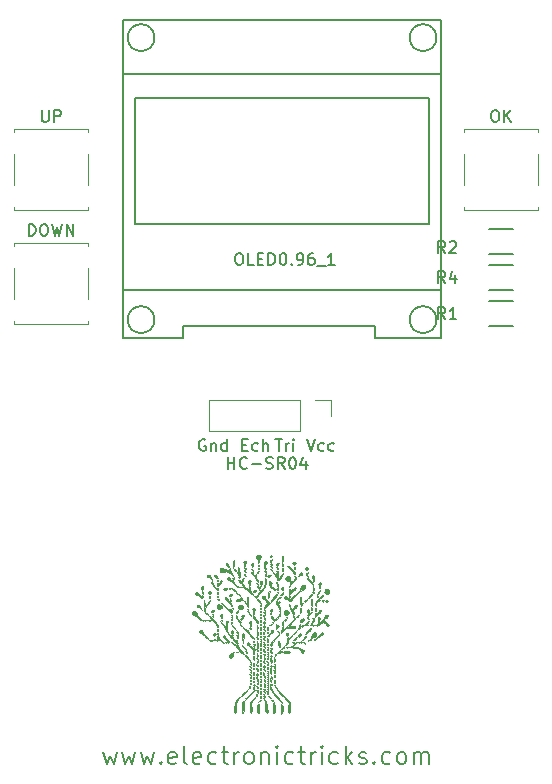
<source format=gbr>
G04 #@! TF.FileFunction,Legend,Top*
%FSLAX46Y46*%
G04 Gerber Fmt 4.6, Leading zero omitted, Abs format (unit mm)*
G04 Created by KiCad (PCBNEW 4.0.4-stable) date 02/23/17 00:53:12*
%MOMM*%
%LPD*%
G01*
G04 APERTURE LIST*
%ADD10C,0.100000*%
%ADD11C,0.200000*%
%ADD12C,0.120000*%
%ADD13C,0.150000*%
%ADD14C,0.010000*%
G04 APERTURE END LIST*
D10*
D11*
X72502857Y-93023571D02*
X72788571Y-94023571D01*
X73074285Y-93309286D01*
X73360000Y-94023571D01*
X73645714Y-93023571D01*
X74074286Y-93023571D02*
X74360000Y-94023571D01*
X74645714Y-93309286D01*
X74931429Y-94023571D01*
X75217143Y-93023571D01*
X75645715Y-93023571D02*
X75931429Y-94023571D01*
X76217143Y-93309286D01*
X76502858Y-94023571D01*
X76788572Y-93023571D01*
X77360001Y-93880714D02*
X77431429Y-93952143D01*
X77360001Y-94023571D01*
X77288572Y-93952143D01*
X77360001Y-93880714D01*
X77360001Y-94023571D01*
X78645715Y-93952143D02*
X78502858Y-94023571D01*
X78217144Y-94023571D01*
X78074287Y-93952143D01*
X78002858Y-93809286D01*
X78002858Y-93237857D01*
X78074287Y-93095000D01*
X78217144Y-93023571D01*
X78502858Y-93023571D01*
X78645715Y-93095000D01*
X78717144Y-93237857D01*
X78717144Y-93380714D01*
X78002858Y-93523571D01*
X79574287Y-94023571D02*
X79431429Y-93952143D01*
X79360001Y-93809286D01*
X79360001Y-92523571D01*
X80717143Y-93952143D02*
X80574286Y-94023571D01*
X80288572Y-94023571D01*
X80145715Y-93952143D01*
X80074286Y-93809286D01*
X80074286Y-93237857D01*
X80145715Y-93095000D01*
X80288572Y-93023571D01*
X80574286Y-93023571D01*
X80717143Y-93095000D01*
X80788572Y-93237857D01*
X80788572Y-93380714D01*
X80074286Y-93523571D01*
X82074286Y-93952143D02*
X81931429Y-94023571D01*
X81645715Y-94023571D01*
X81502857Y-93952143D01*
X81431429Y-93880714D01*
X81360000Y-93737857D01*
X81360000Y-93309286D01*
X81431429Y-93166429D01*
X81502857Y-93095000D01*
X81645715Y-93023571D01*
X81931429Y-93023571D01*
X82074286Y-93095000D01*
X82502857Y-93023571D02*
X83074286Y-93023571D01*
X82717143Y-92523571D02*
X82717143Y-93809286D01*
X82788571Y-93952143D01*
X82931429Y-94023571D01*
X83074286Y-94023571D01*
X83574286Y-94023571D02*
X83574286Y-93023571D01*
X83574286Y-93309286D02*
X83645714Y-93166429D01*
X83717143Y-93095000D01*
X83860000Y-93023571D01*
X84002857Y-93023571D01*
X84717143Y-94023571D02*
X84574285Y-93952143D01*
X84502857Y-93880714D01*
X84431428Y-93737857D01*
X84431428Y-93309286D01*
X84502857Y-93166429D01*
X84574285Y-93095000D01*
X84717143Y-93023571D01*
X84931428Y-93023571D01*
X85074285Y-93095000D01*
X85145714Y-93166429D01*
X85217143Y-93309286D01*
X85217143Y-93737857D01*
X85145714Y-93880714D01*
X85074285Y-93952143D01*
X84931428Y-94023571D01*
X84717143Y-94023571D01*
X85860000Y-93023571D02*
X85860000Y-94023571D01*
X85860000Y-93166429D02*
X85931428Y-93095000D01*
X86074286Y-93023571D01*
X86288571Y-93023571D01*
X86431428Y-93095000D01*
X86502857Y-93237857D01*
X86502857Y-94023571D01*
X87217143Y-94023571D02*
X87217143Y-93023571D01*
X87217143Y-92523571D02*
X87145714Y-92595000D01*
X87217143Y-92666429D01*
X87288571Y-92595000D01*
X87217143Y-92523571D01*
X87217143Y-92666429D01*
X88574286Y-93952143D02*
X88431429Y-94023571D01*
X88145715Y-94023571D01*
X88002857Y-93952143D01*
X87931429Y-93880714D01*
X87860000Y-93737857D01*
X87860000Y-93309286D01*
X87931429Y-93166429D01*
X88002857Y-93095000D01*
X88145715Y-93023571D01*
X88431429Y-93023571D01*
X88574286Y-93095000D01*
X89002857Y-93023571D02*
X89574286Y-93023571D01*
X89217143Y-92523571D02*
X89217143Y-93809286D01*
X89288571Y-93952143D01*
X89431429Y-94023571D01*
X89574286Y-94023571D01*
X90074286Y-94023571D02*
X90074286Y-93023571D01*
X90074286Y-93309286D02*
X90145714Y-93166429D01*
X90217143Y-93095000D01*
X90360000Y-93023571D01*
X90502857Y-93023571D01*
X91002857Y-94023571D02*
X91002857Y-93023571D01*
X91002857Y-92523571D02*
X90931428Y-92595000D01*
X91002857Y-92666429D01*
X91074285Y-92595000D01*
X91002857Y-92523571D01*
X91002857Y-92666429D01*
X92360000Y-93952143D02*
X92217143Y-94023571D01*
X91931429Y-94023571D01*
X91788571Y-93952143D01*
X91717143Y-93880714D01*
X91645714Y-93737857D01*
X91645714Y-93309286D01*
X91717143Y-93166429D01*
X91788571Y-93095000D01*
X91931429Y-93023571D01*
X92217143Y-93023571D01*
X92360000Y-93095000D01*
X93002857Y-94023571D02*
X93002857Y-92523571D01*
X93145714Y-93452143D02*
X93574285Y-94023571D01*
X93574285Y-93023571D02*
X93002857Y-93595000D01*
X94145714Y-93952143D02*
X94288571Y-94023571D01*
X94574286Y-94023571D01*
X94717143Y-93952143D01*
X94788571Y-93809286D01*
X94788571Y-93737857D01*
X94717143Y-93595000D01*
X94574286Y-93523571D01*
X94360000Y-93523571D01*
X94217143Y-93452143D01*
X94145714Y-93309286D01*
X94145714Y-93237857D01*
X94217143Y-93095000D01*
X94360000Y-93023571D01*
X94574286Y-93023571D01*
X94717143Y-93095000D01*
X95431429Y-93880714D02*
X95502857Y-93952143D01*
X95431429Y-94023571D01*
X95360000Y-93952143D01*
X95431429Y-93880714D01*
X95431429Y-94023571D01*
X96788572Y-93952143D02*
X96645715Y-94023571D01*
X96360001Y-94023571D01*
X96217143Y-93952143D01*
X96145715Y-93880714D01*
X96074286Y-93737857D01*
X96074286Y-93309286D01*
X96145715Y-93166429D01*
X96217143Y-93095000D01*
X96360001Y-93023571D01*
X96645715Y-93023571D01*
X96788572Y-93095000D01*
X97645715Y-94023571D02*
X97502857Y-93952143D01*
X97431429Y-93880714D01*
X97360000Y-93737857D01*
X97360000Y-93309286D01*
X97431429Y-93166429D01*
X97502857Y-93095000D01*
X97645715Y-93023571D01*
X97860000Y-93023571D01*
X98002857Y-93095000D01*
X98074286Y-93166429D01*
X98145715Y-93309286D01*
X98145715Y-93737857D01*
X98074286Y-93880714D01*
X98002857Y-93952143D01*
X97860000Y-94023571D01*
X97645715Y-94023571D01*
X98788572Y-94023571D02*
X98788572Y-93023571D01*
X98788572Y-93166429D02*
X98860000Y-93095000D01*
X99002858Y-93023571D01*
X99217143Y-93023571D01*
X99360000Y-93095000D01*
X99431429Y-93237857D01*
X99431429Y-94023571D01*
X99431429Y-93237857D02*
X99502858Y-93095000D01*
X99645715Y-93023571D01*
X99860000Y-93023571D01*
X100002858Y-93095000D01*
X100074286Y-93237857D01*
X100074286Y-94023571D01*
X87050667Y-66508381D02*
X87622096Y-66508381D01*
X87336381Y-67508381D02*
X87336381Y-66508381D01*
X87955429Y-67508381D02*
X87955429Y-66841714D01*
X87955429Y-67032190D02*
X88003048Y-66936952D01*
X88050667Y-66889333D01*
X88145905Y-66841714D01*
X88241144Y-66841714D01*
X88574477Y-67508381D02*
X88574477Y-66841714D01*
X88574477Y-66508381D02*
X88526858Y-66556000D01*
X88574477Y-66603619D01*
X88622096Y-66556000D01*
X88574477Y-66508381D01*
X88574477Y-66603619D01*
X84248762Y-66984571D02*
X84582096Y-66984571D01*
X84724953Y-67508381D02*
X84248762Y-67508381D01*
X84248762Y-66508381D01*
X84724953Y-66508381D01*
X85582096Y-67460762D02*
X85486858Y-67508381D01*
X85296381Y-67508381D01*
X85201143Y-67460762D01*
X85153524Y-67413143D01*
X85105905Y-67317905D01*
X85105905Y-67032190D01*
X85153524Y-66936952D01*
X85201143Y-66889333D01*
X85296381Y-66841714D01*
X85486858Y-66841714D01*
X85582096Y-66889333D01*
X86010667Y-67508381D02*
X86010667Y-66508381D01*
X86439239Y-67508381D02*
X86439239Y-66984571D01*
X86391620Y-66889333D01*
X86296382Y-66841714D01*
X86153524Y-66841714D01*
X86058286Y-66889333D01*
X86010667Y-66936952D01*
X81145143Y-66556000D02*
X81049905Y-66508381D01*
X80907048Y-66508381D01*
X80764190Y-66556000D01*
X80668952Y-66651238D01*
X80621333Y-66746476D01*
X80573714Y-66936952D01*
X80573714Y-67079810D01*
X80621333Y-67270286D01*
X80668952Y-67365524D01*
X80764190Y-67460762D01*
X80907048Y-67508381D01*
X81002286Y-67508381D01*
X81145143Y-67460762D01*
X81192762Y-67413143D01*
X81192762Y-67079810D01*
X81002286Y-67079810D01*
X81621333Y-66841714D02*
X81621333Y-67508381D01*
X81621333Y-66936952D02*
X81668952Y-66889333D01*
X81764190Y-66841714D01*
X81907048Y-66841714D01*
X82002286Y-66889333D01*
X82049905Y-66984571D01*
X82049905Y-67508381D01*
X82954667Y-67508381D02*
X82954667Y-66508381D01*
X82954667Y-67460762D02*
X82859429Y-67508381D01*
X82668952Y-67508381D01*
X82573714Y-67460762D01*
X82526095Y-67413143D01*
X82478476Y-67317905D01*
X82478476Y-67032190D01*
X82526095Y-66936952D01*
X82573714Y-66889333D01*
X82668952Y-66841714D01*
X82859429Y-66841714D01*
X82954667Y-66889333D01*
X89741524Y-66508381D02*
X90074857Y-67508381D01*
X90408191Y-66508381D01*
X91170096Y-67460762D02*
X91074858Y-67508381D01*
X90884381Y-67508381D01*
X90789143Y-67460762D01*
X90741524Y-67413143D01*
X90693905Y-67317905D01*
X90693905Y-67032190D01*
X90741524Y-66936952D01*
X90789143Y-66889333D01*
X90884381Y-66841714D01*
X91074858Y-66841714D01*
X91170096Y-66889333D01*
X92027239Y-67460762D02*
X91932001Y-67508381D01*
X91741524Y-67508381D01*
X91646286Y-67460762D01*
X91598667Y-67413143D01*
X91551048Y-67317905D01*
X91551048Y-67032190D01*
X91598667Y-66936952D01*
X91646286Y-66889333D01*
X91741524Y-66841714D01*
X91932001Y-66841714D01*
X92027239Y-66889333D01*
D12*
X89154000Y-63186000D02*
X81474000Y-63186000D01*
X81474000Y-63186000D02*
X81474000Y-65846000D01*
X81474000Y-65846000D02*
X89154000Y-65846000D01*
X89154000Y-65846000D02*
X89154000Y-63186000D01*
X90424000Y-63186000D02*
X91754000Y-63186000D01*
X91754000Y-63186000D02*
X91754000Y-64516000D01*
D13*
X95504000Y-57912000D02*
X101092000Y-57912000D01*
X74168000Y-57912000D02*
X79248000Y-57912000D01*
X79248000Y-57912000D02*
X79248000Y-56896000D01*
X79248000Y-56896000D02*
X95504000Y-56896000D01*
X95504000Y-56896000D02*
X95504000Y-57912000D01*
X75184000Y-37592000D02*
X100076000Y-37592000D01*
X100076000Y-37592000D02*
X100076000Y-48260000D01*
X100076000Y-48260000D02*
X75184000Y-48260000D01*
X75184000Y-48260000D02*
X75184000Y-37592000D01*
X74168000Y-35560000D02*
X101092000Y-35560000D01*
X101092000Y-35560000D02*
X101092000Y-53848000D01*
X101092000Y-53848000D02*
X74168000Y-53848000D01*
X74168000Y-53848000D02*
X74168000Y-35560000D01*
X100703923Y-56388000D02*
G75*
G03X100703923Y-56388000I-1135923J0D01*
G01*
X76827923Y-56388000D02*
G75*
G03X76827923Y-56388000I-1135923J0D01*
G01*
X76827923Y-32512000D02*
G75*
G03X76827923Y-32512000I-1135923J0D01*
G01*
X100703923Y-32512000D02*
G75*
G03X100703923Y-32512000I-1135923J0D01*
G01*
X74168000Y-57912000D02*
X74168000Y-30988000D01*
X74168000Y-30988000D02*
X101092000Y-30988000D01*
X101092000Y-30988000D02*
X101092000Y-57912000D01*
X107172000Y-56955000D02*
X105172000Y-56955000D01*
X105172000Y-54805000D02*
X107172000Y-54805000D01*
X107172000Y-50859000D02*
X105172000Y-50859000D01*
X105172000Y-48709000D02*
X107172000Y-48709000D01*
X107172000Y-53907000D02*
X105172000Y-53907000D01*
X105172000Y-51757000D02*
X107172000Y-51757000D01*
D12*
X64922000Y-40488000D02*
X64922000Y-40238000D01*
X64922000Y-40238000D02*
X71222000Y-40238000D01*
X71222000Y-40238000D02*
X71222000Y-40488000D01*
X64922000Y-44988000D02*
X64922000Y-42388000D01*
X71222000Y-46888000D02*
X71222000Y-47138000D01*
X71222000Y-47138000D02*
X64922000Y-47138000D01*
X64922000Y-47138000D02*
X64922000Y-46888000D01*
X71222000Y-42388000D02*
X71222000Y-44988000D01*
X64922000Y-50140000D02*
X64922000Y-49890000D01*
X64922000Y-49890000D02*
X71222000Y-49890000D01*
X71222000Y-49890000D02*
X71222000Y-50140000D01*
X64922000Y-54640000D02*
X64922000Y-52040000D01*
X71222000Y-56540000D02*
X71222000Y-56790000D01*
X71222000Y-56790000D02*
X64922000Y-56790000D01*
X64922000Y-56790000D02*
X64922000Y-56540000D01*
X71222000Y-52040000D02*
X71222000Y-54640000D01*
X103022000Y-40488000D02*
X103022000Y-40238000D01*
X103022000Y-40238000D02*
X109322000Y-40238000D01*
X109322000Y-40238000D02*
X109322000Y-40488000D01*
X103022000Y-44988000D02*
X103022000Y-42388000D01*
X109322000Y-46888000D02*
X109322000Y-47138000D01*
X109322000Y-47138000D02*
X103022000Y-47138000D01*
X103022000Y-47138000D02*
X103022000Y-46888000D01*
X109322000Y-42388000D02*
X109322000Y-44988000D01*
D14*
G36*
X83968468Y-88449280D02*
X83917434Y-88505410D01*
X83790069Y-88683157D01*
X83747699Y-88891726D01*
X83756129Y-89088725D01*
X83764672Y-89380131D01*
X83738401Y-89597536D01*
X83684546Y-89707060D01*
X83626847Y-89694625D01*
X83559026Y-89522404D01*
X83562063Y-89257296D01*
X83622120Y-88953046D01*
X83725357Y-88663394D01*
X83857935Y-88442084D01*
X83972714Y-88351515D01*
X84034482Y-88350927D01*
X83968468Y-88449280D01*
X83968468Y-88449280D01*
G37*
X83968468Y-88449280D02*
X83917434Y-88505410D01*
X83790069Y-88683157D01*
X83747699Y-88891726D01*
X83756129Y-89088725D01*
X83764672Y-89380131D01*
X83738401Y-89597536D01*
X83684546Y-89707060D01*
X83626847Y-89694625D01*
X83559026Y-89522404D01*
X83562063Y-89257296D01*
X83622120Y-88953046D01*
X83725357Y-88663394D01*
X83857935Y-88442084D01*
X83972714Y-88351515D01*
X84034482Y-88350927D01*
X83968468Y-88449280D01*
G36*
X84472442Y-88601536D02*
X84447124Y-88646000D01*
X84409263Y-88800424D01*
X84395323Y-89052388D01*
X84400073Y-89208047D01*
X84399275Y-89479293D01*
X84364103Y-89659472D01*
X84335209Y-89699878D01*
X84266359Y-89671635D01*
X84234526Y-89491061D01*
X84233961Y-89476497D01*
X84234938Y-89096440D01*
X84273254Y-88844366D01*
X84356130Y-88681624D01*
X84389134Y-88646000D01*
X84481399Y-88563379D01*
X84472442Y-88601536D01*
X84472442Y-88601536D01*
G37*
X84472442Y-88601536D02*
X84447124Y-88646000D01*
X84409263Y-88800424D01*
X84395323Y-89052388D01*
X84400073Y-89208047D01*
X84399275Y-89479293D01*
X84364103Y-89659472D01*
X84335209Y-89699878D01*
X84266359Y-89671635D01*
X84234526Y-89491061D01*
X84233961Y-89476497D01*
X84234938Y-89096440D01*
X84273254Y-88844366D01*
X84356130Y-88681624D01*
X84389134Y-88646000D01*
X84481399Y-88563379D01*
X84472442Y-88601536D01*
G36*
X85657961Y-88921793D02*
X85689115Y-89012891D01*
X85699318Y-89211875D01*
X85698704Y-89394499D01*
X85681906Y-89636242D01*
X85634816Y-89723808D01*
X85569777Y-89690222D01*
X85529085Y-89573158D01*
X85513860Y-89372436D01*
X85521846Y-89151225D01*
X85550788Y-88972691D01*
X85598000Y-88900000D01*
X85657961Y-88921793D01*
X85657961Y-88921793D01*
G37*
X85657961Y-88921793D02*
X85689115Y-89012891D01*
X85699318Y-89211875D01*
X85698704Y-89394499D01*
X85681906Y-89636242D01*
X85634816Y-89723808D01*
X85569777Y-89690222D01*
X85529085Y-89573158D01*
X85513860Y-89372436D01*
X85521846Y-89151225D01*
X85550788Y-88972691D01*
X85598000Y-88900000D01*
X85657961Y-88921793D01*
G36*
X86926690Y-88761135D02*
X86971746Y-88883850D01*
X86998625Y-89102431D01*
X87005901Y-89353542D01*
X86992150Y-89573848D01*
X86955946Y-89700014D01*
X86947975Y-89707232D01*
X86867666Y-89695394D01*
X86859533Y-89666997D01*
X86852928Y-89517452D01*
X86851066Y-89365667D01*
X86856620Y-89014172D01*
X86874684Y-88814869D01*
X86907362Y-88750937D01*
X86926690Y-88761135D01*
X86926690Y-88761135D01*
G37*
X86926690Y-88761135D02*
X86971746Y-88883850D01*
X86998625Y-89102431D01*
X87005901Y-89353542D01*
X86992150Y-89573848D01*
X86955946Y-89700014D01*
X86947975Y-89707232D01*
X86867666Y-89695394D01*
X86859533Y-89666997D01*
X86852928Y-89517452D01*
X86851066Y-89365667D01*
X86856620Y-89014172D01*
X86874684Y-88814869D01*
X86907362Y-88750937D01*
X86926690Y-88761135D01*
G36*
X87633980Y-89020401D02*
X87669658Y-89217922D01*
X87672116Y-89446359D01*
X87637164Y-89637422D01*
X87615893Y-89681926D01*
X87551740Y-89753761D01*
X87539129Y-89746667D01*
X87528417Y-89644313D01*
X87511108Y-89431899D01*
X87501117Y-89296983D01*
X87497573Y-89033133D01*
X87537497Y-88923762D01*
X87569272Y-88922091D01*
X87633980Y-89020401D01*
X87633980Y-89020401D01*
G37*
X87633980Y-89020401D02*
X87669658Y-89217922D01*
X87672116Y-89446359D01*
X87637164Y-89637422D01*
X87615893Y-89681926D01*
X87551740Y-89753761D01*
X87539129Y-89746667D01*
X87528417Y-89644313D01*
X87511108Y-89431899D01*
X87501117Y-89296983D01*
X87497573Y-89033133D01*
X87537497Y-88923762D01*
X87569272Y-88922091D01*
X87633980Y-89020401D01*
G36*
X88306018Y-88967406D02*
X88314388Y-89005833D01*
X88329526Y-89175616D01*
X88341547Y-89288244D01*
X88337957Y-89485116D01*
X88294455Y-89643141D01*
X88229744Y-89709052D01*
X88198847Y-89694625D01*
X88156274Y-89576137D01*
X88139259Y-89374551D01*
X88145916Y-89152747D01*
X88174361Y-88973604D01*
X88222666Y-88900000D01*
X88306018Y-88967406D01*
X88306018Y-88967406D01*
G37*
X88306018Y-88967406D02*
X88314388Y-89005833D01*
X88329526Y-89175616D01*
X88341547Y-89288244D01*
X88337957Y-89485116D01*
X88294455Y-89643141D01*
X88229744Y-89709052D01*
X88198847Y-89694625D01*
X88156274Y-89576137D01*
X88139259Y-89374551D01*
X88145916Y-89152747D01*
X88174361Y-88973604D01*
X88222666Y-88900000D01*
X88306018Y-88967406D01*
G36*
X85344000Y-88369885D02*
X85286204Y-88471141D01*
X85173437Y-88585074D01*
X85074091Y-88699890D01*
X85032256Y-88855287D01*
X85036092Y-89106882D01*
X85043251Y-89196557D01*
X85052932Y-89463826D01*
X85031299Y-89628548D01*
X85002147Y-89662000D01*
X84916136Y-89644741D01*
X84913391Y-89640833D01*
X84885955Y-89449919D01*
X84886128Y-89182459D01*
X84911185Y-88928499D01*
X84938327Y-88816491D01*
X85020209Y-88661286D01*
X85137158Y-88504085D01*
X85252742Y-88384997D01*
X85330528Y-88344130D01*
X85344000Y-88369885D01*
X85344000Y-88369885D01*
G37*
X85344000Y-88369885D02*
X85286204Y-88471141D01*
X85173437Y-88585074D01*
X85074091Y-88699890D01*
X85032256Y-88855287D01*
X85036092Y-89106882D01*
X85043251Y-89196557D01*
X85052932Y-89463826D01*
X85031299Y-89628548D01*
X85002147Y-89662000D01*
X84916136Y-89644741D01*
X84913391Y-89640833D01*
X84885955Y-89449919D01*
X84886128Y-89182459D01*
X84911185Y-88928499D01*
X84938327Y-88816491D01*
X85020209Y-88661286D01*
X85137158Y-88504085D01*
X85252742Y-88384997D01*
X85330528Y-88344130D01*
X85344000Y-88369885D01*
G36*
X86182448Y-88607261D02*
X86200777Y-88621946D01*
X86286648Y-88773081D01*
X86341022Y-89030167D01*
X86348744Y-89124492D01*
X86369442Y-89375624D01*
X86398128Y-89553180D01*
X86412044Y-89593046D01*
X86382727Y-89651637D01*
X86316525Y-89662000D01*
X86235796Y-89631783D01*
X86199044Y-89516150D01*
X86196502Y-89277633D01*
X86199232Y-89212041D01*
X86197953Y-88933756D01*
X86171850Y-88715010D01*
X86146785Y-88640541D01*
X86111124Y-88563302D01*
X86182448Y-88607261D01*
X86182448Y-88607261D01*
G37*
X86182448Y-88607261D02*
X86200777Y-88621946D01*
X86286648Y-88773081D01*
X86341022Y-89030167D01*
X86348744Y-89124492D01*
X86369442Y-89375624D01*
X86398128Y-89553180D01*
X86412044Y-89593046D01*
X86382727Y-89651637D01*
X86316525Y-89662000D01*
X86235796Y-89631783D01*
X86199044Y-89516150D01*
X86196502Y-89277633D01*
X86199232Y-89212041D01*
X86197953Y-88933756D01*
X86171850Y-88715010D01*
X86146785Y-88640541D01*
X86111124Y-88563302D01*
X86182448Y-88607261D01*
G36*
X85806760Y-88574022D02*
X85777977Y-88646529D01*
X85716460Y-88712838D01*
X85620917Y-88766807D01*
X85598000Y-88739001D01*
X85649286Y-88637261D01*
X85749300Y-88567704D01*
X85806760Y-88574022D01*
X85806760Y-88574022D01*
G37*
X85806760Y-88574022D02*
X85777977Y-88646529D01*
X85716460Y-88712838D01*
X85620917Y-88766807D01*
X85598000Y-88739001D01*
X85649286Y-88637261D01*
X85749300Y-88567704D01*
X85806760Y-88574022D01*
G36*
X86692336Y-87587793D02*
X86781341Y-87774546D01*
X86957185Y-88023675D01*
X87182493Y-88282474D01*
X87191670Y-88291937D01*
X87439294Y-88550970D01*
X87579505Y-88711860D01*
X87627145Y-88793624D01*
X87600146Y-88815333D01*
X87532647Y-88758047D01*
X87379087Y-88605558D01*
X87168442Y-88386916D01*
X87092146Y-88306055D01*
X86827646Y-88004866D01*
X86677470Y-87780275D01*
X86623383Y-87603510D01*
X86622666Y-87565221D01*
X86631333Y-87333667D01*
X86692336Y-87587793D01*
X86692336Y-87587793D01*
G37*
X86692336Y-87587793D02*
X86781341Y-87774546D01*
X86957185Y-88023675D01*
X87182493Y-88282474D01*
X87191670Y-88291937D01*
X87439294Y-88550970D01*
X87579505Y-88711860D01*
X87627145Y-88793624D01*
X87600146Y-88815333D01*
X87532647Y-88758047D01*
X87379087Y-88605558D01*
X87168442Y-88386916D01*
X87092146Y-88306055D01*
X86827646Y-88004866D01*
X86677470Y-87780275D01*
X86623383Y-87603510D01*
X86622666Y-87565221D01*
X86631333Y-87333667D01*
X86692336Y-87587793D01*
G36*
X87030649Y-87385581D02*
X87092341Y-87511372D01*
X87246724Y-87704795D01*
X87439500Y-87903471D01*
X87791088Y-88244003D01*
X88054941Y-88514580D01*
X88219858Y-88702895D01*
X88274636Y-88796641D01*
X88259673Y-88804606D01*
X88172239Y-88741977D01*
X87997551Y-88580919D01*
X87763012Y-88347613D01*
X87557340Y-88133584D01*
X87297074Y-87843537D01*
X87102225Y-87598205D01*
X86993285Y-87424962D01*
X86979156Y-87361144D01*
X87017837Y-87309497D01*
X87030649Y-87385581D01*
X87030649Y-87385581D01*
G37*
X87030649Y-87385581D02*
X87092341Y-87511372D01*
X87246724Y-87704795D01*
X87439500Y-87903471D01*
X87791088Y-88244003D01*
X88054941Y-88514580D01*
X88219858Y-88702895D01*
X88274636Y-88796641D01*
X88259673Y-88804606D01*
X88172239Y-88741977D01*
X87997551Y-88580919D01*
X87763012Y-88347613D01*
X87557340Y-88133584D01*
X87297074Y-87843537D01*
X87102225Y-87598205D01*
X86993285Y-87424962D01*
X86979156Y-87361144D01*
X87017837Y-87309497D01*
X87030649Y-87385581D01*
G36*
X86839777Y-88589555D02*
X86828155Y-88639890D01*
X86783333Y-88646000D01*
X86713643Y-88615022D01*
X86726888Y-88589555D01*
X86827368Y-88579422D01*
X86839777Y-88589555D01*
X86839777Y-88589555D01*
G37*
X86839777Y-88589555D02*
X86828155Y-88639890D01*
X86783333Y-88646000D01*
X86713643Y-88615022D01*
X86726888Y-88589555D01*
X86827368Y-88579422D01*
X86839777Y-88589555D01*
G36*
X84966983Y-88116833D02*
X84772838Y-88311524D01*
X84617524Y-88442189D01*
X84550705Y-88476667D01*
X84498968Y-88461041D01*
X84505688Y-88455500D01*
X84583562Y-88392130D01*
X84748495Y-88249177D01*
X84921966Y-88095667D01*
X85301666Y-87757000D01*
X84966983Y-88116833D01*
X84966983Y-88116833D01*
G37*
X84966983Y-88116833D02*
X84772838Y-88311524D01*
X84617524Y-88442189D01*
X84550705Y-88476667D01*
X84498968Y-88461041D01*
X84505688Y-88455500D01*
X84583562Y-88392130D01*
X84748495Y-88249177D01*
X84921966Y-88095667D01*
X85301666Y-87757000D01*
X84966983Y-88116833D01*
G36*
X85825170Y-88291458D02*
X85835263Y-88423782D01*
X85818486Y-88453736D01*
X85780004Y-88428485D01*
X85774017Y-88342611D01*
X85794694Y-88252269D01*
X85825170Y-88291458D01*
X85825170Y-88291458D01*
G37*
X85825170Y-88291458D02*
X85835263Y-88423782D01*
X85818486Y-88453736D01*
X85780004Y-88428485D01*
X85774017Y-88342611D01*
X85794694Y-88252269D01*
X85825170Y-88291458D01*
G36*
X86106000Y-88434333D02*
X86063666Y-88476667D01*
X86021333Y-88434333D01*
X86063666Y-88392000D01*
X86106000Y-88434333D01*
X86106000Y-88434333D01*
G37*
X86106000Y-88434333D02*
X86063666Y-88476667D01*
X86021333Y-88434333D01*
X86063666Y-88392000D01*
X86106000Y-88434333D01*
G36*
X86542916Y-88281286D02*
X86614000Y-88349667D01*
X86688706Y-88457185D01*
X86639510Y-88449943D01*
X86491984Y-88346974D01*
X86400204Y-88255092D01*
X86418117Y-88222667D01*
X86542916Y-88281286D01*
X86542916Y-88281286D01*
G37*
X86542916Y-88281286D02*
X86614000Y-88349667D01*
X86688706Y-88457185D01*
X86639510Y-88449943D01*
X86491984Y-88346974D01*
X86400204Y-88255092D01*
X86418117Y-88222667D01*
X86542916Y-88281286D01*
G36*
X84696498Y-87731256D02*
X84556704Y-87889281D01*
X84455000Y-87994067D01*
X84286767Y-88151693D01*
X84179395Y-88231919D01*
X84158666Y-88230809D01*
X84214480Y-88142007D01*
X84356508Y-87982866D01*
X84455000Y-87884000D01*
X84624585Y-87728775D01*
X84731820Y-87648202D01*
X84751333Y-87647258D01*
X84696498Y-87731256D01*
X84696498Y-87731256D01*
G37*
X84696498Y-87731256D02*
X84556704Y-87889281D01*
X84455000Y-87994067D01*
X84286767Y-88151693D01*
X84179395Y-88231919D01*
X84158666Y-88230809D01*
X84214480Y-88142007D01*
X84356508Y-87982866D01*
X84455000Y-87884000D01*
X84624585Y-87728775D01*
X84731820Y-87648202D01*
X84751333Y-87647258D01*
X84696498Y-87731256D01*
G36*
X85486503Y-88122125D02*
X85496597Y-88254449D01*
X85479819Y-88284403D01*
X85441337Y-88259152D01*
X85435350Y-88173278D01*
X85456028Y-88082935D01*
X85486503Y-88122125D01*
X85486503Y-88122125D01*
G37*
X85486503Y-88122125D02*
X85496597Y-88254449D01*
X85479819Y-88284403D01*
X85441337Y-88259152D01*
X85435350Y-88173278D01*
X85456028Y-88082935D01*
X85486503Y-88122125D01*
G36*
X86162444Y-88250889D02*
X86150822Y-88301223D01*
X86106000Y-88307333D01*
X86036309Y-88276355D01*
X86049555Y-88250889D01*
X86150035Y-88240756D01*
X86162444Y-88250889D01*
X86162444Y-88250889D01*
G37*
X86162444Y-88250889D02*
X86150822Y-88301223D01*
X86106000Y-88307333D01*
X86036309Y-88276355D01*
X86049555Y-88250889D01*
X86150035Y-88240756D01*
X86162444Y-88250889D01*
G36*
X85823406Y-87862833D02*
X85834589Y-88036175D01*
X85823406Y-88074500D01*
X85792503Y-88085136D01*
X85780701Y-87968667D01*
X85794007Y-87848471D01*
X85823406Y-87862833D01*
X85823406Y-87862833D01*
G37*
X85823406Y-87862833D02*
X85834589Y-88036175D01*
X85823406Y-88074500D01*
X85792503Y-88085136D01*
X85780701Y-87968667D01*
X85794007Y-87848471D01*
X85823406Y-87862833D01*
G36*
X86106000Y-88095667D02*
X86063666Y-88138000D01*
X86021333Y-88095667D01*
X86063666Y-88053333D01*
X86106000Y-88095667D01*
X86106000Y-88095667D01*
G37*
X86106000Y-88095667D02*
X86063666Y-88138000D01*
X86021333Y-88095667D01*
X86063666Y-88053333D01*
X86106000Y-88095667D01*
G36*
X86416444Y-87996889D02*
X86426577Y-88097368D01*
X86416444Y-88109778D01*
X86366110Y-88098155D01*
X86360000Y-88053333D01*
X86390978Y-87983643D01*
X86416444Y-87996889D01*
X86416444Y-87996889D01*
G37*
X86416444Y-87996889D02*
X86426577Y-88097368D01*
X86416444Y-88109778D01*
X86366110Y-88098155D01*
X86360000Y-88053333D01*
X86390978Y-87983643D01*
X86416444Y-87996889D01*
G36*
X85598000Y-87926333D02*
X85555666Y-87968667D01*
X85513333Y-87926333D01*
X85555666Y-87884000D01*
X85598000Y-87926333D01*
X85598000Y-87926333D01*
G37*
X85598000Y-87926333D02*
X85555666Y-87968667D01*
X85513333Y-87926333D01*
X85555666Y-87884000D01*
X85598000Y-87926333D01*
G36*
X86092918Y-87833582D02*
X86183098Y-87912286D01*
X86190666Y-87931330D01*
X86150485Y-87966129D01*
X86066830Y-87888153D01*
X86055581Y-87870918D01*
X86045602Y-87812981D01*
X86092918Y-87833582D01*
X86092918Y-87833582D01*
G37*
X86092918Y-87833582D02*
X86183098Y-87912286D01*
X86190666Y-87931330D01*
X86150485Y-87966129D01*
X86066830Y-87888153D01*
X86055581Y-87870918D01*
X86045602Y-87812981D01*
X86092918Y-87833582D01*
G36*
X86416444Y-87827555D02*
X86404822Y-87877890D01*
X86360000Y-87884000D01*
X86290309Y-87853022D01*
X86303555Y-87827555D01*
X86404035Y-87817422D01*
X86416444Y-87827555D01*
X86416444Y-87827555D01*
G37*
X86416444Y-87827555D02*
X86404822Y-87877890D01*
X86360000Y-87884000D01*
X86290309Y-87853022D01*
X86303555Y-87827555D01*
X86404035Y-87817422D01*
X86416444Y-87827555D01*
G36*
X85569777Y-87742889D02*
X85558155Y-87793223D01*
X85513333Y-87799333D01*
X85443643Y-87768355D01*
X85456888Y-87742889D01*
X85557368Y-87732756D01*
X85569777Y-87742889D01*
X85569777Y-87742889D01*
G37*
X85569777Y-87742889D02*
X85558155Y-87793223D01*
X85513333Y-87799333D01*
X85443643Y-87768355D01*
X85456888Y-87742889D01*
X85557368Y-87732756D01*
X85569777Y-87742889D01*
G36*
X85262535Y-87526872D02*
X85289951Y-87587667D01*
X85291710Y-87696688D01*
X85256676Y-87714667D01*
X85183905Y-87646050D01*
X85174666Y-87587667D01*
X85192781Y-87474704D01*
X85207941Y-87460667D01*
X85262535Y-87526872D01*
X85262535Y-87526872D01*
G37*
X85262535Y-87526872D02*
X85289951Y-87587667D01*
X85291710Y-87696688D01*
X85256676Y-87714667D01*
X85183905Y-87646050D01*
X85174666Y-87587667D01*
X85192781Y-87474704D01*
X85207941Y-87460667D01*
X85262535Y-87526872D01*
G36*
X85823777Y-87573555D02*
X85833910Y-87674035D01*
X85823777Y-87686444D01*
X85773443Y-87674822D01*
X85767333Y-87630000D01*
X85798311Y-87560310D01*
X85823777Y-87573555D01*
X85823777Y-87573555D01*
G37*
X85823777Y-87573555D02*
X85833910Y-87674035D01*
X85823777Y-87686444D01*
X85773443Y-87674822D01*
X85767333Y-87630000D01*
X85798311Y-87560310D01*
X85823777Y-87573555D01*
G36*
X86162444Y-87658222D02*
X86150822Y-87708556D01*
X86106000Y-87714667D01*
X86036309Y-87683688D01*
X86049555Y-87658222D01*
X86150035Y-87648089D01*
X86162444Y-87658222D01*
X86162444Y-87658222D01*
G37*
X86162444Y-87658222D02*
X86150822Y-87708556D01*
X86106000Y-87714667D01*
X86036309Y-87683688D01*
X86049555Y-87658222D01*
X86150035Y-87648089D01*
X86162444Y-87658222D01*
G36*
X86444666Y-87672333D02*
X86402333Y-87714667D01*
X86360000Y-87672333D01*
X86402333Y-87630000D01*
X86444666Y-87672333D01*
X86444666Y-87672333D01*
G37*
X86444666Y-87672333D02*
X86402333Y-87714667D01*
X86360000Y-87672333D01*
X86402333Y-87630000D01*
X86444666Y-87672333D01*
G36*
X84893836Y-87444792D02*
X84903930Y-87577115D01*
X84887152Y-87607069D01*
X84848670Y-87581818D01*
X84842684Y-87495944D01*
X84863361Y-87405602D01*
X84893836Y-87444792D01*
X84893836Y-87444792D01*
G37*
X84893836Y-87444792D02*
X84903930Y-87577115D01*
X84887152Y-87607069D01*
X84848670Y-87581818D01*
X84842684Y-87495944D01*
X84863361Y-87405602D01*
X84893836Y-87444792D01*
G36*
X85512688Y-87427149D02*
X85523839Y-87438089D01*
X85590716Y-87549097D01*
X85581648Y-87589907D01*
X85518667Y-87564499D01*
X85476443Y-87485485D01*
X85450665Y-87386570D01*
X85512688Y-87427149D01*
X85512688Y-87427149D01*
G37*
X85512688Y-87427149D02*
X85523839Y-87438089D01*
X85590716Y-87549097D01*
X85581648Y-87589907D01*
X85518667Y-87564499D01*
X85476443Y-87485485D01*
X85450665Y-87386570D01*
X85512688Y-87427149D01*
G36*
X86185955Y-87286643D02*
X86190666Y-87333667D01*
X86151106Y-87466441D01*
X86127166Y-87489918D01*
X86078778Y-87450569D01*
X86063666Y-87333667D01*
X86086161Y-87198595D01*
X86127166Y-87177415D01*
X86185955Y-87286643D01*
X86185955Y-87286643D01*
G37*
X86185955Y-87286643D02*
X86190666Y-87333667D01*
X86151106Y-87466441D01*
X86127166Y-87489918D01*
X86078778Y-87450569D01*
X86063666Y-87333667D01*
X86086161Y-87198595D01*
X86127166Y-87177415D01*
X86185955Y-87286643D01*
G36*
X86444666Y-87503000D02*
X86402333Y-87545333D01*
X86360000Y-87503000D01*
X86402333Y-87460667D01*
X86444666Y-87503000D01*
X86444666Y-87503000D01*
G37*
X86444666Y-87503000D02*
X86402333Y-87545333D01*
X86360000Y-87503000D01*
X86402333Y-87460667D01*
X86444666Y-87503000D01*
G36*
X85825170Y-87275458D02*
X85835263Y-87407782D01*
X85818486Y-87437736D01*
X85780004Y-87412485D01*
X85774017Y-87326611D01*
X85794694Y-87236269D01*
X85825170Y-87275458D01*
X85825170Y-87275458D01*
G37*
X85825170Y-87275458D02*
X85835263Y-87407782D01*
X85818486Y-87437736D01*
X85780004Y-87412485D01*
X85774017Y-87326611D01*
X85794694Y-87236269D01*
X85825170Y-87275458D01*
G36*
X85259333Y-87249000D02*
X85340103Y-87325082D01*
X85344000Y-87338663D01*
X85278494Y-87375029D01*
X85259333Y-87376000D01*
X85177920Y-87310912D01*
X85174666Y-87286336D01*
X85226536Y-87235770D01*
X85259333Y-87249000D01*
X85259333Y-87249000D01*
G37*
X85259333Y-87249000D02*
X85340103Y-87325082D01*
X85344000Y-87338663D01*
X85278494Y-87375029D01*
X85259333Y-87376000D01*
X85177920Y-87310912D01*
X85174666Y-87286336D01*
X85226536Y-87235770D01*
X85259333Y-87249000D01*
G36*
X86444666Y-87333667D02*
X86402333Y-87376000D01*
X86360000Y-87333667D01*
X86402333Y-87291333D01*
X86444666Y-87333667D01*
X86444666Y-87333667D01*
G37*
X86444666Y-87333667D02*
X86402333Y-87376000D01*
X86360000Y-87333667D01*
X86402333Y-87291333D01*
X86444666Y-87333667D01*
G36*
X84977111Y-87150222D02*
X84987244Y-87250702D01*
X84977111Y-87263111D01*
X84926776Y-87251489D01*
X84920666Y-87206667D01*
X84951644Y-87136976D01*
X84977111Y-87150222D01*
X84977111Y-87150222D01*
G37*
X84977111Y-87150222D02*
X84987244Y-87250702D01*
X84977111Y-87263111D01*
X84926776Y-87251489D01*
X84920666Y-87206667D01*
X84951644Y-87136976D01*
X84977111Y-87150222D01*
G36*
X85569777Y-87150222D02*
X85579910Y-87250702D01*
X85569777Y-87263111D01*
X85519443Y-87251489D01*
X85513333Y-87206667D01*
X85544311Y-87136976D01*
X85569777Y-87150222D01*
X85569777Y-87150222D01*
G37*
X85569777Y-87150222D02*
X85579910Y-87250702D01*
X85569777Y-87263111D01*
X85519443Y-87251489D01*
X85513333Y-87206667D01*
X85544311Y-87136976D01*
X85569777Y-87150222D01*
G36*
X86755111Y-87234889D02*
X86743488Y-87285223D01*
X86698666Y-87291333D01*
X86628976Y-87260355D01*
X86642222Y-87234889D01*
X86742701Y-87224756D01*
X86755111Y-87234889D01*
X86755111Y-87234889D01*
G37*
X86755111Y-87234889D02*
X86743488Y-87285223D01*
X86698666Y-87291333D01*
X86628976Y-87260355D01*
X86642222Y-87234889D01*
X86742701Y-87224756D01*
X86755111Y-87234889D01*
G36*
X86444666Y-87164333D02*
X86402333Y-87206667D01*
X86360000Y-87164333D01*
X86402333Y-87122000D01*
X86444666Y-87164333D01*
X86444666Y-87164333D01*
G37*
X86444666Y-87164333D02*
X86402333Y-87206667D01*
X86360000Y-87164333D01*
X86402333Y-87122000D01*
X86444666Y-87164333D01*
G36*
X87007150Y-86876221D02*
X87011339Y-86890778D01*
X87023734Y-87075208D01*
X87008202Y-87144778D01*
X86980407Y-87147592D01*
X86969056Y-87015050D01*
X86969172Y-86995000D01*
X86981380Y-86863686D01*
X87007150Y-86876221D01*
X87007150Y-86876221D01*
G37*
X87007150Y-86876221D02*
X87011339Y-86890778D01*
X87023734Y-87075208D01*
X87008202Y-87144778D01*
X86980407Y-87147592D01*
X86969056Y-87015050D01*
X86969172Y-86995000D01*
X86981380Y-86863686D01*
X87007150Y-86876221D01*
G36*
X85231111Y-86980889D02*
X85241244Y-87081368D01*
X85231111Y-87093778D01*
X85180776Y-87082155D01*
X85174666Y-87037333D01*
X85205644Y-86967643D01*
X85231111Y-86980889D01*
X85231111Y-86980889D01*
G37*
X85231111Y-86980889D02*
X85241244Y-87081368D01*
X85231111Y-87093778D01*
X85180776Y-87082155D01*
X85174666Y-87037333D01*
X85205644Y-86967643D01*
X85231111Y-86980889D01*
G36*
X85823777Y-86980889D02*
X85833910Y-87081368D01*
X85823777Y-87093778D01*
X85773443Y-87082155D01*
X85767333Y-87037333D01*
X85798311Y-86967643D01*
X85823777Y-86980889D01*
X85823777Y-86980889D01*
G37*
X85823777Y-86980889D02*
X85833910Y-87081368D01*
X85823777Y-87093778D01*
X85773443Y-87082155D01*
X85767333Y-87037333D01*
X85798311Y-86967643D01*
X85823777Y-86980889D01*
G36*
X86728949Y-86600583D02*
X86740742Y-86764075D01*
X86729679Y-86944421D01*
X86696313Y-87066235D01*
X86689734Y-87074487D01*
X86661407Y-87028438D01*
X86643271Y-86863333D01*
X86641748Y-86822004D01*
X86651754Y-86627637D01*
X86686478Y-86531534D01*
X86693744Y-86529333D01*
X86728949Y-86600583D01*
X86728949Y-86600583D01*
G37*
X86728949Y-86600583D02*
X86740742Y-86764075D01*
X86729679Y-86944421D01*
X86696313Y-87066235D01*
X86689734Y-87074487D01*
X86661407Y-87028438D01*
X86643271Y-86863333D01*
X86641748Y-86822004D01*
X86651754Y-86627637D01*
X86686478Y-86531534D01*
X86693744Y-86529333D01*
X86728949Y-86600583D01*
G36*
X84977111Y-86896222D02*
X84987244Y-86996702D01*
X84977111Y-87009111D01*
X84926776Y-86997489D01*
X84920666Y-86952667D01*
X84951644Y-86882976D01*
X84977111Y-86896222D01*
X84977111Y-86896222D01*
G37*
X84977111Y-86896222D02*
X84987244Y-86996702D01*
X84977111Y-87009111D01*
X84926776Y-86997489D01*
X84920666Y-86952667D01*
X84951644Y-86882976D01*
X84977111Y-86896222D01*
G36*
X85471740Y-86628852D02*
X85521211Y-86732145D01*
X85557954Y-86886634D01*
X85566229Y-87011000D01*
X85550805Y-87037333D01*
X85507041Y-87016167D01*
X85471785Y-86854698D01*
X85455184Y-86701921D01*
X85463479Y-86626283D01*
X85471740Y-86628852D01*
X85471740Y-86628852D01*
G37*
X85471740Y-86628852D02*
X85521211Y-86732145D01*
X85557954Y-86886634D01*
X85566229Y-87011000D01*
X85550805Y-87037333D01*
X85507041Y-87016167D01*
X85471785Y-86854698D01*
X85455184Y-86701921D01*
X85463479Y-86626283D01*
X85471740Y-86628852D01*
G36*
X86153532Y-86860317D02*
X86162444Y-86914058D01*
X86143975Y-87029095D01*
X86082675Y-86982375D01*
X86067282Y-86958517D01*
X86071545Y-86851778D01*
X86090507Y-86835241D01*
X86153532Y-86860317D01*
X86153532Y-86860317D01*
G37*
X86153532Y-86860317D02*
X86162444Y-86914058D01*
X86143975Y-87029095D01*
X86082675Y-86982375D01*
X86067282Y-86958517D01*
X86071545Y-86851778D01*
X86090507Y-86835241D01*
X86153532Y-86860317D01*
G36*
X86444666Y-86995000D02*
X86402333Y-87037333D01*
X86360000Y-86995000D01*
X86402333Y-86952667D01*
X86444666Y-86995000D01*
X86444666Y-86995000D01*
G37*
X86444666Y-86995000D02*
X86402333Y-87037333D01*
X86360000Y-86995000D01*
X86402333Y-86952667D01*
X86444666Y-86995000D01*
G36*
X85232503Y-86682792D02*
X85242597Y-86815115D01*
X85225819Y-86845069D01*
X85187337Y-86819818D01*
X85181350Y-86733944D01*
X85202028Y-86643602D01*
X85232503Y-86682792D01*
X85232503Y-86682792D01*
G37*
X85232503Y-86682792D02*
X85242597Y-86815115D01*
X85225819Y-86845069D01*
X85187337Y-86819818D01*
X85181350Y-86733944D01*
X85202028Y-86643602D01*
X85232503Y-86682792D01*
G36*
X85852000Y-86825667D02*
X85809666Y-86868000D01*
X85767333Y-86825667D01*
X85809666Y-86783333D01*
X85852000Y-86825667D01*
X85852000Y-86825667D01*
G37*
X85852000Y-86825667D02*
X85809666Y-86868000D01*
X85767333Y-86825667D01*
X85809666Y-86783333D01*
X85852000Y-86825667D01*
G36*
X86444666Y-86825667D02*
X86402333Y-86868000D01*
X86360000Y-86825667D01*
X86402333Y-86783333D01*
X86444666Y-86825667D01*
X86444666Y-86825667D01*
G37*
X86444666Y-86825667D02*
X86402333Y-86868000D01*
X86360000Y-86825667D01*
X86402333Y-86783333D01*
X86444666Y-86825667D01*
G36*
X84977111Y-86642222D02*
X84987244Y-86742702D01*
X84977111Y-86755111D01*
X84926776Y-86743489D01*
X84920666Y-86698667D01*
X84951644Y-86628976D01*
X84977111Y-86642222D01*
X84977111Y-86642222D01*
G37*
X84977111Y-86642222D02*
X84987244Y-86742702D01*
X84977111Y-86755111D01*
X84926776Y-86743489D01*
X84920666Y-86698667D01*
X84951644Y-86628976D01*
X84977111Y-86642222D01*
G36*
X85823777Y-86557555D02*
X85833910Y-86658035D01*
X85823777Y-86670444D01*
X85773443Y-86658822D01*
X85767333Y-86614000D01*
X85798311Y-86544310D01*
X85823777Y-86557555D01*
X85823777Y-86557555D01*
G37*
X85823777Y-86557555D02*
X85833910Y-86658035D01*
X85823777Y-86670444D01*
X85773443Y-86658822D01*
X85767333Y-86614000D01*
X85798311Y-86544310D01*
X85823777Y-86557555D01*
G36*
X86096972Y-86294770D02*
X86135831Y-86462489D01*
X86156200Y-86622083D01*
X86144709Y-86698379D01*
X86142726Y-86698667D01*
X86099037Y-86677500D01*
X86069177Y-86540178D01*
X86047577Y-86367919D01*
X86040880Y-86230477D01*
X86052992Y-86194103D01*
X86096972Y-86294770D01*
X86096972Y-86294770D01*
G37*
X86096972Y-86294770D02*
X86135831Y-86462489D01*
X86156200Y-86622083D01*
X86144709Y-86698379D01*
X86142726Y-86698667D01*
X86099037Y-86677500D01*
X86069177Y-86540178D01*
X86047577Y-86367919D01*
X86040880Y-86230477D01*
X86052992Y-86194103D01*
X86096972Y-86294770D01*
G36*
X86444666Y-86656333D02*
X86402333Y-86698667D01*
X86360000Y-86656333D01*
X86402333Y-86614000D01*
X86444666Y-86656333D01*
X86444666Y-86656333D01*
G37*
X86444666Y-86656333D02*
X86402333Y-86698667D01*
X86360000Y-86656333D01*
X86402333Y-86614000D01*
X86444666Y-86656333D01*
G36*
X87010503Y-86513458D02*
X87020597Y-86645782D01*
X87003819Y-86675736D01*
X86965337Y-86650485D01*
X86959350Y-86564611D01*
X86980028Y-86474269D01*
X87010503Y-86513458D01*
X87010503Y-86513458D01*
G37*
X87010503Y-86513458D02*
X87020597Y-86645782D01*
X87003819Y-86675736D01*
X86965337Y-86650485D01*
X86959350Y-86564611D01*
X86980028Y-86474269D01*
X87010503Y-86513458D01*
G36*
X84907584Y-86394248D02*
X84998478Y-86479499D01*
X84979832Y-86528509D01*
X84967996Y-86529333D01*
X84896384Y-86469196D01*
X84870248Y-86431585D01*
X84860269Y-86373648D01*
X84907584Y-86394248D01*
X84907584Y-86394248D01*
G37*
X84907584Y-86394248D02*
X84998478Y-86479499D01*
X84979832Y-86528509D01*
X84967996Y-86529333D01*
X84896384Y-86469196D01*
X84870248Y-86431585D01*
X84860269Y-86373648D01*
X84907584Y-86394248D01*
G36*
X85229150Y-86198887D02*
X85233339Y-86213445D01*
X85245734Y-86397875D01*
X85230202Y-86467445D01*
X85202407Y-86470259D01*
X85191056Y-86337717D01*
X85191172Y-86317667D01*
X85203380Y-86186352D01*
X85229150Y-86198887D01*
X85229150Y-86198887D01*
G37*
X85229150Y-86198887D02*
X85233339Y-86213445D01*
X85245734Y-86397875D01*
X85230202Y-86467445D01*
X85202407Y-86470259D01*
X85191056Y-86337717D01*
X85191172Y-86317667D01*
X85203380Y-86186352D01*
X85229150Y-86198887D01*
G36*
X85528825Y-86327241D02*
X85563168Y-86425414D01*
X85552050Y-86450517D01*
X85482551Y-86524456D01*
X85457392Y-86437342D01*
X85456888Y-86406058D01*
X85494251Y-86321145D01*
X85528825Y-86327241D01*
X85528825Y-86327241D01*
G37*
X85528825Y-86327241D02*
X85563168Y-86425414D01*
X85552050Y-86450517D01*
X85482551Y-86524456D01*
X85457392Y-86437342D01*
X85456888Y-86406058D01*
X85494251Y-86321145D01*
X85528825Y-86327241D01*
G36*
X86444666Y-86487000D02*
X86402333Y-86529333D01*
X86360000Y-86487000D01*
X86402333Y-86444667D01*
X86444666Y-86487000D01*
X86444666Y-86487000D01*
G37*
X86444666Y-86487000D02*
X86402333Y-86529333D01*
X86360000Y-86487000D01*
X86402333Y-86444667D01*
X86444666Y-86487000D01*
G36*
X85825170Y-86259458D02*
X85835263Y-86391782D01*
X85818486Y-86421736D01*
X85780004Y-86396485D01*
X85774017Y-86310611D01*
X85794694Y-86220269D01*
X85825170Y-86259458D01*
X85825170Y-86259458D01*
G37*
X85825170Y-86259458D02*
X85835263Y-86391782D01*
X85818486Y-86421736D01*
X85780004Y-86396485D01*
X85774017Y-86310611D01*
X85794694Y-86220269D01*
X85825170Y-86259458D01*
G36*
X86684116Y-85923880D02*
X86713941Y-86088407D01*
X86725521Y-86268905D01*
X86710831Y-86388701D01*
X86701486Y-86400590D01*
X86661217Y-86349715D01*
X86631409Y-86181730D01*
X86628284Y-86142863D01*
X86624272Y-85949360D01*
X86639991Y-85854073D01*
X86644071Y-85852000D01*
X86684116Y-85923880D01*
X86684116Y-85923880D01*
G37*
X86684116Y-85923880D02*
X86713941Y-86088407D01*
X86725521Y-86268905D01*
X86710831Y-86388701D01*
X86701486Y-86400590D01*
X86661217Y-86349715D01*
X86631409Y-86181730D01*
X86628284Y-86142863D01*
X86624272Y-85949360D01*
X86639991Y-85854073D01*
X86644071Y-85852000D01*
X86684116Y-85923880D01*
G36*
X86444666Y-86317667D02*
X86402333Y-86360000D01*
X86360000Y-86317667D01*
X86402333Y-86275333D01*
X86444666Y-86317667D01*
X86444666Y-86317667D01*
G37*
X86444666Y-86317667D02*
X86402333Y-86360000D01*
X86360000Y-86317667D01*
X86402333Y-86275333D01*
X86444666Y-86317667D01*
G36*
X87009111Y-86218889D02*
X87019244Y-86319368D01*
X87009111Y-86331778D01*
X86958776Y-86320155D01*
X86952666Y-86275333D01*
X86983644Y-86205643D01*
X87009111Y-86218889D01*
X87009111Y-86218889D01*
G37*
X87009111Y-86218889D02*
X87019244Y-86319368D01*
X87009111Y-86331778D01*
X86958776Y-86320155D01*
X86952666Y-86275333D01*
X86983644Y-86205643D01*
X87009111Y-86218889D01*
G36*
X85005333Y-86233000D02*
X84963000Y-86275333D01*
X84920666Y-86233000D01*
X84963000Y-86190667D01*
X85005333Y-86233000D01*
X85005333Y-86233000D01*
G37*
X85005333Y-86233000D02*
X84963000Y-86275333D01*
X84920666Y-86233000D01*
X84963000Y-86190667D01*
X85005333Y-86233000D01*
G36*
X85542422Y-85861370D02*
X85567876Y-85983320D01*
X85566564Y-86157612D01*
X85531763Y-86166365D01*
X85477282Y-86049509D01*
X85463126Y-85896186D01*
X85489391Y-85842162D01*
X85542422Y-85861370D01*
X85542422Y-85861370D01*
G37*
X85542422Y-85861370D02*
X85567876Y-85983320D01*
X85566564Y-86157612D01*
X85531763Y-86166365D01*
X85477282Y-86049509D01*
X85463126Y-85896186D01*
X85489391Y-85842162D01*
X85542422Y-85861370D01*
G36*
X86444666Y-86148333D02*
X86402333Y-86190667D01*
X86360000Y-86148333D01*
X86402333Y-86106000D01*
X86444666Y-86148333D01*
X86444666Y-86148333D01*
G37*
X86444666Y-86148333D02*
X86402333Y-86190667D01*
X86360000Y-86148333D01*
X86402333Y-86106000D01*
X86444666Y-86148333D01*
G36*
X84907584Y-85970915D02*
X84998478Y-86056165D01*
X84979832Y-86105176D01*
X84967996Y-86106000D01*
X84896384Y-86045863D01*
X84870248Y-86008251D01*
X84860269Y-85950314D01*
X84907584Y-85970915D01*
X84907584Y-85970915D01*
G37*
X84907584Y-85970915D02*
X84998478Y-86056165D01*
X84979832Y-86105176D01*
X84967996Y-86106000D01*
X84896384Y-86045863D01*
X84870248Y-86008251D01*
X84860269Y-85950314D01*
X84907584Y-85970915D01*
G36*
X85825170Y-85920792D02*
X85835263Y-86053115D01*
X85818486Y-86083069D01*
X85780004Y-86057818D01*
X85774017Y-85971944D01*
X85794694Y-85881602D01*
X85825170Y-85920792D01*
X85825170Y-85920792D01*
G37*
X85825170Y-85920792D02*
X85835263Y-86053115D01*
X85818486Y-86083069D01*
X85780004Y-86057818D01*
X85774017Y-85971944D01*
X85794694Y-85881602D01*
X85825170Y-85920792D01*
G36*
X86092918Y-85970915D02*
X86183811Y-86056165D01*
X86165166Y-86105176D01*
X86153330Y-86106000D01*
X86081717Y-86045863D01*
X86055581Y-86008251D01*
X86045602Y-85950314D01*
X86092918Y-85970915D01*
X86092918Y-85970915D01*
G37*
X86092918Y-85970915D02*
X86183811Y-86056165D01*
X86165166Y-86105176D01*
X86153330Y-86106000D01*
X86081717Y-86045863D01*
X86055581Y-86008251D01*
X86045602Y-85950314D01*
X86092918Y-85970915D01*
G36*
X87009111Y-86049555D02*
X86997488Y-86099890D01*
X86952666Y-86106000D01*
X86882976Y-86075022D01*
X86896222Y-86049555D01*
X86996701Y-86039422D01*
X87009111Y-86049555D01*
X87009111Y-86049555D01*
G37*
X87009111Y-86049555D02*
X86997488Y-86099890D01*
X86952666Y-86106000D01*
X86882976Y-86075022D01*
X86896222Y-86049555D01*
X86996701Y-86039422D01*
X87009111Y-86049555D01*
G36*
X85231111Y-85880222D02*
X85241244Y-85980702D01*
X85231111Y-85993111D01*
X85180776Y-85981489D01*
X85174666Y-85936667D01*
X85205644Y-85866976D01*
X85231111Y-85880222D01*
X85231111Y-85880222D01*
G37*
X85231111Y-85880222D02*
X85241244Y-85980702D01*
X85231111Y-85993111D01*
X85180776Y-85981489D01*
X85174666Y-85936667D01*
X85205644Y-85866976D01*
X85231111Y-85880222D01*
G36*
X86417836Y-85836125D02*
X86427930Y-85968449D01*
X86411152Y-85998403D01*
X86372670Y-85973152D01*
X86366684Y-85887278D01*
X86387361Y-85796935D01*
X86417836Y-85836125D01*
X86417836Y-85836125D01*
G37*
X86417836Y-85836125D02*
X86427930Y-85968449D01*
X86411152Y-85998403D01*
X86372670Y-85973152D01*
X86366684Y-85887278D01*
X86387361Y-85796935D01*
X86417836Y-85836125D01*
G36*
X87037333Y-85894333D02*
X86995000Y-85936667D01*
X86952666Y-85894333D01*
X86995000Y-85852000D01*
X87037333Y-85894333D01*
X87037333Y-85894333D01*
G37*
X87037333Y-85894333D02*
X86995000Y-85936667D01*
X86952666Y-85894333D01*
X86995000Y-85852000D01*
X87037333Y-85894333D01*
G36*
X84907584Y-85716915D02*
X84998478Y-85802165D01*
X84979832Y-85851176D01*
X84967996Y-85852000D01*
X84896384Y-85791863D01*
X84870248Y-85754251D01*
X84860269Y-85696314D01*
X84907584Y-85716915D01*
X84907584Y-85716915D01*
G37*
X84907584Y-85716915D02*
X84998478Y-85802165D01*
X84979832Y-85851176D01*
X84967996Y-85852000D01*
X84896384Y-85791863D01*
X84870248Y-85754251D01*
X84860269Y-85696314D01*
X84907584Y-85716915D01*
G36*
X86121492Y-85649908D02*
X86155835Y-85748081D01*
X86144717Y-85773183D01*
X86075218Y-85847122D01*
X86050058Y-85760009D01*
X86049555Y-85728724D01*
X86086918Y-85643811D01*
X86121492Y-85649908D01*
X86121492Y-85649908D01*
G37*
X86121492Y-85649908D02*
X86155835Y-85748081D01*
X86144717Y-85773183D01*
X86075218Y-85847122D01*
X86050058Y-85760009D01*
X86049555Y-85728724D01*
X86086918Y-85643811D01*
X86121492Y-85649908D01*
G36*
X85229150Y-85436887D02*
X85233339Y-85451445D01*
X85245734Y-85635875D01*
X85230202Y-85705445D01*
X85202407Y-85708259D01*
X85191056Y-85575717D01*
X85191172Y-85555667D01*
X85203380Y-85424352D01*
X85229150Y-85436887D01*
X85229150Y-85436887D01*
G37*
X85229150Y-85436887D02*
X85233339Y-85451445D01*
X85245734Y-85635875D01*
X85230202Y-85705445D01*
X85202407Y-85708259D01*
X85191056Y-85575717D01*
X85191172Y-85555667D01*
X85203380Y-85424352D01*
X85229150Y-85436887D01*
G36*
X85823406Y-85492167D02*
X85834589Y-85665509D01*
X85823406Y-85703833D01*
X85792503Y-85714469D01*
X85780701Y-85598000D01*
X85794007Y-85477804D01*
X85823406Y-85492167D01*
X85823406Y-85492167D01*
G37*
X85823406Y-85492167D02*
X85834589Y-85665509D01*
X85823406Y-85703833D01*
X85792503Y-85714469D01*
X85780701Y-85598000D01*
X85794007Y-85477804D01*
X85823406Y-85492167D01*
G36*
X86698666Y-85640333D02*
X86779437Y-85716415D01*
X86783333Y-85729997D01*
X86717827Y-85766362D01*
X86698666Y-85767333D01*
X86617253Y-85702245D01*
X86614000Y-85677670D01*
X86665869Y-85627104D01*
X86698666Y-85640333D01*
X86698666Y-85640333D01*
G37*
X86698666Y-85640333D02*
X86779437Y-85716415D01*
X86783333Y-85729997D01*
X86717827Y-85766362D01*
X86698666Y-85767333D01*
X86617253Y-85702245D01*
X86614000Y-85677670D01*
X86665869Y-85627104D01*
X86698666Y-85640333D01*
G36*
X87009111Y-85710889D02*
X86997488Y-85761223D01*
X86952666Y-85767333D01*
X86882976Y-85736355D01*
X86896222Y-85710889D01*
X86996701Y-85700756D01*
X87009111Y-85710889D01*
X87009111Y-85710889D01*
G37*
X87009111Y-85710889D02*
X86997488Y-85761223D01*
X86952666Y-85767333D01*
X86882976Y-85736355D01*
X86896222Y-85710889D01*
X86996701Y-85700756D01*
X87009111Y-85710889D01*
G36*
X85569777Y-85626222D02*
X85558155Y-85676556D01*
X85513333Y-85682667D01*
X85443643Y-85651688D01*
X85456888Y-85626222D01*
X85557368Y-85616089D01*
X85569777Y-85626222D01*
X85569777Y-85626222D01*
G37*
X85569777Y-85626222D02*
X85558155Y-85676556D01*
X85513333Y-85682667D01*
X85443643Y-85651688D01*
X85456888Y-85626222D01*
X85557368Y-85616089D01*
X85569777Y-85626222D01*
G36*
X86416444Y-85541555D02*
X86426577Y-85642035D01*
X86416444Y-85654444D01*
X86366110Y-85642822D01*
X86360000Y-85598000D01*
X86390978Y-85528310D01*
X86416444Y-85541555D01*
X86416444Y-85541555D01*
G37*
X86416444Y-85541555D02*
X86426577Y-85642035D01*
X86416444Y-85654444D01*
X86366110Y-85642822D01*
X86360000Y-85598000D01*
X86390978Y-85528310D01*
X86416444Y-85541555D01*
G36*
X85005333Y-85555667D02*
X84963000Y-85598000D01*
X84920666Y-85555667D01*
X84963000Y-85513333D01*
X85005333Y-85555667D01*
X85005333Y-85555667D01*
G37*
X85005333Y-85555667D02*
X84963000Y-85598000D01*
X84920666Y-85555667D01*
X84963000Y-85513333D01*
X85005333Y-85555667D01*
G36*
X87037333Y-85555667D02*
X86995000Y-85598000D01*
X86952666Y-85555667D01*
X86995000Y-85513333D01*
X87037333Y-85555667D01*
X87037333Y-85555667D01*
G37*
X87037333Y-85555667D02*
X86995000Y-85598000D01*
X86952666Y-85555667D01*
X86995000Y-85513333D01*
X87037333Y-85555667D01*
G36*
X85572151Y-85388991D02*
X85523839Y-85451244D01*
X85452651Y-85504749D01*
X85470416Y-85419911D01*
X85476443Y-85403848D01*
X85543515Y-85300170D01*
X85581648Y-85299426D01*
X85572151Y-85388991D01*
X85572151Y-85388991D01*
G37*
X85572151Y-85388991D02*
X85523839Y-85451244D01*
X85452651Y-85504749D01*
X85470416Y-85419911D01*
X85476443Y-85403848D01*
X85543515Y-85300170D01*
X85581648Y-85299426D01*
X85572151Y-85388991D01*
G36*
X86103421Y-85320950D02*
X86135216Y-85382682D01*
X86156881Y-85501982D01*
X86100005Y-85478827D01*
X86060185Y-85423034D01*
X86034160Y-85312221D01*
X86044728Y-85292382D01*
X86103421Y-85320950D01*
X86103421Y-85320950D01*
G37*
X86103421Y-85320950D02*
X86135216Y-85382682D01*
X86156881Y-85501982D01*
X86100005Y-85478827D01*
X86060185Y-85423034D01*
X86034160Y-85312221D01*
X86044728Y-85292382D01*
X86103421Y-85320950D01*
G36*
X86729564Y-85202434D02*
X86738450Y-85246097D01*
X86742060Y-85404414D01*
X86713431Y-85461874D01*
X86669021Y-85415977D01*
X86643974Y-85254303D01*
X86643678Y-85247586D01*
X86650009Y-85067294D01*
X86682587Y-85052181D01*
X86729564Y-85202434D01*
X86729564Y-85202434D01*
G37*
X86729564Y-85202434D02*
X86738450Y-85246097D01*
X86742060Y-85404414D01*
X86713431Y-85461874D01*
X86669021Y-85415977D01*
X86643974Y-85254303D01*
X86643678Y-85247586D01*
X86650009Y-85067294D01*
X86682587Y-85052181D01*
X86729564Y-85202434D01*
G36*
X85005333Y-85386333D02*
X84963000Y-85428667D01*
X84920666Y-85386333D01*
X84963000Y-85344000D01*
X85005333Y-85386333D01*
X85005333Y-85386333D01*
G37*
X85005333Y-85386333D02*
X84963000Y-85428667D01*
X84920666Y-85386333D01*
X84963000Y-85344000D01*
X85005333Y-85386333D01*
G36*
X86346918Y-85293582D02*
X86437811Y-85378832D01*
X86419166Y-85427842D01*
X86407330Y-85428667D01*
X86335717Y-85368530D01*
X86309581Y-85330918D01*
X86299602Y-85272981D01*
X86346918Y-85293582D01*
X86346918Y-85293582D01*
G37*
X86346918Y-85293582D02*
X86437811Y-85378832D01*
X86419166Y-85427842D01*
X86407330Y-85428667D01*
X86335717Y-85368530D01*
X86309581Y-85330918D01*
X86299602Y-85272981D01*
X86346918Y-85293582D01*
G36*
X86971120Y-85074587D02*
X87025084Y-85219029D01*
X87019901Y-85313840D01*
X86988914Y-85386247D01*
X86953222Y-85301420D01*
X86937808Y-85231747D01*
X86922532Y-85076523D01*
X86968840Y-85072349D01*
X86971120Y-85074587D01*
X86971120Y-85074587D01*
G37*
X86971120Y-85074587D02*
X87025084Y-85219029D01*
X87019901Y-85313840D01*
X86988914Y-85386247D01*
X86953222Y-85301420D01*
X86937808Y-85231747D01*
X86922532Y-85076523D01*
X86968840Y-85072349D01*
X86971120Y-85074587D01*
G36*
X85823777Y-85202889D02*
X85833910Y-85303368D01*
X85823777Y-85315778D01*
X85773443Y-85304155D01*
X85767333Y-85259333D01*
X85798311Y-85189643D01*
X85823777Y-85202889D01*
X85823777Y-85202889D01*
G37*
X85823777Y-85202889D02*
X85833910Y-85303368D01*
X85823777Y-85315778D01*
X85773443Y-85304155D01*
X85767333Y-85259333D01*
X85798311Y-85189643D01*
X85823777Y-85202889D01*
G36*
X83366135Y-83691311D02*
X83561192Y-83816577D01*
X83562486Y-83817498D01*
X83737811Y-83913780D01*
X83856561Y-83928506D01*
X83864297Y-83923332D01*
X83894941Y-83920439D01*
X83877581Y-83957372D01*
X83909800Y-84054474D01*
X84040222Y-84239588D01*
X84245869Y-84482450D01*
X84407957Y-84655872D01*
X84646943Y-84908718D01*
X84825344Y-85109467D01*
X84921272Y-85232730D01*
X84928172Y-85259333D01*
X84840083Y-85201253D01*
X84682760Y-85052042D01*
X84559750Y-84920667D01*
X84373688Y-84730904D01*
X84223038Y-84608011D01*
X84164861Y-84582000D01*
X84077667Y-84524240D01*
X84074000Y-84501695D01*
X84011226Y-84376029D01*
X83845283Y-84186131D01*
X83609734Y-83967655D01*
X83448748Y-83837523D01*
X83293732Y-83704633D01*
X83271588Y-83654946D01*
X83366135Y-83691311D01*
X83366135Y-83691311D01*
G37*
X83366135Y-83691311D02*
X83561192Y-83816577D01*
X83562486Y-83817498D01*
X83737811Y-83913780D01*
X83856561Y-83928506D01*
X83864297Y-83923332D01*
X83894941Y-83920439D01*
X83877581Y-83957372D01*
X83909800Y-84054474D01*
X84040222Y-84239588D01*
X84245869Y-84482450D01*
X84407957Y-84655872D01*
X84646943Y-84908718D01*
X84825344Y-85109467D01*
X84921272Y-85232730D01*
X84928172Y-85259333D01*
X84840083Y-85201253D01*
X84682760Y-85052042D01*
X84559750Y-84920667D01*
X84373688Y-84730904D01*
X84223038Y-84608011D01*
X84164861Y-84582000D01*
X84077667Y-84524240D01*
X84074000Y-84501695D01*
X84011226Y-84376029D01*
X83845283Y-84186131D01*
X83609734Y-83967655D01*
X83448748Y-83837523D01*
X83293732Y-83704633D01*
X83271588Y-83654946D01*
X83366135Y-83691311D01*
G36*
X85258130Y-84905224D02*
X85289350Y-85051208D01*
X85286606Y-85181419D01*
X85269346Y-85210812D01*
X85219471Y-85168041D01*
X85193576Y-85041563D01*
X85191714Y-84885540D01*
X85208073Y-84836000D01*
X85258130Y-84905224D01*
X85258130Y-84905224D01*
G37*
X85258130Y-84905224D02*
X85289350Y-85051208D01*
X85286606Y-85181419D01*
X85269346Y-85210812D01*
X85219471Y-85168041D01*
X85193576Y-85041563D01*
X85191714Y-84885540D01*
X85208073Y-84836000D01*
X85258130Y-84905224D01*
G36*
X85500251Y-85039582D02*
X85591145Y-85124832D01*
X85572499Y-85173842D01*
X85560663Y-85174667D01*
X85489050Y-85114530D01*
X85462915Y-85076918D01*
X85452935Y-85018981D01*
X85500251Y-85039582D01*
X85500251Y-85039582D01*
G37*
X85500251Y-85039582D02*
X85591145Y-85124832D01*
X85572499Y-85173842D01*
X85560663Y-85174667D01*
X85489050Y-85114530D01*
X85462915Y-85076918D01*
X85452935Y-85018981D01*
X85500251Y-85039582D01*
G36*
X86139085Y-84977763D02*
X86162972Y-85108618D01*
X86141879Y-85174632D01*
X86140841Y-85174667D01*
X86099522Y-85153500D01*
X86065358Y-84994498D01*
X86063576Y-84883731D01*
X86086581Y-84873026D01*
X86139085Y-84977763D01*
X86139085Y-84977763D01*
G37*
X86139085Y-84977763D02*
X86162972Y-85108618D01*
X86141879Y-85174632D01*
X86140841Y-85174667D01*
X86099522Y-85153500D01*
X86065358Y-84994498D01*
X86063576Y-84883731D01*
X86086581Y-84873026D01*
X86139085Y-84977763D01*
G36*
X86416444Y-85033555D02*
X86426577Y-85134035D01*
X86416444Y-85146444D01*
X86366110Y-85134822D01*
X86360000Y-85090000D01*
X86390978Y-85020310D01*
X86416444Y-85033555D01*
X86416444Y-85033555D01*
G37*
X86416444Y-85033555D02*
X86426577Y-85134035D01*
X86416444Y-85146444D01*
X86366110Y-85134822D01*
X86360000Y-85090000D01*
X86390978Y-85020310D01*
X86416444Y-85033555D01*
G36*
X85823406Y-84814833D02*
X85834589Y-84988175D01*
X85823406Y-85026500D01*
X85792503Y-85037136D01*
X85780701Y-84920667D01*
X85794007Y-84800471D01*
X85823406Y-84814833D01*
X85823406Y-84814833D01*
G37*
X85823406Y-84814833D02*
X85834589Y-84988175D01*
X85823406Y-85026500D01*
X85792503Y-85037136D01*
X85780701Y-84920667D01*
X85794007Y-84800471D01*
X85823406Y-84814833D01*
G36*
X83537437Y-84554443D02*
X83513597Y-84596916D01*
X83447289Y-84778913D01*
X83441237Y-84834615D01*
X83374632Y-84947025D01*
X83238397Y-84995943D01*
X83120719Y-84952320D01*
X83113813Y-84942479D01*
X83118926Y-84809139D01*
X83288655Y-84654755D01*
X83384359Y-84596916D01*
X83519210Y-84529613D01*
X83537437Y-84554443D01*
X83537437Y-84554443D01*
G37*
X83537437Y-84554443D02*
X83513597Y-84596916D01*
X83447289Y-84778913D01*
X83441237Y-84834615D01*
X83374632Y-84947025D01*
X83238397Y-84995943D01*
X83120719Y-84952320D01*
X83113813Y-84942479D01*
X83118926Y-84809139D01*
X83288655Y-84654755D01*
X83384359Y-84596916D01*
X83519210Y-84529613D01*
X83537437Y-84554443D01*
G36*
X85546419Y-84723763D02*
X85570305Y-84854618D01*
X85549212Y-84920632D01*
X85548175Y-84920667D01*
X85506855Y-84899500D01*
X85472691Y-84740498D01*
X85470909Y-84629731D01*
X85493914Y-84619026D01*
X85546419Y-84723763D01*
X85546419Y-84723763D01*
G37*
X85546419Y-84723763D02*
X85570305Y-84854618D01*
X85549212Y-84920632D01*
X85548175Y-84920667D01*
X85506855Y-84899500D01*
X85472691Y-84740498D01*
X85470909Y-84629731D01*
X85493914Y-84619026D01*
X85546419Y-84723763D01*
G36*
X86444666Y-84878333D02*
X86402333Y-84920667D01*
X86360000Y-84878333D01*
X86402333Y-84836000D01*
X86444666Y-84878333D01*
X86444666Y-84878333D01*
G37*
X86444666Y-84878333D02*
X86402333Y-84920667D01*
X86360000Y-84878333D01*
X86402333Y-84836000D01*
X86444666Y-84878333D01*
G36*
X86698666Y-84793667D02*
X86779437Y-84869749D01*
X86783333Y-84883330D01*
X86717827Y-84919696D01*
X86698666Y-84920667D01*
X86617253Y-84855579D01*
X86614000Y-84831003D01*
X86665869Y-84780437D01*
X86698666Y-84793667D01*
X86698666Y-84793667D01*
G37*
X86698666Y-84793667D02*
X86779437Y-84869749D01*
X86783333Y-84883330D01*
X86717827Y-84919696D01*
X86698666Y-84920667D01*
X86617253Y-84855579D01*
X86614000Y-84831003D01*
X86665869Y-84780437D01*
X86698666Y-84793667D01*
G36*
X87096151Y-84796325D02*
X87047839Y-84858578D01*
X86976651Y-84912082D01*
X86994416Y-84827244D01*
X87000443Y-84811182D01*
X87067515Y-84707504D01*
X87105648Y-84706759D01*
X87096151Y-84796325D01*
X87096151Y-84796325D01*
G37*
X87096151Y-84796325D02*
X87047839Y-84858578D01*
X86976651Y-84912082D01*
X86994416Y-84827244D01*
X87000443Y-84811182D01*
X87067515Y-84707504D01*
X87105648Y-84706759D01*
X87096151Y-84796325D01*
G36*
X85230739Y-84476167D02*
X85241922Y-84649509D01*
X85230739Y-84687833D01*
X85199837Y-84698469D01*
X85188035Y-84582000D01*
X85201340Y-84461804D01*
X85230739Y-84476167D01*
X85230739Y-84476167D01*
G37*
X85230739Y-84476167D02*
X85241922Y-84649509D01*
X85230739Y-84687833D01*
X85199837Y-84698469D01*
X85188035Y-84582000D01*
X85201340Y-84461804D01*
X85230739Y-84476167D01*
G36*
X86162444Y-84694889D02*
X86150822Y-84745223D01*
X86106000Y-84751333D01*
X86036309Y-84720355D01*
X86049555Y-84694889D01*
X86150035Y-84684756D01*
X86162444Y-84694889D01*
X86162444Y-84694889D01*
G37*
X86162444Y-84694889D02*
X86150822Y-84745223D01*
X86106000Y-84751333D01*
X86036309Y-84720355D01*
X86049555Y-84694889D01*
X86150035Y-84684756D01*
X86162444Y-84694889D01*
G36*
X86444666Y-84709000D02*
X86402333Y-84751333D01*
X86360000Y-84709000D01*
X86402333Y-84666667D01*
X86444666Y-84709000D01*
X86444666Y-84709000D01*
G37*
X86444666Y-84709000D02*
X86402333Y-84751333D01*
X86360000Y-84709000D01*
X86402333Y-84666667D01*
X86444666Y-84709000D01*
G36*
X84581355Y-84463816D02*
X84592506Y-84474755D01*
X84659382Y-84585763D01*
X84650315Y-84626574D01*
X84587333Y-84601165D01*
X84545110Y-84522151D01*
X84519332Y-84423237D01*
X84581355Y-84463816D01*
X84581355Y-84463816D01*
G37*
X84581355Y-84463816D02*
X84592506Y-84474755D01*
X84659382Y-84585763D01*
X84650315Y-84626574D01*
X84587333Y-84601165D01*
X84545110Y-84522151D01*
X84519332Y-84423237D01*
X84581355Y-84463816D01*
G36*
X85823777Y-84525555D02*
X85833910Y-84626035D01*
X85823777Y-84638444D01*
X85773443Y-84626822D01*
X85767333Y-84582000D01*
X85798311Y-84512310D01*
X85823777Y-84525555D01*
X85823777Y-84525555D01*
G37*
X85823777Y-84525555D02*
X85833910Y-84626035D01*
X85823777Y-84638444D01*
X85773443Y-84626822D01*
X85767333Y-84582000D01*
X85798311Y-84512310D01*
X85823777Y-84525555D01*
G36*
X86686832Y-84362820D02*
X86728243Y-84452288D01*
X86736700Y-84582681D01*
X86712544Y-84615756D01*
X86656113Y-84579672D01*
X86636837Y-84491468D01*
X86642502Y-84346586D01*
X86686832Y-84362820D01*
X86686832Y-84362820D01*
G37*
X86686832Y-84362820D02*
X86728243Y-84452288D01*
X86736700Y-84582681D01*
X86712544Y-84615756D01*
X86656113Y-84579672D01*
X86636837Y-84491468D01*
X86642502Y-84346586D01*
X86686832Y-84362820D01*
G36*
X87460666Y-84417391D02*
X87525778Y-84477834D01*
X87731315Y-84489363D01*
X87884000Y-84478200D01*
X88145600Y-84464230D01*
X88275346Y-84491667D01*
X88307333Y-84557800D01*
X88246421Y-84641913D01*
X88159166Y-84634862D01*
X87907989Y-84586734D01*
X87631958Y-84569002D01*
X87402589Y-84583593D01*
X87311280Y-84612005D01*
X87218719Y-84640631D01*
X87206666Y-84623282D01*
X87259556Y-84527114D01*
X87333666Y-84442905D01*
X87437038Y-84372457D01*
X87460666Y-84417391D01*
X87460666Y-84417391D01*
G37*
X87460666Y-84417391D02*
X87525778Y-84477834D01*
X87731315Y-84489363D01*
X87884000Y-84478200D01*
X88145600Y-84464230D01*
X88275346Y-84491667D01*
X88307333Y-84557800D01*
X88246421Y-84641913D01*
X88159166Y-84634862D01*
X87907989Y-84586734D01*
X87631958Y-84569002D01*
X87402589Y-84583593D01*
X87311280Y-84612005D01*
X87218719Y-84640631D01*
X87206666Y-84623282D01*
X87259556Y-84527114D01*
X87333666Y-84442905D01*
X87437038Y-84372457D01*
X87460666Y-84417391D01*
G36*
X83925833Y-84525927D02*
X83936469Y-84556829D01*
X83820000Y-84568631D01*
X83699804Y-84555326D01*
X83714166Y-84525927D01*
X83887508Y-84514744D01*
X83925833Y-84525927D01*
X83925833Y-84525927D01*
G37*
X83925833Y-84525927D02*
X83936469Y-84556829D01*
X83820000Y-84568631D01*
X83699804Y-84555326D01*
X83714166Y-84525927D01*
X83887508Y-84514744D01*
X83925833Y-84525927D01*
G36*
X86094165Y-84278153D02*
X86135577Y-84367622D01*
X86144033Y-84498014D01*
X86119877Y-84531090D01*
X86063447Y-84495005D01*
X86044170Y-84406801D01*
X86049835Y-84261920D01*
X86094165Y-84278153D01*
X86094165Y-84278153D01*
G37*
X86094165Y-84278153D02*
X86135577Y-84367622D01*
X86144033Y-84498014D01*
X86119877Y-84531090D01*
X86063447Y-84495005D01*
X86044170Y-84406801D01*
X86049835Y-84261920D01*
X86094165Y-84278153D01*
G36*
X86444666Y-84539667D02*
X86402333Y-84582000D01*
X86360000Y-84539667D01*
X86402333Y-84497333D01*
X86444666Y-84539667D01*
X86444666Y-84539667D01*
G37*
X86444666Y-84539667D02*
X86402333Y-84582000D01*
X86360000Y-84539667D01*
X86402333Y-84497333D01*
X86444666Y-84539667D01*
G36*
X88659642Y-84063279D02*
X88901896Y-84120320D01*
X89120262Y-84205498D01*
X89226799Y-84274927D01*
X89362857Y-84360012D01*
X89436037Y-84356407D01*
X89483575Y-84373534D01*
X89492666Y-84440889D01*
X89430735Y-84561937D01*
X89365666Y-84582000D01*
X89253383Y-84515752D01*
X89238666Y-84457979D01*
X89160941Y-84308788D01*
X88950971Y-84203710D01*
X88643565Y-84159166D01*
X88604236Y-84158667D01*
X88417516Y-84141290D01*
X88339660Y-84098215D01*
X88342846Y-84085035D01*
X88453345Y-84047232D01*
X88659642Y-84063279D01*
X88659642Y-84063279D01*
G37*
X88659642Y-84063279D02*
X88901896Y-84120320D01*
X89120262Y-84205498D01*
X89226799Y-84274927D01*
X89362857Y-84360012D01*
X89436037Y-84356407D01*
X89483575Y-84373534D01*
X89492666Y-84440889D01*
X89430735Y-84561937D01*
X89365666Y-84582000D01*
X89253383Y-84515752D01*
X89238666Y-84457979D01*
X89160941Y-84308788D01*
X88950971Y-84203710D01*
X88643565Y-84159166D01*
X88604236Y-84158667D01*
X88417516Y-84141290D01*
X88339660Y-84098215D01*
X88342846Y-84085035D01*
X88453345Y-84047232D01*
X88659642Y-84063279D01*
G36*
X85512688Y-84294483D02*
X85523839Y-84305422D01*
X85590716Y-84416430D01*
X85581648Y-84457240D01*
X85518667Y-84431832D01*
X85476443Y-84352818D01*
X85450665Y-84253903D01*
X85512688Y-84294483D01*
X85512688Y-84294483D01*
G37*
X85512688Y-84294483D02*
X85523839Y-84305422D01*
X85590716Y-84416430D01*
X85581648Y-84457240D01*
X85518667Y-84431832D01*
X85476443Y-84352818D01*
X85450665Y-84253903D01*
X85512688Y-84294483D01*
G36*
X85825170Y-84227458D02*
X85835263Y-84359782D01*
X85818486Y-84389736D01*
X85780004Y-84364485D01*
X85774017Y-84278611D01*
X85794694Y-84188269D01*
X85825170Y-84227458D01*
X85825170Y-84227458D01*
G37*
X85825170Y-84227458D02*
X85835263Y-84359782D01*
X85818486Y-84389736D01*
X85780004Y-84364485D01*
X85774017Y-84278611D01*
X85794694Y-84188269D01*
X85825170Y-84227458D01*
G36*
X86416444Y-84271555D02*
X86426577Y-84372035D01*
X86416444Y-84384444D01*
X86366110Y-84372822D01*
X86360000Y-84328000D01*
X86390978Y-84258310D01*
X86416444Y-84271555D01*
X86416444Y-84271555D01*
G37*
X86416444Y-84271555D02*
X86426577Y-84372035D01*
X86416444Y-84384444D01*
X86366110Y-84372822D01*
X86360000Y-84328000D01*
X86390978Y-84258310D01*
X86416444Y-84271555D01*
G36*
X84319211Y-83989996D02*
X84435482Y-84121555D01*
X84437785Y-84124625D01*
X84544088Y-84283996D01*
X84539586Y-84319107D01*
X84432985Y-84225662D01*
X84369863Y-84158147D01*
X84268579Y-84023243D01*
X84250907Y-83954773D01*
X84319211Y-83989996D01*
X84319211Y-83989996D01*
G37*
X84319211Y-83989996D02*
X84435482Y-84121555D01*
X84437785Y-84124625D01*
X84544088Y-84283996D01*
X84539586Y-84319107D01*
X84432985Y-84225662D01*
X84369863Y-84158147D01*
X84268579Y-84023243D01*
X84250907Y-83954773D01*
X84319211Y-83989996D01*
G36*
X84946580Y-84037081D02*
X85068509Y-84122166D01*
X85090000Y-84172722D01*
X85141592Y-84216455D01*
X85168816Y-84204616D01*
X85277556Y-84215233D01*
X85300813Y-84241952D01*
X85310973Y-84320474D01*
X85224740Y-84323310D01*
X85090398Y-84262767D01*
X84959702Y-84155023D01*
X84861295Y-84037025D01*
X84879206Y-84014453D01*
X84946580Y-84037081D01*
X84946580Y-84037081D01*
G37*
X84946580Y-84037081D02*
X85068509Y-84122166D01*
X85090000Y-84172722D01*
X85141592Y-84216455D01*
X85168816Y-84204616D01*
X85277556Y-84215233D01*
X85300813Y-84241952D01*
X85310973Y-84320474D01*
X85224740Y-84323310D01*
X85090398Y-84262767D01*
X84959702Y-84155023D01*
X84861295Y-84037025D01*
X84879206Y-84014453D01*
X84946580Y-84037081D01*
G36*
X87830791Y-84056404D02*
X87802630Y-84147613D01*
X87709190Y-84227104D01*
X87583090Y-84288020D01*
X87545333Y-84280336D01*
X87597035Y-84178513D01*
X87707060Y-84081727D01*
X87807792Y-84043025D01*
X87830791Y-84056404D01*
X87830791Y-84056404D01*
G37*
X87830791Y-84056404D02*
X87802630Y-84147613D01*
X87709190Y-84227104D01*
X87583090Y-84288020D01*
X87545333Y-84280336D01*
X87597035Y-84178513D01*
X87707060Y-84081727D01*
X87807792Y-84043025D01*
X87830791Y-84056404D01*
G36*
X86755111Y-84186889D02*
X86743488Y-84237223D01*
X86698666Y-84243333D01*
X86628976Y-84212355D01*
X86642222Y-84186889D01*
X86742701Y-84176756D01*
X86755111Y-84186889D01*
X86755111Y-84186889D01*
G37*
X86755111Y-84186889D02*
X86743488Y-84237223D01*
X86698666Y-84243333D01*
X86628976Y-84212355D01*
X86642222Y-84186889D01*
X86742701Y-84176756D01*
X86755111Y-84186889D01*
G36*
X85541518Y-83716634D02*
X85563388Y-83889728D01*
X85568601Y-84061205D01*
X85551930Y-84155652D01*
X85545759Y-84158667D01*
X85502544Y-84095903D01*
X85502415Y-84095167D01*
X85481182Y-83902434D01*
X85478613Y-83723806D01*
X85493958Y-83620958D01*
X85508221Y-83617333D01*
X85541518Y-83716634D01*
X85541518Y-83716634D01*
G37*
X85541518Y-83716634D02*
X85563388Y-83889728D01*
X85568601Y-84061205D01*
X85551930Y-84155652D01*
X85545759Y-84158667D01*
X85502544Y-84095903D01*
X85502415Y-84095167D01*
X85481182Y-83902434D01*
X85478613Y-83723806D01*
X85493958Y-83620958D01*
X85508221Y-83617333D01*
X85541518Y-83716634D01*
G36*
X86092918Y-84023582D02*
X86183811Y-84108832D01*
X86165166Y-84157842D01*
X86153330Y-84158667D01*
X86081717Y-84098530D01*
X86055581Y-84060918D01*
X86045602Y-84002981D01*
X86092918Y-84023582D01*
X86092918Y-84023582D01*
G37*
X86092918Y-84023582D02*
X86183811Y-84108832D01*
X86165166Y-84157842D01*
X86153330Y-84158667D01*
X86081717Y-84098530D01*
X86055581Y-84060918D01*
X86045602Y-84002981D01*
X86092918Y-84023582D01*
G36*
X86444666Y-84116333D02*
X86402333Y-84158667D01*
X86360000Y-84116333D01*
X86402333Y-84074000D01*
X86444666Y-84116333D01*
X86444666Y-84116333D01*
G37*
X86444666Y-84116333D02*
X86402333Y-84158667D01*
X86360000Y-84116333D01*
X86402333Y-84074000D01*
X86444666Y-84116333D01*
G36*
X87383492Y-83587802D02*
X87403770Y-83723273D01*
X87417707Y-83883500D01*
X87429764Y-84092748D01*
X87409083Y-84138982D01*
X87344169Y-84027179D01*
X87300870Y-83934120D01*
X87244020Y-83725198D01*
X87287279Y-83620853D01*
X87350325Y-83565065D01*
X87383492Y-83587802D01*
X87383492Y-83587802D01*
G37*
X87383492Y-83587802D02*
X87403770Y-83723273D01*
X87417707Y-83883500D01*
X87429764Y-84092748D01*
X87409083Y-84138982D01*
X87344169Y-84027179D01*
X87300870Y-83934120D01*
X87244020Y-83725198D01*
X87287279Y-83620853D01*
X87350325Y-83565065D01*
X87383492Y-83587802D01*
G36*
X88199736Y-84107514D02*
X88174485Y-84145996D01*
X88088611Y-84151982D01*
X87998268Y-84131305D01*
X88037458Y-84100830D01*
X88169782Y-84090736D01*
X88199736Y-84107514D01*
X88199736Y-84107514D01*
G37*
X88199736Y-84107514D02*
X88174485Y-84145996D01*
X88088611Y-84151982D01*
X87998268Y-84131305D01*
X88037458Y-84100830D01*
X88169782Y-84090736D01*
X88199736Y-84107514D01*
G36*
X85259333Y-84031667D02*
X85217000Y-84074000D01*
X85174666Y-84031667D01*
X85217000Y-83989333D01*
X85259333Y-84031667D01*
X85259333Y-84031667D01*
G37*
X85259333Y-84031667D02*
X85217000Y-84074000D01*
X85174666Y-84031667D01*
X85217000Y-83989333D01*
X85259333Y-84031667D01*
G36*
X85823406Y-83798833D02*
X85834589Y-83972175D01*
X85823406Y-84010500D01*
X85792503Y-84021136D01*
X85780701Y-83904667D01*
X85794007Y-83784471D01*
X85823406Y-83798833D01*
X85823406Y-83798833D01*
G37*
X85823406Y-83798833D02*
X85834589Y-83972175D01*
X85823406Y-84010500D01*
X85792503Y-84021136D01*
X85780701Y-83904667D01*
X85794007Y-83784471D01*
X85823406Y-83798833D01*
G36*
X87376000Y-83041671D02*
X87319983Y-83132873D01*
X87175495Y-83298163D01*
X87035540Y-83440751D01*
X86855810Y-83640040D01*
X86749277Y-83805435D01*
X86735509Y-83878555D01*
X86730206Y-84002045D01*
X86706635Y-84026742D01*
X86654835Y-83994144D01*
X86646832Y-83904526D01*
X86694886Y-83792066D01*
X86811037Y-83618878D01*
X86965416Y-83420307D01*
X87128149Y-83231704D01*
X87269366Y-83088417D01*
X87359195Y-83025793D01*
X87376000Y-83041671D01*
X87376000Y-83041671D01*
G37*
X87376000Y-83041671D02*
X87319983Y-83132873D01*
X87175495Y-83298163D01*
X87035540Y-83440751D01*
X86855810Y-83640040D01*
X86749277Y-83805435D01*
X86735509Y-83878555D01*
X86730206Y-84002045D01*
X86706635Y-84026742D01*
X86654835Y-83994144D01*
X86646832Y-83904526D01*
X86694886Y-83792066D01*
X86811037Y-83618878D01*
X86965416Y-83420307D01*
X87128149Y-83231704D01*
X87269366Y-83088417D01*
X87359195Y-83025793D01*
X87376000Y-83041671D01*
G36*
X84828567Y-83768711D02*
X84876622Y-83877062D01*
X84802834Y-83931766D01*
X84672011Y-83910978D01*
X84635037Y-83859699D01*
X84633811Y-83726231D01*
X84724886Y-83695339D01*
X84828567Y-83768711D01*
X84828567Y-83768711D01*
G37*
X84828567Y-83768711D02*
X84876622Y-83877062D01*
X84802834Y-83931766D01*
X84672011Y-83910978D01*
X84635037Y-83859699D01*
X84633811Y-83726231D01*
X84724886Y-83695339D01*
X84828567Y-83768711D01*
G36*
X86416444Y-83848222D02*
X86426577Y-83948702D01*
X86416444Y-83961111D01*
X86366110Y-83949489D01*
X86360000Y-83904667D01*
X86390978Y-83834976D01*
X86416444Y-83848222D01*
X86416444Y-83848222D01*
G37*
X86416444Y-83848222D02*
X86426577Y-83948702D01*
X86416444Y-83961111D01*
X86366110Y-83949489D01*
X86360000Y-83904667D01*
X86390978Y-83834976D01*
X86416444Y-83848222D01*
G36*
X88184577Y-83368798D02*
X88175046Y-83405220D01*
X88122156Y-83544206D01*
X88092848Y-83665300D01*
X88021830Y-83856077D01*
X87960284Y-83940785D01*
X87903495Y-83976030D01*
X87938019Y-83880532D01*
X87946906Y-83862333D01*
X88007967Y-83643856D01*
X88018406Y-83470039D01*
X88040084Y-83306356D01*
X88113983Y-83288411D01*
X88184577Y-83368798D01*
X88184577Y-83368798D01*
G37*
X88184577Y-83368798D02*
X88175046Y-83405220D01*
X88122156Y-83544206D01*
X88092848Y-83665300D01*
X88021830Y-83856077D01*
X87960284Y-83940785D01*
X87903495Y-83976030D01*
X87938019Y-83880532D01*
X87946906Y-83862333D01*
X88007967Y-83643856D01*
X88018406Y-83470039D01*
X88040084Y-83306356D01*
X88113983Y-83288411D01*
X88184577Y-83368798D01*
G36*
X88884416Y-83688638D02*
X88781044Y-83808006D01*
X88638056Y-83955256D01*
X88572946Y-83978845D01*
X88561333Y-83925033D01*
X88625453Y-83837632D01*
X88751833Y-83743706D01*
X88881119Y-83667633D01*
X88884416Y-83688638D01*
X88884416Y-83688638D01*
G37*
X88884416Y-83688638D02*
X88781044Y-83808006D01*
X88638056Y-83955256D01*
X88572946Y-83978845D01*
X88561333Y-83925033D01*
X88625453Y-83837632D01*
X88751833Y-83743706D01*
X88881119Y-83667633D01*
X88884416Y-83688638D01*
G36*
X85315777Y-83848222D02*
X85304155Y-83898556D01*
X85259333Y-83904667D01*
X85189643Y-83873688D01*
X85202888Y-83848222D01*
X85303368Y-83838089D01*
X85315777Y-83848222D01*
X85315777Y-83848222D01*
G37*
X85315777Y-83848222D02*
X85304155Y-83898556D01*
X85259333Y-83904667D01*
X85189643Y-83873688D01*
X85202888Y-83848222D01*
X85303368Y-83838089D01*
X85315777Y-83848222D01*
G36*
X86162444Y-83848222D02*
X86150822Y-83898556D01*
X86106000Y-83904667D01*
X86036309Y-83873688D01*
X86049555Y-83848222D01*
X86150035Y-83838089D01*
X86162444Y-83848222D01*
X86162444Y-83848222D01*
G37*
X86162444Y-83848222D02*
X86150822Y-83898556D01*
X86106000Y-83904667D01*
X86036309Y-83873688D01*
X86049555Y-83848222D01*
X86150035Y-83838089D01*
X86162444Y-83848222D01*
G36*
X83027268Y-81915527D02*
X83009077Y-82062759D01*
X82953733Y-82375492D01*
X82973817Y-82674524D01*
X83056601Y-82920819D01*
X83189355Y-83075340D01*
X83348006Y-83102110D01*
X83442003Y-83087572D01*
X83411641Y-83110234D01*
X83360558Y-83177415D01*
X83433725Y-83301247D01*
X83484154Y-83357337D01*
X83640467Y-83487974D01*
X83762895Y-83531949D01*
X83765513Y-83531427D01*
X83814182Y-83532753D01*
X83795299Y-83545776D01*
X83783592Y-83629417D01*
X83826833Y-83701233D01*
X83875953Y-83794468D01*
X83851533Y-83810749D01*
X83761019Y-83749185D01*
X83589421Y-83594941D01*
X83371102Y-83379218D01*
X83333166Y-83340080D01*
X83105486Y-83079921D01*
X82948103Y-82852635D01*
X82888672Y-82698219D01*
X82888666Y-82697195D01*
X82833607Y-82528549D01*
X82694414Y-82311868D01*
X82613500Y-82215541D01*
X82338333Y-81915355D01*
X82625240Y-82169177D01*
X82912147Y-82423000D01*
X82860190Y-82147833D01*
X82841694Y-81953635D01*
X82894475Y-81878333D01*
X82938822Y-81872667D01*
X83027268Y-81915527D01*
X83027268Y-81915527D01*
G37*
X83027268Y-81915527D02*
X83009077Y-82062759D01*
X82953733Y-82375492D01*
X82973817Y-82674524D01*
X83056601Y-82920819D01*
X83189355Y-83075340D01*
X83348006Y-83102110D01*
X83442003Y-83087572D01*
X83411641Y-83110234D01*
X83360558Y-83177415D01*
X83433725Y-83301247D01*
X83484154Y-83357337D01*
X83640467Y-83487974D01*
X83762895Y-83531949D01*
X83765513Y-83531427D01*
X83814182Y-83532753D01*
X83795299Y-83545776D01*
X83783592Y-83629417D01*
X83826833Y-83701233D01*
X83875953Y-83794468D01*
X83851533Y-83810749D01*
X83761019Y-83749185D01*
X83589421Y-83594941D01*
X83371102Y-83379218D01*
X83333166Y-83340080D01*
X83105486Y-83079921D01*
X82948103Y-82852635D01*
X82888672Y-82698219D01*
X82888666Y-82697195D01*
X82833607Y-82528549D01*
X82694414Y-82311868D01*
X82613500Y-82215541D01*
X82338333Y-81915355D01*
X82625240Y-82169177D01*
X82912147Y-82423000D01*
X82860190Y-82147833D01*
X82841694Y-81953635D01*
X82894475Y-81878333D01*
X82938822Y-81872667D01*
X83027268Y-81915527D01*
G36*
X84349833Y-82943127D02*
X84373065Y-83069767D01*
X84376397Y-83287331D01*
X84363077Y-83525693D01*
X84336350Y-83714726D01*
X84311068Y-83780487D01*
X84282055Y-83746230D01*
X84280827Y-83632179D01*
X84265499Y-83391035D01*
X84234519Y-83262599D01*
X84215696Y-83110475D01*
X84243949Y-82974152D01*
X84299469Y-82908508D01*
X84349833Y-82943127D01*
X84349833Y-82943127D01*
G37*
X84349833Y-82943127D02*
X84373065Y-83069767D01*
X84376397Y-83287331D01*
X84363077Y-83525693D01*
X84336350Y-83714726D01*
X84311068Y-83780487D01*
X84282055Y-83746230D01*
X84280827Y-83632179D01*
X84265499Y-83391035D01*
X84234519Y-83262599D01*
X84215696Y-83110475D01*
X84243949Y-82974152D01*
X84299469Y-82908508D01*
X84349833Y-82943127D01*
G36*
X89479584Y-83684915D02*
X89570478Y-83770165D01*
X89551832Y-83819176D01*
X89539996Y-83820000D01*
X89468384Y-83759863D01*
X89442248Y-83722251D01*
X89432269Y-83664314D01*
X89479584Y-83684915D01*
X89479584Y-83684915D01*
G37*
X89479584Y-83684915D02*
X89570478Y-83770165D01*
X89551832Y-83819176D01*
X89539996Y-83820000D01*
X89468384Y-83759863D01*
X89442248Y-83722251D01*
X89432269Y-83664314D01*
X89479584Y-83684915D01*
G36*
X82191676Y-82959731D02*
X82192969Y-82961539D01*
X82247938Y-83141630D01*
X82241631Y-83215539D01*
X82286828Y-83361497D01*
X82463799Y-83530814D01*
X82483649Y-83544833D01*
X82633364Y-83662246D01*
X82679784Y-83729299D01*
X82665008Y-83735333D01*
X82536617Y-83676566D01*
X82466107Y-83609265D01*
X82352306Y-83522136D01*
X82298787Y-83521944D01*
X82223163Y-83484208D01*
X82140862Y-83351678D01*
X82094963Y-83196473D01*
X82125824Y-83142667D01*
X82171188Y-83077718D01*
X82158355Y-82994500D01*
X82138325Y-82902671D01*
X82191676Y-82959731D01*
X82191676Y-82959731D01*
G37*
X82191676Y-82959731D02*
X82192969Y-82961539D01*
X82247938Y-83141630D01*
X82241631Y-83215539D01*
X82286828Y-83361497D01*
X82463799Y-83530814D01*
X82483649Y-83544833D01*
X82633364Y-83662246D01*
X82679784Y-83729299D01*
X82665008Y-83735333D01*
X82536617Y-83676566D01*
X82466107Y-83609265D01*
X82352306Y-83522136D01*
X82298787Y-83521944D01*
X82223163Y-83484208D01*
X82140862Y-83351678D01*
X82094963Y-83196473D01*
X82125824Y-83142667D01*
X82171188Y-83077718D01*
X82158355Y-82994500D01*
X82138325Y-82902671D01*
X82191676Y-82959731D01*
G36*
X82888666Y-83693000D02*
X82846333Y-83735333D01*
X82804000Y-83693000D01*
X82846333Y-83650667D01*
X82888666Y-83693000D01*
X82888666Y-83693000D01*
G37*
X82888666Y-83693000D02*
X82846333Y-83735333D01*
X82804000Y-83693000D01*
X82846333Y-83650667D01*
X82888666Y-83693000D01*
G36*
X82805389Y-83141505D02*
X82833343Y-83206167D01*
X82920715Y-83386922D01*
X83022878Y-83544833D01*
X83098924Y-83685304D01*
X83068326Y-83735333D01*
X82983758Y-83667069D01*
X82973333Y-83610285D01*
X82908303Y-83477579D01*
X82762393Y-83347024D01*
X82627386Y-83227623D01*
X82597820Y-83133795D01*
X82598057Y-83133405D01*
X82703904Y-83060818D01*
X82805389Y-83141505D01*
X82805389Y-83141505D01*
G37*
X82805389Y-83141505D02*
X82833343Y-83206167D01*
X82920715Y-83386922D01*
X83022878Y-83544833D01*
X83098924Y-83685304D01*
X83068326Y-83735333D01*
X82983758Y-83667069D01*
X82973333Y-83610285D01*
X82908303Y-83477579D01*
X82762393Y-83347024D01*
X82627386Y-83227623D01*
X82597820Y-83133795D01*
X82598057Y-83133405D01*
X82703904Y-83060818D01*
X82805389Y-83141505D01*
G36*
X85231111Y-83594222D02*
X85241244Y-83694702D01*
X85231111Y-83707111D01*
X85180776Y-83695489D01*
X85174666Y-83650667D01*
X85205644Y-83580976D01*
X85231111Y-83594222D01*
X85231111Y-83594222D01*
G37*
X85231111Y-83594222D02*
X85241244Y-83694702D01*
X85231111Y-83707111D01*
X85180776Y-83695489D01*
X85174666Y-83650667D01*
X85205644Y-83580976D01*
X85231111Y-83594222D01*
G36*
X86106000Y-83693000D02*
X86063666Y-83735333D01*
X86021333Y-83693000D01*
X86063666Y-83650667D01*
X86106000Y-83693000D01*
X86106000Y-83693000D01*
G37*
X86106000Y-83693000D02*
X86063666Y-83735333D01*
X86021333Y-83693000D01*
X86063666Y-83650667D01*
X86106000Y-83693000D01*
G36*
X86399861Y-83403292D02*
X86425756Y-83529770D01*
X86424995Y-83701690D01*
X86390339Y-83715150D01*
X86335489Y-83566084D01*
X86324094Y-83413608D01*
X86349987Y-83360521D01*
X86399861Y-83403292D01*
X86399861Y-83403292D01*
G37*
X86399861Y-83403292D02*
X86425756Y-83529770D01*
X86424995Y-83701690D01*
X86390339Y-83715150D01*
X86335489Y-83566084D01*
X86324094Y-83413608D01*
X86349987Y-83360521D01*
X86399861Y-83403292D01*
G36*
X88617777Y-83678889D02*
X88606155Y-83729223D01*
X88561333Y-83735333D01*
X88491643Y-83704355D01*
X88504888Y-83678889D01*
X88605368Y-83668756D01*
X88617777Y-83678889D01*
X88617777Y-83678889D01*
G37*
X88617777Y-83678889D02*
X88606155Y-83729223D01*
X88561333Y-83735333D01*
X88491643Y-83704355D01*
X88504888Y-83678889D01*
X88605368Y-83668756D01*
X88617777Y-83678889D01*
G36*
X89069333Y-83693000D02*
X89027000Y-83735333D01*
X88984666Y-83693000D01*
X89027000Y-83650667D01*
X89069333Y-83693000D01*
X89069333Y-83693000D01*
G37*
X89069333Y-83693000D02*
X89027000Y-83735333D01*
X88984666Y-83693000D01*
X89027000Y-83650667D01*
X89069333Y-83693000D01*
G36*
X89238666Y-83608333D02*
X89319437Y-83684415D01*
X89323333Y-83697997D01*
X89257827Y-83734362D01*
X89238666Y-83735333D01*
X89157253Y-83670245D01*
X89154000Y-83645670D01*
X89205869Y-83595104D01*
X89238666Y-83608333D01*
X89238666Y-83608333D01*
G37*
X89238666Y-83608333D02*
X89319437Y-83684415D01*
X89323333Y-83697997D01*
X89257827Y-83734362D01*
X89238666Y-83735333D01*
X89157253Y-83670245D01*
X89154000Y-83645670D01*
X89205869Y-83595104D01*
X89238666Y-83608333D01*
G36*
X90482881Y-82902400D02*
X90539367Y-83032189D01*
X90493076Y-83175449D01*
X90380891Y-83262216D01*
X90295708Y-83257455D01*
X90188296Y-83272781D01*
X90170000Y-83345275D01*
X90119737Y-83463520D01*
X90070833Y-83481333D01*
X89925848Y-83529093D01*
X89833850Y-83587167D01*
X89792346Y-83610130D01*
X89863261Y-83533613D01*
X89895573Y-83502355D01*
X90048900Y-83310442D01*
X90130572Y-83127578D01*
X90217945Y-82931651D01*
X90357559Y-82855980D01*
X90482881Y-82902400D01*
X90482881Y-82902400D01*
G37*
X90482881Y-82902400D02*
X90539367Y-83032189D01*
X90493076Y-83175449D01*
X90380891Y-83262216D01*
X90295708Y-83257455D01*
X90188296Y-83272781D01*
X90170000Y-83345275D01*
X90119737Y-83463520D01*
X90070833Y-83481333D01*
X89925848Y-83529093D01*
X89833850Y-83587167D01*
X89792346Y-83610130D01*
X89863261Y-83533613D01*
X89895573Y-83502355D01*
X90048900Y-83310442D01*
X90130572Y-83127578D01*
X90217945Y-82931651D01*
X90357559Y-82855980D01*
X90482881Y-82902400D01*
G36*
X85852000Y-83608333D02*
X85809666Y-83650667D01*
X85767333Y-83608333D01*
X85809666Y-83566000D01*
X85852000Y-83608333D01*
X85852000Y-83608333D01*
G37*
X85852000Y-83608333D02*
X85809666Y-83650667D01*
X85767333Y-83608333D01*
X85809666Y-83566000D01*
X85852000Y-83608333D01*
G36*
X81590444Y-83509555D02*
X81578822Y-83559890D01*
X81534000Y-83566000D01*
X81464309Y-83535022D01*
X81477555Y-83509555D01*
X81578035Y-83499422D01*
X81590444Y-83509555D01*
X81590444Y-83509555D01*
G37*
X81590444Y-83509555D02*
X81578822Y-83559890D01*
X81534000Y-83566000D01*
X81464309Y-83535022D01*
X81477555Y-83509555D01*
X81578035Y-83499422D01*
X81590444Y-83509555D01*
G36*
X81914400Y-83482303D02*
X81823844Y-83552489D01*
X81726799Y-83564267D01*
X81703333Y-83532725D01*
X81769746Y-83478348D01*
X81834730Y-83449028D01*
X81922130Y-83443111D01*
X81914400Y-83482303D01*
X81914400Y-83482303D01*
G37*
X81914400Y-83482303D02*
X81823844Y-83552489D01*
X81726799Y-83564267D01*
X81703333Y-83532725D01*
X81769746Y-83478348D01*
X81834730Y-83449028D01*
X81922130Y-83443111D01*
X81914400Y-83482303D01*
G36*
X82126666Y-83523667D02*
X82084333Y-83566000D01*
X82042000Y-83523667D01*
X82084333Y-83481333D01*
X82126666Y-83523667D01*
X82126666Y-83523667D01*
G37*
X82126666Y-83523667D02*
X82084333Y-83566000D01*
X82042000Y-83523667D01*
X82084333Y-83481333D01*
X82126666Y-83523667D01*
G36*
X86103421Y-83373617D02*
X86135216Y-83435348D01*
X86156881Y-83554648D01*
X86100005Y-83531493D01*
X86060185Y-83475700D01*
X86034160Y-83364887D01*
X86044728Y-83345049D01*
X86103421Y-83373617D01*
X86103421Y-83373617D01*
G37*
X86103421Y-83373617D02*
X86135216Y-83435348D01*
X86156881Y-83554648D01*
X86100005Y-83531493D01*
X86060185Y-83475700D01*
X86034160Y-83364887D01*
X86044728Y-83345049D01*
X86103421Y-83373617D01*
G36*
X88900000Y-83291634D02*
X88835879Y-83379035D01*
X88709500Y-83472960D01*
X88580213Y-83549034D01*
X88576916Y-83528028D01*
X88680288Y-83408660D01*
X88823277Y-83261411D01*
X88888387Y-83237822D01*
X88900000Y-83291634D01*
X88900000Y-83291634D01*
G37*
X88900000Y-83291634D02*
X88835879Y-83379035D01*
X88709500Y-83472960D01*
X88580213Y-83549034D01*
X88576916Y-83528028D01*
X88680288Y-83408660D01*
X88823277Y-83261411D01*
X88888387Y-83237822D01*
X88900000Y-83291634D01*
G36*
X89662000Y-83201256D02*
X89604953Y-83315998D01*
X89492666Y-83439000D01*
X89370021Y-83536721D01*
X89323333Y-83549744D01*
X89372979Y-83462509D01*
X89492376Y-83312334D01*
X89492666Y-83312000D01*
X89608402Y-83201512D01*
X89661615Y-83195995D01*
X89662000Y-83201256D01*
X89662000Y-83201256D01*
G37*
X89662000Y-83201256D02*
X89604953Y-83315998D01*
X89492666Y-83439000D01*
X89370021Y-83536721D01*
X89323333Y-83549744D01*
X89372979Y-83462509D01*
X89492376Y-83312334D01*
X89492666Y-83312000D01*
X89608402Y-83201512D01*
X89661615Y-83195995D01*
X89662000Y-83201256D01*
G36*
X80835546Y-82661265D02*
X80826722Y-82692833D01*
X80847762Y-82779886D01*
X80963940Y-82941608D01*
X81082276Y-83072279D01*
X81250366Y-83255568D01*
X81348192Y-83384421D01*
X81359165Y-83421505D01*
X81285971Y-83382198D01*
X81143717Y-83250511D01*
X81068333Y-83170757D01*
X80891270Y-83000394D01*
X80745700Y-82900830D01*
X80708500Y-82890364D01*
X80614689Y-82820474D01*
X80602666Y-82761667D01*
X80671479Y-82652723D01*
X80743777Y-82634667D01*
X80835546Y-82661265D01*
X80835546Y-82661265D01*
G37*
X80835546Y-82661265D02*
X80826722Y-82692833D01*
X80847762Y-82779886D01*
X80963940Y-82941608D01*
X81082276Y-83072279D01*
X81250366Y-83255568D01*
X81348192Y-83384421D01*
X81359165Y-83421505D01*
X81285971Y-83382198D01*
X81143717Y-83250511D01*
X81068333Y-83170757D01*
X80891270Y-83000394D01*
X80745700Y-82900830D01*
X80708500Y-82890364D01*
X80614689Y-82820474D01*
X80602666Y-82761667D01*
X80671479Y-82652723D01*
X80743777Y-82634667D01*
X80835546Y-82661265D01*
G36*
X84122927Y-82201990D02*
X84247569Y-82322064D01*
X84336529Y-82419779D01*
X84510999Y-82586287D01*
X84652843Y-82665738D01*
X84696362Y-82663151D01*
X84747680Y-82651867D01*
X84728444Y-82679259D01*
X84745630Y-82774005D01*
X84859488Y-82940900D01*
X84976943Y-83072279D01*
X85144951Y-83254885D01*
X85242796Y-83382223D01*
X85253831Y-83418051D01*
X85183882Y-83371389D01*
X85025284Y-83225974D01*
X84804708Y-83007050D01*
X84645500Y-82842298D01*
X84401936Y-82580664D01*
X84210054Y-82363475D01*
X84095283Y-82220134D01*
X84074000Y-82181413D01*
X84122927Y-82201990D01*
X84122927Y-82201990D01*
G37*
X84122927Y-82201990D02*
X84247569Y-82322064D01*
X84336529Y-82419779D01*
X84510999Y-82586287D01*
X84652843Y-82665738D01*
X84696362Y-82663151D01*
X84747680Y-82651867D01*
X84728444Y-82679259D01*
X84745630Y-82774005D01*
X84859488Y-82940900D01*
X84976943Y-83072279D01*
X85144951Y-83254885D01*
X85242796Y-83382223D01*
X85253831Y-83418051D01*
X85183882Y-83371389D01*
X85025284Y-83225974D01*
X84804708Y-83007050D01*
X84645500Y-82842298D01*
X84401936Y-82580664D01*
X84210054Y-82363475D01*
X84095283Y-82220134D01*
X84074000Y-82181413D01*
X84122927Y-82201990D01*
G36*
X85512688Y-83278483D02*
X85523839Y-83289422D01*
X85590716Y-83400430D01*
X85581648Y-83441240D01*
X85518667Y-83415832D01*
X85476443Y-83336818D01*
X85450665Y-83237903D01*
X85512688Y-83278483D01*
X85512688Y-83278483D01*
G37*
X85512688Y-83278483D02*
X85523839Y-83289422D01*
X85590716Y-83400430D01*
X85581648Y-83441240D01*
X85518667Y-83415832D01*
X85476443Y-83336818D01*
X85450665Y-83237903D01*
X85512688Y-83278483D01*
G36*
X85852000Y-83439000D02*
X85809666Y-83481333D01*
X85767333Y-83439000D01*
X85809666Y-83396667D01*
X85852000Y-83439000D01*
X85852000Y-83439000D01*
G37*
X85852000Y-83439000D02*
X85809666Y-83481333D01*
X85767333Y-83439000D01*
X85809666Y-83396667D01*
X85852000Y-83439000D01*
G36*
X91030130Y-82854655D02*
X91098282Y-82955227D01*
X91061717Y-83045023D01*
X91012971Y-83058000D01*
X90897304Y-83111117D01*
X90727221Y-83241743D01*
X90696336Y-83269667D01*
X90511814Y-83409146D01*
X90357008Y-83475107D01*
X90340198Y-83475966D01*
X90299504Y-83449771D01*
X90396567Y-83396346D01*
X90570909Y-83278671D01*
X90751897Y-83089950D01*
X90769865Y-83066370D01*
X90908396Y-82912149D01*
X91014426Y-82850908D01*
X91030130Y-82854655D01*
X91030130Y-82854655D01*
G37*
X91030130Y-82854655D02*
X91098282Y-82955227D01*
X91061717Y-83045023D01*
X91012971Y-83058000D01*
X90897304Y-83111117D01*
X90727221Y-83241743D01*
X90696336Y-83269667D01*
X90511814Y-83409146D01*
X90357008Y-83475107D01*
X90340198Y-83475966D01*
X90299504Y-83449771D01*
X90396567Y-83396346D01*
X90570909Y-83278671D01*
X90751897Y-83089950D01*
X90769865Y-83066370D01*
X90908396Y-82912149D01*
X91014426Y-82850908D01*
X91030130Y-82854655D01*
G36*
X83876444Y-83255555D02*
X83886577Y-83356035D01*
X83876444Y-83368444D01*
X83826110Y-83356822D01*
X83820000Y-83312000D01*
X83850978Y-83242310D01*
X83876444Y-83255555D01*
X83876444Y-83255555D01*
G37*
X83876444Y-83255555D02*
X83886577Y-83356035D01*
X83876444Y-83368444D01*
X83826110Y-83356822D01*
X83820000Y-83312000D01*
X83850978Y-83242310D01*
X83876444Y-83255555D01*
G36*
X85823777Y-83170889D02*
X85833910Y-83271368D01*
X85823777Y-83283778D01*
X85773443Y-83272155D01*
X85767333Y-83227333D01*
X85798311Y-83157643D01*
X85823777Y-83170889D01*
X85823777Y-83170889D01*
G37*
X85823777Y-83170889D02*
X85833910Y-83271368D01*
X85823777Y-83283778D01*
X85773443Y-83272155D01*
X85767333Y-83227333D01*
X85798311Y-83157643D01*
X85823777Y-83170889D01*
G36*
X88540616Y-83015057D02*
X88479457Y-83100333D01*
X88375454Y-83243066D01*
X88331291Y-83304944D01*
X88308482Y-83277116D01*
X88307333Y-83251811D01*
X88367316Y-83133839D01*
X88455500Y-83047200D01*
X88554523Y-82975055D01*
X88540616Y-83015057D01*
X88540616Y-83015057D01*
G37*
X88540616Y-83015057D02*
X88479457Y-83100333D01*
X88375454Y-83243066D01*
X88331291Y-83304944D01*
X88308482Y-83277116D01*
X88307333Y-83251811D01*
X88367316Y-83133839D01*
X88455500Y-83047200D01*
X88554523Y-82975055D01*
X88540616Y-83015057D01*
G36*
X86162444Y-83170889D02*
X86150822Y-83221223D01*
X86106000Y-83227333D01*
X86036309Y-83196355D01*
X86049555Y-83170889D01*
X86150035Y-83160756D01*
X86162444Y-83170889D01*
X86162444Y-83170889D01*
G37*
X86162444Y-83170889D02*
X86150822Y-83221223D01*
X86106000Y-83227333D01*
X86036309Y-83196355D01*
X86049555Y-83170889D01*
X86150035Y-83160756D01*
X86162444Y-83170889D01*
G36*
X86614000Y-82956919D02*
X86555814Y-83072651D01*
X86487000Y-83142667D01*
X86384478Y-83203573D01*
X86360000Y-83189319D01*
X86413114Y-83088497D01*
X86487000Y-83003571D01*
X86585903Y-82934757D01*
X86614000Y-82956919D01*
X86614000Y-82956919D01*
G37*
X86614000Y-82956919D02*
X86555814Y-83072651D01*
X86487000Y-83142667D01*
X86384478Y-83203573D01*
X86360000Y-83189319D01*
X86413114Y-83088497D01*
X86487000Y-83003571D01*
X86585903Y-82934757D01*
X86614000Y-82956919D01*
G36*
X89178690Y-82941579D02*
X89196311Y-83054625D01*
X89135581Y-83182949D01*
X89060274Y-83227333D01*
X88992416Y-83158976D01*
X88984666Y-83105330D01*
X89030510Y-82968695D01*
X89127297Y-82916775D01*
X89178690Y-82941579D01*
X89178690Y-82941579D01*
G37*
X89178690Y-82941579D02*
X89196311Y-83054625D01*
X89135581Y-83182949D01*
X89060274Y-83227333D01*
X88992416Y-83158976D01*
X88984666Y-83105330D01*
X89030510Y-82968695D01*
X89127297Y-82916775D01*
X89178690Y-82941579D01*
G36*
X81958714Y-82931853D02*
X82003772Y-83029358D01*
X81940064Y-83124150D01*
X81872666Y-83142667D01*
X81762266Y-83081709D01*
X81749282Y-83063850D01*
X81754781Y-82963482D01*
X81856567Y-82909861D01*
X81958714Y-82931853D01*
X81958714Y-82931853D01*
G37*
X81958714Y-82931853D02*
X82003772Y-83029358D01*
X81940064Y-83124150D01*
X81872666Y-83142667D01*
X81762266Y-83081709D01*
X81749282Y-83063850D01*
X81754781Y-82963482D01*
X81856567Y-82909861D01*
X81958714Y-82931853D01*
G36*
X83876444Y-83086222D02*
X83864822Y-83136556D01*
X83820000Y-83142667D01*
X83750309Y-83111688D01*
X83763555Y-83086222D01*
X83864035Y-83076089D01*
X83876444Y-83086222D01*
X83876444Y-83086222D01*
G37*
X83876444Y-83086222D02*
X83864822Y-83136556D01*
X83820000Y-83142667D01*
X83750309Y-83111688D01*
X83763555Y-83086222D01*
X83864035Y-83076089D01*
X83876444Y-83086222D01*
G36*
X85536556Y-82775640D02*
X85564029Y-82940192D01*
X85569772Y-83088527D01*
X85549890Y-83142667D01*
X85502648Y-83079861D01*
X85502527Y-83079167D01*
X85474087Y-82855209D01*
X85472589Y-82705087D01*
X85496407Y-82674185D01*
X85536556Y-82775640D01*
X85536556Y-82775640D01*
G37*
X85536556Y-82775640D02*
X85564029Y-82940192D01*
X85569772Y-83088527D01*
X85549890Y-83142667D01*
X85502648Y-83079861D01*
X85502527Y-83079167D01*
X85474087Y-82855209D01*
X85472589Y-82705087D01*
X85496407Y-82674185D01*
X85536556Y-82775640D01*
G36*
X88123587Y-82956498D02*
X88138000Y-83015667D01*
X88097094Y-83128408D01*
X88062391Y-83142667D01*
X87969835Y-83075288D01*
X87938048Y-83015667D01*
X87951057Y-82906438D01*
X88013657Y-82888667D01*
X88123587Y-82956498D01*
X88123587Y-82956498D01*
G37*
X88123587Y-82956498D02*
X88138000Y-83015667D01*
X88097094Y-83128408D01*
X88062391Y-83142667D01*
X87969835Y-83075288D01*
X87938048Y-83015667D01*
X87951057Y-82906438D01*
X88013657Y-82888667D01*
X88123587Y-82956498D01*
G36*
X85825170Y-82872792D02*
X85835263Y-83005115D01*
X85818486Y-83035069D01*
X85780004Y-83009818D01*
X85774017Y-82923944D01*
X85794694Y-82833602D01*
X85825170Y-82872792D01*
X85825170Y-82872792D01*
G37*
X85825170Y-82872792D02*
X85835263Y-83005115D01*
X85818486Y-83035069D01*
X85780004Y-83009818D01*
X85774017Y-82923944D01*
X85794694Y-82833602D01*
X85825170Y-82872792D01*
G36*
X86079170Y-82872792D02*
X86089263Y-83005115D01*
X86072486Y-83035069D01*
X86034004Y-83009818D01*
X86028017Y-82923944D01*
X86048694Y-82833602D01*
X86079170Y-82872792D01*
X86079170Y-82872792D01*
G37*
X86079170Y-82872792D02*
X86089263Y-83005115D01*
X86072486Y-83035069D01*
X86034004Y-83009818D01*
X86028017Y-82923944D01*
X86048694Y-82833602D01*
X86079170Y-82872792D01*
G36*
X90080187Y-82534373D02*
X90085333Y-82592333D01*
X90020020Y-82704638D01*
X89963134Y-82719333D01*
X89827140Y-82782974D01*
X89709134Y-82907505D01*
X89616043Y-83016860D01*
X89580008Y-83013339D01*
X89632316Y-82904842D01*
X89753329Y-82741220D01*
X89895221Y-82579582D01*
X90010164Y-82477041D01*
X90038938Y-82465333D01*
X90080187Y-82534373D01*
X90080187Y-82534373D01*
G37*
X90080187Y-82534373D02*
X90085333Y-82592333D01*
X90020020Y-82704638D01*
X89963134Y-82719333D01*
X89827140Y-82782974D01*
X89709134Y-82907505D01*
X89616043Y-83016860D01*
X89580008Y-83013339D01*
X89632316Y-82904842D01*
X89753329Y-82741220D01*
X89895221Y-82579582D01*
X90010164Y-82477041D01*
X90038938Y-82465333D01*
X90080187Y-82534373D01*
G36*
X83408475Y-82684298D02*
X83472355Y-82787118D01*
X83470030Y-82914068D01*
X83405725Y-82973333D01*
X83312005Y-82906332D01*
X83284558Y-82854611D01*
X83275994Y-82713337D01*
X83356048Y-82664241D01*
X83408475Y-82684298D01*
X83408475Y-82684298D01*
G37*
X83408475Y-82684298D02*
X83472355Y-82787118D01*
X83470030Y-82914068D01*
X83405725Y-82973333D01*
X83312005Y-82906332D01*
X83284558Y-82854611D01*
X83275994Y-82713337D01*
X83356048Y-82664241D01*
X83408475Y-82684298D01*
G36*
X83573055Y-82447098D02*
X83751649Y-82634739D01*
X83860682Y-82795432D01*
X83876444Y-82849265D01*
X83858293Y-82964688D01*
X83796810Y-82918188D01*
X83777666Y-82888667D01*
X83769384Y-82810017D01*
X83789278Y-82804000D01*
X83774590Y-82748997D01*
X83668062Y-82607831D01*
X83561442Y-82486500D01*
X83269666Y-82169000D01*
X83573055Y-82447098D01*
X83573055Y-82447098D01*
G37*
X83573055Y-82447098D02*
X83751649Y-82634739D01*
X83860682Y-82795432D01*
X83876444Y-82849265D01*
X83858293Y-82964688D01*
X83796810Y-82918188D01*
X83777666Y-82888667D01*
X83769384Y-82810017D01*
X83789278Y-82804000D01*
X83774590Y-82748997D01*
X83668062Y-82607831D01*
X83561442Y-82486500D01*
X83269666Y-82169000D01*
X83573055Y-82447098D01*
G36*
X86416444Y-82832222D02*
X86426577Y-82932702D01*
X86416444Y-82945111D01*
X86366110Y-82933489D01*
X86360000Y-82888667D01*
X86390978Y-82818976D01*
X86416444Y-82832222D01*
X86416444Y-82832222D01*
G37*
X86416444Y-82832222D02*
X86426577Y-82932702D01*
X86416444Y-82945111D01*
X86366110Y-82933489D01*
X86360000Y-82888667D01*
X86390978Y-82818976D01*
X86416444Y-82832222D01*
G36*
X86859272Y-82702881D02*
X86868000Y-82756670D01*
X86816399Y-82900819D01*
X86783333Y-82931000D01*
X86716692Y-82905076D01*
X86698666Y-82808997D01*
X86733210Y-82668726D01*
X86783333Y-82634667D01*
X86859272Y-82702881D01*
X86859272Y-82702881D01*
G37*
X86859272Y-82702881D02*
X86868000Y-82756670D01*
X86816399Y-82900819D01*
X86783333Y-82931000D01*
X86716692Y-82905076D01*
X86698666Y-82808997D01*
X86733210Y-82668726D01*
X86783333Y-82634667D01*
X86859272Y-82702881D01*
G36*
X88815333Y-81591249D02*
X88760858Y-81681143D01*
X88619264Y-81850923D01*
X88455500Y-82027725D01*
X88095666Y-82400860D01*
X88413166Y-82344593D01*
X88627811Y-82321447D01*
X88719274Y-82359583D01*
X88730666Y-82411107D01*
X88690283Y-82487146D01*
X88545200Y-82503783D01*
X88387050Y-82487798D01*
X88160226Y-82474016D01*
X87988403Y-82525501D01*
X87798092Y-82669307D01*
X87732689Y-82728688D01*
X87585200Y-82857607D01*
X87529066Y-82890629D01*
X87556846Y-82846333D01*
X87652556Y-82617833D01*
X87666908Y-82262554D01*
X87666638Y-82257996D01*
X87664117Y-82042523D01*
X87684564Y-81938272D01*
X87708521Y-81947390D01*
X87748387Y-82106401D01*
X87746744Y-82302895D01*
X87747626Y-82477340D01*
X87790128Y-82550000D01*
X87790193Y-82550000D01*
X87877559Y-82492021D01*
X88046544Y-82337781D01*
X88265428Y-82116826D01*
X88338873Y-82038953D01*
X88555651Y-81813420D01*
X88720823Y-81654866D01*
X88808069Y-81588023D01*
X88815333Y-81591249D01*
X88815333Y-81591249D01*
G37*
X88815333Y-81591249D02*
X88760858Y-81681143D01*
X88619264Y-81850923D01*
X88455500Y-82027725D01*
X88095666Y-82400860D01*
X88413166Y-82344593D01*
X88627811Y-82321447D01*
X88719274Y-82359583D01*
X88730666Y-82411107D01*
X88690283Y-82487146D01*
X88545200Y-82503783D01*
X88387050Y-82487798D01*
X88160226Y-82474016D01*
X87988403Y-82525501D01*
X87798092Y-82669307D01*
X87732689Y-82728688D01*
X87585200Y-82857607D01*
X87529066Y-82890629D01*
X87556846Y-82846333D01*
X87652556Y-82617833D01*
X87666908Y-82262554D01*
X87666638Y-82257996D01*
X87664117Y-82042523D01*
X87684564Y-81938272D01*
X87708521Y-81947390D01*
X87748387Y-82106401D01*
X87746744Y-82302895D01*
X87747626Y-82477340D01*
X87790128Y-82550000D01*
X87790193Y-82550000D01*
X87877559Y-82492021D01*
X88046544Y-82337781D01*
X88265428Y-82116826D01*
X88338873Y-82038953D01*
X88555651Y-81813420D01*
X88720823Y-81654866D01*
X88808069Y-81588023D01*
X88815333Y-81591249D01*
G36*
X88879283Y-82676390D02*
X88818124Y-82761667D01*
X88714120Y-82904399D01*
X88669957Y-82966278D01*
X88647149Y-82938450D01*
X88646000Y-82913145D01*
X88705982Y-82795172D01*
X88794166Y-82708533D01*
X88893190Y-82636388D01*
X88879283Y-82676390D01*
X88879283Y-82676390D01*
G37*
X88879283Y-82676390D02*
X88818124Y-82761667D01*
X88714120Y-82904399D01*
X88669957Y-82966278D01*
X88647149Y-82938450D01*
X88646000Y-82913145D01*
X88705982Y-82795172D01*
X88794166Y-82708533D01*
X88893190Y-82636388D01*
X88879283Y-82676390D01*
G36*
X87278251Y-82753582D02*
X87369145Y-82838832D01*
X87350499Y-82887842D01*
X87338663Y-82888667D01*
X87267050Y-82828530D01*
X87240915Y-82790918D01*
X87230935Y-82732981D01*
X87278251Y-82753582D01*
X87278251Y-82753582D01*
G37*
X87278251Y-82753582D02*
X87369145Y-82838832D01*
X87350499Y-82887842D01*
X87338663Y-82888667D01*
X87267050Y-82828530D01*
X87240915Y-82790918D01*
X87230935Y-82732981D01*
X87278251Y-82753582D01*
G36*
X82184503Y-82618792D02*
X82194597Y-82751115D01*
X82177819Y-82781069D01*
X82139337Y-82755818D01*
X82133350Y-82669944D01*
X82154028Y-82579602D01*
X82184503Y-82618792D01*
X82184503Y-82618792D01*
G37*
X82184503Y-82618792D02*
X82194597Y-82751115D01*
X82177819Y-82781069D01*
X82139337Y-82755818D01*
X82133350Y-82669944D01*
X82154028Y-82579602D01*
X82184503Y-82618792D01*
G36*
X85823406Y-82444167D02*
X85834589Y-82617509D01*
X85823406Y-82655833D01*
X85792503Y-82666469D01*
X85780701Y-82550000D01*
X85794007Y-82429804D01*
X85823406Y-82444167D01*
X85823406Y-82444167D01*
G37*
X85823406Y-82444167D02*
X85834589Y-82617509D01*
X85823406Y-82655833D01*
X85792503Y-82666469D01*
X85780701Y-82550000D01*
X85794007Y-82429804D01*
X85823406Y-82444167D01*
G36*
X86092918Y-82584248D02*
X86183811Y-82669499D01*
X86165166Y-82718509D01*
X86153330Y-82719333D01*
X86081717Y-82659196D01*
X86055581Y-82621585D01*
X86045602Y-82563648D01*
X86092918Y-82584248D01*
X86092918Y-82584248D01*
G37*
X86092918Y-82584248D02*
X86183811Y-82669499D01*
X86165166Y-82718509D01*
X86153330Y-82719333D01*
X86081717Y-82659196D01*
X86055581Y-82621585D01*
X86045602Y-82563648D01*
X86092918Y-82584248D01*
G36*
X86416073Y-82444167D02*
X86427255Y-82617509D01*
X86416073Y-82655833D01*
X86385170Y-82666469D01*
X86373368Y-82550000D01*
X86386673Y-82429804D01*
X86416073Y-82444167D01*
X86416073Y-82444167D01*
G37*
X86416073Y-82444167D02*
X86427255Y-82617509D01*
X86416073Y-82655833D01*
X86385170Y-82666469D01*
X86373368Y-82550000D01*
X86386673Y-82429804D01*
X86416073Y-82444167D01*
G36*
X87242704Y-82205389D02*
X87288007Y-82249659D01*
X87342918Y-82356312D01*
X87307908Y-82380667D01*
X87217867Y-82450877D01*
X87188284Y-82528833D01*
X87158465Y-82616011D01*
X87122733Y-82547898D01*
X87107786Y-82495872D01*
X87088895Y-82299002D01*
X87142071Y-82190966D01*
X87242704Y-82205389D01*
X87242704Y-82205389D01*
G37*
X87242704Y-82205389D02*
X87288007Y-82249659D01*
X87342918Y-82356312D01*
X87307908Y-82380667D01*
X87217867Y-82450877D01*
X87188284Y-82528833D01*
X87158465Y-82616011D01*
X87122733Y-82547898D01*
X87107786Y-82495872D01*
X87088895Y-82299002D01*
X87142071Y-82190966D01*
X87242704Y-82205389D01*
G36*
X89152455Y-82223783D02*
X89152703Y-82260722D01*
X89107263Y-82468025D01*
X89065464Y-82550000D01*
X89014965Y-82597793D01*
X89020416Y-82499543D01*
X89036338Y-82423000D01*
X89094567Y-82203683D01*
X89135048Y-82134803D01*
X89152455Y-82223783D01*
X89152455Y-82223783D01*
G37*
X89152455Y-82223783D02*
X89152703Y-82260722D01*
X89107263Y-82468025D01*
X89065464Y-82550000D01*
X89014965Y-82597793D01*
X89020416Y-82499543D01*
X89036338Y-82423000D01*
X89094567Y-82203683D01*
X89135048Y-82134803D01*
X89152455Y-82223783D01*
G36*
X84977111Y-82493555D02*
X84965488Y-82543890D01*
X84920666Y-82550000D01*
X84850976Y-82519022D01*
X84864222Y-82493555D01*
X84964701Y-82483422D01*
X84977111Y-82493555D01*
X84977111Y-82493555D01*
G37*
X84977111Y-82493555D02*
X84965488Y-82543890D01*
X84920666Y-82550000D01*
X84850976Y-82519022D01*
X84864222Y-82493555D01*
X84964701Y-82483422D01*
X84977111Y-82493555D01*
G36*
X85546419Y-82353096D02*
X85570305Y-82483951D01*
X85549212Y-82549966D01*
X85548175Y-82550000D01*
X85506855Y-82528833D01*
X85472691Y-82369831D01*
X85470909Y-82259064D01*
X85493914Y-82248359D01*
X85546419Y-82353096D01*
X85546419Y-82353096D01*
G37*
X85546419Y-82353096D02*
X85570305Y-82483951D01*
X85549212Y-82549966D01*
X85548175Y-82550000D01*
X85506855Y-82528833D01*
X85472691Y-82369831D01*
X85470909Y-82259064D01*
X85493914Y-82248359D01*
X85546419Y-82353096D01*
G36*
X81541280Y-81502758D02*
X81593457Y-81543191D01*
X81767496Y-81705708D01*
X81974757Y-81929845D01*
X82156156Y-82149388D01*
X82233548Y-82260509D01*
X82237543Y-82389925D01*
X82199299Y-82430437D01*
X82139822Y-82441444D01*
X82157298Y-82399600D01*
X82140164Y-82288669D01*
X82035967Y-82126884D01*
X81890907Y-81967861D01*
X81751182Y-81865221D01*
X81686842Y-81853598D01*
X81644834Y-81823730D01*
X81659703Y-81790098D01*
X81660052Y-81710349D01*
X81632721Y-81703333D01*
X81537419Y-81635355D01*
X81498786Y-81564358D01*
X81475372Y-81472893D01*
X81541280Y-81502758D01*
X81541280Y-81502758D01*
G37*
X81541280Y-81502758D02*
X81593457Y-81543191D01*
X81767496Y-81705708D01*
X81974757Y-81929845D01*
X82156156Y-82149388D01*
X82233548Y-82260509D01*
X82237543Y-82389925D01*
X82199299Y-82430437D01*
X82139822Y-82441444D01*
X82157298Y-82399600D01*
X82140164Y-82288669D01*
X82035967Y-82126884D01*
X81890907Y-81967861D01*
X81751182Y-81865221D01*
X81686842Y-81853598D01*
X81644834Y-81823730D01*
X81659703Y-81790098D01*
X81660052Y-81710349D01*
X81632721Y-81703333D01*
X81537419Y-81635355D01*
X81498786Y-81564358D01*
X81475372Y-81472893D01*
X81541280Y-81502758D01*
G36*
X86121492Y-82263241D02*
X86155835Y-82361414D01*
X86144717Y-82386517D01*
X86075218Y-82460456D01*
X86050058Y-82373342D01*
X86049555Y-82342058D01*
X86086918Y-82257145D01*
X86121492Y-82263241D01*
X86121492Y-82263241D01*
G37*
X86121492Y-82263241D02*
X86155835Y-82361414D01*
X86144717Y-82386517D01*
X86075218Y-82460456D01*
X86050058Y-82373342D01*
X86049555Y-82342058D01*
X86086918Y-82257145D01*
X86121492Y-82263241D01*
G36*
X84982573Y-81908527D02*
X84993926Y-81920644D01*
X85027776Y-82054890D01*
X85008440Y-82211333D01*
X84952516Y-82423000D01*
X84890137Y-82180176D01*
X84861402Y-81974382D01*
X84895932Y-81874534D01*
X84982573Y-81908527D01*
X84982573Y-81908527D01*
G37*
X84982573Y-81908527D02*
X84993926Y-81920644D01*
X85027776Y-82054890D01*
X85008440Y-82211333D01*
X84952516Y-82423000D01*
X84890137Y-82180176D01*
X84861402Y-81974382D01*
X84895932Y-81874534D01*
X84982573Y-81908527D01*
G36*
X89378896Y-82263203D02*
X89365666Y-82296000D01*
X89289584Y-82376770D01*
X89276003Y-82380667D01*
X89239637Y-82315161D01*
X89238666Y-82296000D01*
X89303754Y-82214587D01*
X89328330Y-82211333D01*
X89378896Y-82263203D01*
X89378896Y-82263203D01*
G37*
X89378896Y-82263203D02*
X89365666Y-82296000D01*
X89289584Y-82376770D01*
X89276003Y-82380667D01*
X89239637Y-82315161D01*
X89238666Y-82296000D01*
X89303754Y-82214587D01*
X89328330Y-82211333D01*
X89378896Y-82263203D01*
G36*
X85823777Y-82154889D02*
X85833910Y-82255368D01*
X85823777Y-82267778D01*
X85773443Y-82256155D01*
X85767333Y-82211333D01*
X85798311Y-82141643D01*
X85823777Y-82154889D01*
X85823777Y-82154889D01*
G37*
X85823777Y-82154889D02*
X85833910Y-82255368D01*
X85823777Y-82267778D01*
X85773443Y-82256155D01*
X85767333Y-82211333D01*
X85798311Y-82141643D01*
X85823777Y-82154889D01*
G36*
X86743240Y-82143018D02*
X86717832Y-82205999D01*
X86638818Y-82248223D01*
X86539903Y-82274001D01*
X86580482Y-82211978D01*
X86591422Y-82200827D01*
X86702430Y-82133950D01*
X86743240Y-82143018D01*
X86743240Y-82143018D01*
G37*
X86743240Y-82143018D02*
X86717832Y-82205999D01*
X86638818Y-82248223D01*
X86539903Y-82274001D01*
X86580482Y-82211978D01*
X86591422Y-82200827D01*
X86702430Y-82133950D01*
X86743240Y-82143018D01*
G36*
X89888994Y-81923155D02*
X89825977Y-82006119D01*
X89757953Y-82125424D01*
X89822305Y-82205697D01*
X89828589Y-82209637D01*
X89859904Y-82258721D01*
X89727746Y-82266986D01*
X89722513Y-82266685D01*
X89503069Y-82253667D01*
X89681960Y-82063167D01*
X89824915Y-81925010D01*
X89901607Y-81875297D01*
X89888994Y-81923155D01*
X89888994Y-81923155D01*
G37*
X89888994Y-81923155D02*
X89825977Y-82006119D01*
X89757953Y-82125424D01*
X89822305Y-82205697D01*
X89828589Y-82209637D01*
X89859904Y-82258721D01*
X89727746Y-82266986D01*
X89722513Y-82266685D01*
X89503069Y-82253667D01*
X89681960Y-82063167D01*
X89824915Y-81925010D01*
X89901607Y-81875297D01*
X89888994Y-81923155D01*
G36*
X90339333Y-81826727D02*
X90291767Y-81929871D01*
X90176634Y-82095082D01*
X90170000Y-82103563D01*
X90056193Y-82232168D01*
X90001515Y-82262358D01*
X90000666Y-82257272D01*
X90048232Y-82154129D01*
X90163365Y-81988918D01*
X90170000Y-81980436D01*
X90283806Y-81851831D01*
X90338484Y-81821642D01*
X90339333Y-81826727D01*
X90339333Y-81826727D01*
G37*
X90339333Y-81826727D02*
X90291767Y-81929871D01*
X90176634Y-82095082D01*
X90170000Y-82103563D01*
X90056193Y-82232168D01*
X90001515Y-82262358D01*
X90000666Y-82257272D01*
X90048232Y-82154129D01*
X90163365Y-81988918D01*
X90170000Y-81980436D01*
X90283806Y-81851831D01*
X90338484Y-81821642D01*
X90339333Y-81826727D01*
G36*
X90401069Y-82244847D02*
X90375818Y-82283329D01*
X90289944Y-82289316D01*
X90199602Y-82268638D01*
X90238791Y-82238163D01*
X90371115Y-82228069D01*
X90401069Y-82244847D01*
X90401069Y-82244847D01*
G37*
X90401069Y-82244847D02*
X90375818Y-82283329D01*
X90289944Y-82289316D01*
X90199602Y-82268638D01*
X90238791Y-82238163D01*
X90371115Y-82228069D01*
X90401069Y-82244847D01*
G36*
X91508096Y-81430250D02*
X91524666Y-81491667D01*
X91462220Y-81604033D01*
X91408033Y-81618667D01*
X91257710Y-81678333D01*
X91192076Y-81738345D01*
X91152845Y-81836894D01*
X91235050Y-81935691D01*
X91351042Y-82010600D01*
X91546817Y-82150577D01*
X91603436Y-82250085D01*
X91514336Y-82294855D01*
X91482333Y-82296000D01*
X91370018Y-82231152D01*
X91355333Y-82174705D01*
X91290443Y-82039906D01*
X91135376Y-81990900D01*
X90949533Y-82034110D01*
X90836658Y-82118620D01*
X90682718Y-82247709D01*
X90568868Y-82293425D01*
X90543926Y-82258971D01*
X90611453Y-82206257D01*
X90711066Y-82089589D01*
X90687109Y-81933664D01*
X90647878Y-81740564D01*
X90673288Y-81603212D01*
X90751549Y-81571657D01*
X90770208Y-81580994D01*
X90809875Y-81689113D01*
X90794146Y-81856689D01*
X90740338Y-82084333D01*
X91044541Y-81795751D01*
X91211395Y-81616773D01*
X91300805Y-81479143D01*
X91304708Y-81435918D01*
X91331704Y-81374635D01*
X91392669Y-81364667D01*
X91508096Y-81430250D01*
X91508096Y-81430250D01*
G37*
X91508096Y-81430250D02*
X91524666Y-81491667D01*
X91462220Y-81604033D01*
X91408033Y-81618667D01*
X91257710Y-81678333D01*
X91192076Y-81738345D01*
X91152845Y-81836894D01*
X91235050Y-81935691D01*
X91351042Y-82010600D01*
X91546817Y-82150577D01*
X91603436Y-82250085D01*
X91514336Y-82294855D01*
X91482333Y-82296000D01*
X91370018Y-82231152D01*
X91355333Y-82174705D01*
X91290443Y-82039906D01*
X91135376Y-81990900D01*
X90949533Y-82034110D01*
X90836658Y-82118620D01*
X90682718Y-82247709D01*
X90568868Y-82293425D01*
X90543926Y-82258971D01*
X90611453Y-82206257D01*
X90711066Y-82089589D01*
X90687109Y-81933664D01*
X90647878Y-81740564D01*
X90673288Y-81603212D01*
X90751549Y-81571657D01*
X90770208Y-81580994D01*
X90809875Y-81689113D01*
X90794146Y-81856689D01*
X90740338Y-82084333D01*
X91044541Y-81795751D01*
X91211395Y-81616773D01*
X91300805Y-81479143D01*
X91304708Y-81435918D01*
X91331704Y-81374635D01*
X91392669Y-81364667D01*
X91508096Y-81430250D01*
G36*
X83368444Y-81985555D02*
X83378577Y-82086035D01*
X83368444Y-82098444D01*
X83318110Y-82086822D01*
X83312000Y-82042000D01*
X83342978Y-81972310D01*
X83368444Y-81985555D01*
X83368444Y-81985555D01*
G37*
X83368444Y-81985555D02*
X83378577Y-82086035D01*
X83368444Y-82098444D01*
X83318110Y-82086822D01*
X83312000Y-82042000D01*
X83342978Y-81972310D01*
X83368444Y-81985555D01*
G36*
X85238515Y-81512557D02*
X85358942Y-81662779D01*
X85480602Y-81845460D01*
X85566663Y-82005482D01*
X85581633Y-82086588D01*
X85522410Y-82050553D01*
X85444235Y-81915358D01*
X85348296Y-81759670D01*
X85270206Y-81703333D01*
X85176017Y-81635910D01*
X85144048Y-81576333D01*
X85132144Y-81467127D01*
X85156157Y-81449912D01*
X85238515Y-81512557D01*
X85238515Y-81512557D01*
G37*
X85238515Y-81512557D02*
X85358942Y-81662779D01*
X85480602Y-81845460D01*
X85566663Y-82005482D01*
X85581633Y-82086588D01*
X85522410Y-82050553D01*
X85444235Y-81915358D01*
X85348296Y-81759670D01*
X85270206Y-81703333D01*
X85176017Y-81635910D01*
X85144048Y-81576333D01*
X85132144Y-81467127D01*
X85156157Y-81449912D01*
X85238515Y-81512557D01*
G36*
X86121492Y-81924575D02*
X86155835Y-82022747D01*
X86144717Y-82047850D01*
X86075218Y-82121789D01*
X86050058Y-82034676D01*
X86049555Y-82003391D01*
X86086918Y-81918478D01*
X86121492Y-81924575D01*
X86121492Y-81924575D01*
G37*
X86121492Y-81924575D02*
X86155835Y-82022747D01*
X86144717Y-82047850D01*
X86075218Y-82121789D01*
X86050058Y-82034676D01*
X86049555Y-82003391D01*
X86086918Y-81918478D01*
X86121492Y-81924575D01*
G36*
X83797691Y-81486367D02*
X83822108Y-81563220D01*
X83927036Y-81781287D01*
X84047664Y-81920361D01*
X84128447Y-82008997D01*
X84099967Y-82039307D01*
X83980707Y-81978433D01*
X83867134Y-81853828D01*
X83768617Y-81647526D01*
X83742610Y-81493994D01*
X83758481Y-81411846D01*
X83797691Y-81486367D01*
X83797691Y-81486367D01*
G37*
X83797691Y-81486367D02*
X83822108Y-81563220D01*
X83927036Y-81781287D01*
X84047664Y-81920361D01*
X84128447Y-82008997D01*
X84099967Y-82039307D01*
X83980707Y-81978433D01*
X83867134Y-81853828D01*
X83768617Y-81647526D01*
X83742610Y-81493994D01*
X83758481Y-81411846D01*
X83797691Y-81486367D01*
G36*
X85825170Y-81856792D02*
X85835263Y-81989115D01*
X85818486Y-82019069D01*
X85780004Y-81993818D01*
X85774017Y-81907944D01*
X85794694Y-81817602D01*
X85825170Y-81856792D01*
X85825170Y-81856792D01*
G37*
X85825170Y-81856792D02*
X85835263Y-81989115D01*
X85818486Y-82019069D01*
X85780004Y-81993818D01*
X85774017Y-81907944D01*
X85794694Y-81817602D01*
X85825170Y-81856792D01*
G36*
X86868000Y-81999667D02*
X86825666Y-82042000D01*
X86783333Y-81999667D01*
X86825666Y-81957333D01*
X86868000Y-81999667D01*
X86868000Y-81999667D01*
G37*
X86868000Y-81999667D02*
X86825666Y-82042000D01*
X86783333Y-81999667D01*
X86825666Y-81957333D01*
X86868000Y-81999667D01*
G36*
X89451228Y-81757603D02*
X89371299Y-81871754D01*
X89234556Y-81959533D01*
X89123833Y-82007319D01*
X89117634Y-81951672D01*
X89165142Y-81839689D01*
X89275638Y-81695345D01*
X89375717Y-81676572D01*
X89451228Y-81757603D01*
X89451228Y-81757603D01*
G37*
X89451228Y-81757603D02*
X89371299Y-81871754D01*
X89234556Y-81959533D01*
X89123833Y-82007319D01*
X89117634Y-81951672D01*
X89165142Y-81839689D01*
X89275638Y-81695345D01*
X89375717Y-81676572D01*
X89451228Y-81757603D01*
G36*
X86780869Y-81495592D02*
X86784629Y-81512833D01*
X86826301Y-81632518D01*
X86864127Y-81699967D01*
X86939208Y-81771011D01*
X87044672Y-81731622D01*
X87137997Y-81657633D01*
X87333666Y-81491667D01*
X87165235Y-81703333D01*
X87045052Y-81857143D01*
X86984658Y-81939762D01*
X86983972Y-81941041D01*
X86932692Y-81897250D01*
X86821421Y-81756049D01*
X86786804Y-81708208D01*
X86690632Y-81544235D01*
X86678260Y-81454863D01*
X86692901Y-81449333D01*
X86780869Y-81495592D01*
X86780869Y-81495592D01*
G37*
X86780869Y-81495592D02*
X86784629Y-81512833D01*
X86826301Y-81632518D01*
X86864127Y-81699967D01*
X86939208Y-81771011D01*
X87044672Y-81731622D01*
X87137997Y-81657633D01*
X87333666Y-81491667D01*
X87165235Y-81703333D01*
X87045052Y-81857143D01*
X86984658Y-81939762D01*
X86983972Y-81941041D01*
X86932692Y-81897250D01*
X86821421Y-81756049D01*
X86786804Y-81708208D01*
X86690632Y-81544235D01*
X86678260Y-81454863D01*
X86692901Y-81449333D01*
X86780869Y-81495592D01*
G36*
X80363690Y-81142587D02*
X80391000Y-81237667D01*
X80451812Y-81408819D01*
X80598516Y-81586671D01*
X80602666Y-81590297D01*
X80731551Y-81728057D01*
X80765271Y-81821126D01*
X80761292Y-81826782D01*
X80692515Y-81809099D01*
X80656649Y-81745495D01*
X80549270Y-81627013D01*
X80349865Y-81505779D01*
X80301980Y-81484391D01*
X80083510Y-81357034D01*
X80025454Y-81221173D01*
X80026782Y-81213047D01*
X80111360Y-81091906D01*
X80248659Y-81070109D01*
X80363690Y-81142587D01*
X80363690Y-81142587D01*
G37*
X80363690Y-81142587D02*
X80391000Y-81237667D01*
X80451812Y-81408819D01*
X80598516Y-81586671D01*
X80602666Y-81590297D01*
X80731551Y-81728057D01*
X80765271Y-81821126D01*
X80761292Y-81826782D01*
X80692515Y-81809099D01*
X80656649Y-81745495D01*
X80549270Y-81627013D01*
X80349865Y-81505779D01*
X80301980Y-81484391D01*
X80083510Y-81357034D01*
X80025454Y-81221173D01*
X80026782Y-81213047D01*
X80111360Y-81091906D01*
X80248659Y-81070109D01*
X80363690Y-81142587D01*
G36*
X80941333Y-81830333D02*
X80899000Y-81872667D01*
X80856666Y-81830333D01*
X80899000Y-81788000D01*
X80941333Y-81830333D01*
X80941333Y-81830333D01*
G37*
X80941333Y-81830333D02*
X80899000Y-81872667D01*
X80856666Y-81830333D01*
X80899000Y-81788000D01*
X80941333Y-81830333D01*
G36*
X81257069Y-81821514D02*
X81231818Y-81859996D01*
X81145944Y-81865982D01*
X81055602Y-81845305D01*
X81094791Y-81814830D01*
X81227115Y-81804736D01*
X81257069Y-81821514D01*
X81257069Y-81821514D01*
G37*
X81257069Y-81821514D02*
X81231818Y-81859996D01*
X81145944Y-81865982D01*
X81055602Y-81845305D01*
X81094791Y-81814830D01*
X81227115Y-81804736D01*
X81257069Y-81821514D01*
G36*
X81505777Y-81816222D02*
X81494155Y-81866556D01*
X81449333Y-81872667D01*
X81379643Y-81841688D01*
X81392888Y-81816222D01*
X81493368Y-81806089D01*
X81505777Y-81816222D01*
X81505777Y-81816222D01*
G37*
X81505777Y-81816222D02*
X81494155Y-81866556D01*
X81449333Y-81872667D01*
X81379643Y-81841688D01*
X81392888Y-81816222D01*
X81493368Y-81806089D01*
X81505777Y-81816222D01*
G36*
X82550000Y-81830333D02*
X82507666Y-81872667D01*
X82465333Y-81830333D01*
X82507666Y-81788000D01*
X82550000Y-81830333D01*
X82550000Y-81830333D01*
G37*
X82550000Y-81830333D02*
X82507666Y-81872667D01*
X82465333Y-81830333D01*
X82507666Y-81788000D01*
X82550000Y-81830333D01*
G36*
X83368444Y-81731555D02*
X83378577Y-81832035D01*
X83368444Y-81844444D01*
X83318110Y-81832822D01*
X83312000Y-81788000D01*
X83342978Y-81718310D01*
X83368444Y-81731555D01*
X83368444Y-81731555D01*
G37*
X83368444Y-81731555D02*
X83378577Y-81832035D01*
X83368444Y-81844444D01*
X83318110Y-81832822D01*
X83312000Y-81788000D01*
X83342978Y-81718310D01*
X83368444Y-81731555D01*
G36*
X87939562Y-81755203D02*
X87926333Y-81788000D01*
X87850251Y-81868770D01*
X87836669Y-81872667D01*
X87800304Y-81807161D01*
X87799333Y-81788000D01*
X87864421Y-81706587D01*
X87888996Y-81703333D01*
X87939562Y-81755203D01*
X87939562Y-81755203D01*
G37*
X87939562Y-81755203D02*
X87926333Y-81788000D01*
X87850251Y-81868770D01*
X87836669Y-81872667D01*
X87800304Y-81807161D01*
X87799333Y-81788000D01*
X87864421Y-81706587D01*
X87888996Y-81703333D01*
X87939562Y-81755203D01*
G36*
X84395201Y-81389160D02*
X84412666Y-81412566D01*
X84363569Y-81560375D01*
X84254462Y-81710599D01*
X84142625Y-81786192D01*
X84134521Y-81786703D01*
X84080509Y-81764930D01*
X84140367Y-81716434D01*
X84207069Y-81590623D01*
X84194809Y-81506064D01*
X84196263Y-81387830D01*
X84276608Y-81364667D01*
X84395201Y-81389160D01*
X84395201Y-81389160D01*
G37*
X84395201Y-81389160D02*
X84412666Y-81412566D01*
X84363569Y-81560375D01*
X84254462Y-81710599D01*
X84142625Y-81786192D01*
X84134521Y-81786703D01*
X84080509Y-81764930D01*
X84140367Y-81716434D01*
X84207069Y-81590623D01*
X84194809Y-81506064D01*
X84196263Y-81387830D01*
X84276608Y-81364667D01*
X84395201Y-81389160D01*
G36*
X86153532Y-81610984D02*
X86162444Y-81664724D01*
X86143975Y-81779762D01*
X86082675Y-81733041D01*
X86067282Y-81709183D01*
X86071545Y-81602445D01*
X86090507Y-81585908D01*
X86153532Y-81610984D01*
X86153532Y-81610984D01*
G37*
X86153532Y-81610984D02*
X86162444Y-81664724D01*
X86143975Y-81779762D01*
X86082675Y-81733041D01*
X86067282Y-81709183D01*
X86071545Y-81602445D01*
X86090507Y-81585908D01*
X86153532Y-81610984D01*
G36*
X89828754Y-81595617D02*
X89860549Y-81657348D01*
X89882214Y-81776648D01*
X89825338Y-81753493D01*
X89785518Y-81697700D01*
X89759493Y-81586887D01*
X89770062Y-81567049D01*
X89828754Y-81595617D01*
X89828754Y-81595617D01*
G37*
X89828754Y-81595617D02*
X89860549Y-81657348D01*
X89882214Y-81776648D01*
X89825338Y-81753493D01*
X89785518Y-81697700D01*
X89759493Y-81586887D01*
X89770062Y-81567049D01*
X89828754Y-81595617D01*
G36*
X82538785Y-81324790D02*
X82541798Y-81327978D01*
X82575461Y-81462754D01*
X82552914Y-81576333D01*
X82502270Y-81689105D01*
X82462923Y-81652216D01*
X82427797Y-81548786D01*
X82400890Y-81368943D01*
X82444090Y-81282262D01*
X82538785Y-81324790D01*
X82538785Y-81324790D01*
G37*
X82538785Y-81324790D02*
X82541798Y-81327978D01*
X82575461Y-81462754D01*
X82552914Y-81576333D01*
X82502270Y-81689105D01*
X82462923Y-81652216D01*
X82427797Y-81548786D01*
X82400890Y-81368943D01*
X82444090Y-81282262D01*
X82538785Y-81324790D01*
G36*
X85823777Y-81562222D02*
X85833910Y-81662702D01*
X85823777Y-81675111D01*
X85773443Y-81663489D01*
X85767333Y-81618667D01*
X85798311Y-81548976D01*
X85823777Y-81562222D01*
X85823777Y-81562222D01*
G37*
X85823777Y-81562222D02*
X85833910Y-81662702D01*
X85823777Y-81675111D01*
X85773443Y-81663489D01*
X85767333Y-81618667D01*
X85798311Y-81548976D01*
X85823777Y-81562222D01*
G36*
X90311111Y-81646889D02*
X90299488Y-81697223D01*
X90254666Y-81703333D01*
X90184976Y-81672355D01*
X90198222Y-81646889D01*
X90298701Y-81636756D01*
X90311111Y-81646889D01*
X90311111Y-81646889D01*
G37*
X90311111Y-81646889D02*
X90299488Y-81697223D01*
X90254666Y-81703333D01*
X90184976Y-81672355D01*
X90198222Y-81646889D01*
X90298701Y-81636756D01*
X90311111Y-81646889D01*
G36*
X83396666Y-81576333D02*
X83354333Y-81618667D01*
X83312000Y-81576333D01*
X83354333Y-81534000D01*
X83396666Y-81576333D01*
X83396666Y-81576333D01*
G37*
X83396666Y-81576333D02*
X83354333Y-81618667D01*
X83312000Y-81576333D01*
X83354333Y-81534000D01*
X83396666Y-81576333D01*
G36*
X88053333Y-81576333D02*
X88011000Y-81618667D01*
X87968666Y-81576333D01*
X88011000Y-81534000D01*
X88053333Y-81576333D01*
X88053333Y-81576333D01*
G37*
X88053333Y-81576333D02*
X88011000Y-81618667D01*
X87968666Y-81576333D01*
X88011000Y-81534000D01*
X88053333Y-81576333D01*
G36*
X88642554Y-81510794D02*
X88646000Y-81534000D01*
X88617113Y-81616465D01*
X88608663Y-81618667D01*
X88536377Y-81559338D01*
X88519000Y-81534000D01*
X88525712Y-81455981D01*
X88556336Y-81449333D01*
X88642554Y-81510794D01*
X88642554Y-81510794D01*
G37*
X88642554Y-81510794D02*
X88646000Y-81534000D01*
X88617113Y-81616465D01*
X88608663Y-81618667D01*
X88536377Y-81559338D01*
X88519000Y-81534000D01*
X88525712Y-81455981D01*
X88556336Y-81449333D01*
X88642554Y-81510794D01*
G36*
X89031809Y-81421227D02*
X89016971Y-81487269D01*
X88948649Y-81606443D01*
X88904470Y-81586479D01*
X88900000Y-81538997D01*
X88961491Y-81424187D01*
X88983696Y-81407599D01*
X89031809Y-81421227D01*
X89031809Y-81421227D01*
G37*
X89031809Y-81421227D02*
X89016971Y-81487269D01*
X88948649Y-81606443D01*
X88904470Y-81586479D01*
X88900000Y-81538997D01*
X88961491Y-81424187D01*
X88983696Y-81407599D01*
X89031809Y-81421227D01*
G36*
X81788000Y-81491667D02*
X81745666Y-81534000D01*
X81703333Y-81491667D01*
X81745666Y-81449333D01*
X81788000Y-81491667D01*
X81788000Y-81491667D01*
G37*
X81788000Y-81491667D02*
X81745666Y-81534000D01*
X81703333Y-81491667D01*
X81745666Y-81449333D01*
X81788000Y-81491667D01*
G36*
X87440644Y-81318716D02*
X87438901Y-81344567D01*
X87417998Y-81503908D01*
X87379950Y-81516212D01*
X87344250Y-81466457D01*
X87346413Y-81345172D01*
X87377838Y-81277025D01*
X87431778Y-81221106D01*
X87440644Y-81318716D01*
X87440644Y-81318716D01*
G37*
X87440644Y-81318716D02*
X87438901Y-81344567D01*
X87417998Y-81503908D01*
X87379950Y-81516212D01*
X87344250Y-81466457D01*
X87346413Y-81345172D01*
X87377838Y-81277025D01*
X87431778Y-81221106D01*
X87440644Y-81318716D01*
G36*
X90502626Y-81266583D02*
X90508666Y-81364667D01*
X90476498Y-81502297D01*
X90431926Y-81534000D01*
X90388374Y-81466573D01*
X90399467Y-81364667D01*
X90448618Y-81227885D01*
X90476208Y-81195333D01*
X90502626Y-81266583D01*
X90502626Y-81266583D01*
G37*
X90502626Y-81266583D02*
X90508666Y-81364667D01*
X90476498Y-81502297D01*
X90431926Y-81534000D01*
X90388374Y-81466573D01*
X90399467Y-81364667D01*
X90448618Y-81227885D01*
X90476208Y-81195333D01*
X90502626Y-81266583D01*
G36*
X83396666Y-81407000D02*
X83354333Y-81449333D01*
X83312000Y-81407000D01*
X83354333Y-81364667D01*
X83396666Y-81407000D01*
X83396666Y-81407000D01*
G37*
X83396666Y-81407000D02*
X83354333Y-81449333D01*
X83312000Y-81407000D01*
X83354333Y-81364667D01*
X83396666Y-81407000D01*
G36*
X84907584Y-81314248D02*
X84998478Y-81399499D01*
X84979832Y-81448509D01*
X84967996Y-81449333D01*
X84896384Y-81389196D01*
X84870248Y-81351585D01*
X84860269Y-81293648D01*
X84907584Y-81314248D01*
X84907584Y-81314248D01*
G37*
X84907584Y-81314248D02*
X84998478Y-81399499D01*
X84979832Y-81448509D01*
X84967996Y-81449333D01*
X84896384Y-81389196D01*
X84870248Y-81351585D01*
X84860269Y-81293648D01*
X84907584Y-81314248D01*
G36*
X85823777Y-81308222D02*
X85833910Y-81408702D01*
X85823777Y-81421111D01*
X85773443Y-81409489D01*
X85767333Y-81364667D01*
X85798311Y-81294976D01*
X85823777Y-81308222D01*
X85823777Y-81308222D01*
G37*
X85823777Y-81308222D02*
X85833910Y-81408702D01*
X85823777Y-81421111D01*
X85773443Y-81409489D01*
X85767333Y-81364667D01*
X85798311Y-81294976D01*
X85823777Y-81308222D01*
G36*
X86164103Y-81334690D02*
X86148333Y-81364667D01*
X86068559Y-81445523D01*
X86053673Y-81449333D01*
X86047896Y-81394643D01*
X86063666Y-81364667D01*
X86143440Y-81283810D01*
X86158326Y-81280000D01*
X86164103Y-81334690D01*
X86164103Y-81334690D01*
G37*
X86164103Y-81334690D02*
X86148333Y-81364667D01*
X86068559Y-81445523D01*
X86053673Y-81449333D01*
X86047896Y-81394643D01*
X86063666Y-81364667D01*
X86143440Y-81283810D01*
X86158326Y-81280000D01*
X86164103Y-81334690D01*
G36*
X88016827Y-80985782D02*
X88121934Y-81058315D01*
X88212182Y-81178150D01*
X88171040Y-81276260D01*
X88134976Y-81312182D01*
X87985600Y-81391640D01*
X87905166Y-81389793D01*
X87816756Y-81282515D01*
X87808706Y-81116633D01*
X87883935Y-80984126D01*
X87892124Y-80978645D01*
X88016827Y-80985782D01*
X88016827Y-80985782D01*
G37*
X88016827Y-80985782D02*
X88121934Y-81058315D01*
X88212182Y-81178150D01*
X88171040Y-81276260D01*
X88134976Y-81312182D01*
X87985600Y-81391640D01*
X87905166Y-81389793D01*
X87816756Y-81282515D01*
X87808706Y-81116633D01*
X87883935Y-80984126D01*
X87892124Y-80978645D01*
X88016827Y-80985782D01*
G36*
X89911868Y-80936441D02*
X89948669Y-80989013D01*
X89945255Y-81094607D01*
X89908345Y-81110667D01*
X89861438Y-81163230D01*
X89876207Y-81199444D01*
X89976591Y-81234338D01*
X90071704Y-81179737D01*
X90140967Y-81137419D01*
X90093010Y-81210077D01*
X90051044Y-81260292D01*
X89920110Y-81384911D01*
X89809956Y-81448426D01*
X89761433Y-81434359D01*
X89787918Y-81366416D01*
X89793564Y-81232989D01*
X89752132Y-81120880D01*
X89710937Y-80978628D01*
X89783543Y-80912809D01*
X89911868Y-80936441D01*
X89911868Y-80936441D01*
G37*
X89911868Y-80936441D02*
X89948669Y-80989013D01*
X89945255Y-81094607D01*
X89908345Y-81110667D01*
X89861438Y-81163230D01*
X89876207Y-81199444D01*
X89976591Y-81234338D01*
X90071704Y-81179737D01*
X90140967Y-81137419D01*
X90093010Y-81210077D01*
X90051044Y-81260292D01*
X89920110Y-81384911D01*
X89809956Y-81448426D01*
X89761433Y-81434359D01*
X89787918Y-81366416D01*
X89793564Y-81232989D01*
X89752132Y-81120880D01*
X89710937Y-80978628D01*
X89783543Y-80912809D01*
X89911868Y-80936441D01*
G36*
X81304210Y-81256941D02*
X81322333Y-81280000D01*
X81352133Y-81356150D01*
X81272030Y-81327469D01*
X81195333Y-81280000D01*
X81130243Y-81212031D01*
X81169169Y-81196630D01*
X81304210Y-81256941D01*
X81304210Y-81256941D01*
G37*
X81304210Y-81256941D02*
X81322333Y-81280000D01*
X81352133Y-81356150D01*
X81272030Y-81327469D01*
X81195333Y-81280000D01*
X81130243Y-81212031D01*
X81169169Y-81196630D01*
X81304210Y-81256941D01*
G36*
X81788000Y-81322333D02*
X81745666Y-81364667D01*
X81703333Y-81322333D01*
X81745666Y-81280000D01*
X81788000Y-81322333D01*
X81788000Y-81322333D01*
G37*
X81788000Y-81322333D02*
X81745666Y-81364667D01*
X81703333Y-81322333D01*
X81745666Y-81280000D01*
X81788000Y-81322333D01*
G36*
X85293032Y-80808265D02*
X85303862Y-80944309D01*
X85287388Y-81047167D01*
X85235185Y-81275540D01*
X85196282Y-81356141D01*
X85176215Y-81280661D01*
X85174666Y-81216369D01*
X85150109Y-81002006D01*
X85123274Y-80905925D01*
X85131073Y-80792500D01*
X85205824Y-80772000D01*
X85293032Y-80808265D01*
X85293032Y-80808265D01*
G37*
X85293032Y-80808265D02*
X85303862Y-80944309D01*
X85287388Y-81047167D01*
X85235185Y-81275540D01*
X85196282Y-81356141D01*
X85176215Y-81280661D01*
X85174666Y-81216369D01*
X85150109Y-81002006D01*
X85123274Y-80905925D01*
X85131073Y-80792500D01*
X85205824Y-80772000D01*
X85293032Y-80808265D01*
G36*
X86670444Y-81223555D02*
X86680577Y-81324035D01*
X86670444Y-81336444D01*
X86620110Y-81324822D01*
X86614000Y-81280000D01*
X86644978Y-81210310D01*
X86670444Y-81223555D01*
X86670444Y-81223555D01*
G37*
X86670444Y-81223555D02*
X86680577Y-81324035D01*
X86670444Y-81336444D01*
X86620110Y-81324822D01*
X86614000Y-81280000D01*
X86644978Y-81210310D01*
X86670444Y-81223555D01*
G36*
X88899647Y-80628351D02*
X88900000Y-80645000D01*
X88837554Y-80757367D01*
X88783366Y-80772000D01*
X88625609Y-80827307D01*
X88539229Y-80951298D01*
X88566079Y-81081071D01*
X88572872Y-81088339D01*
X88630291Y-81235115D01*
X88619875Y-81293758D01*
X88580454Y-81358193D01*
X88568017Y-81285457D01*
X88510453Y-81141940D01*
X88380021Y-80959832D01*
X88370833Y-80949352D01*
X88282396Y-80837881D01*
X88298426Y-80826430D01*
X88322835Y-80843728D01*
X88437434Y-80899485D01*
X88535579Y-80836095D01*
X88607739Y-80735333D01*
X88750194Y-80564438D01*
X88854814Y-80526516D01*
X88899647Y-80628351D01*
X88899647Y-80628351D01*
G37*
X88899647Y-80628351D02*
X88900000Y-80645000D01*
X88837554Y-80757367D01*
X88783366Y-80772000D01*
X88625609Y-80827307D01*
X88539229Y-80951298D01*
X88566079Y-81081071D01*
X88572872Y-81088339D01*
X88630291Y-81235115D01*
X88619875Y-81293758D01*
X88580454Y-81358193D01*
X88568017Y-81285457D01*
X88510453Y-81141940D01*
X88380021Y-80959832D01*
X88370833Y-80949352D01*
X88282396Y-80837881D01*
X88298426Y-80826430D01*
X88322835Y-80843728D01*
X88437434Y-80899485D01*
X88535579Y-80836095D01*
X88607739Y-80735333D01*
X88750194Y-80564438D01*
X88854814Y-80526516D01*
X88899647Y-80628351D01*
G36*
X90915429Y-81006916D02*
X90932000Y-81068333D01*
X90867846Y-81180663D01*
X90812055Y-81195333D01*
X90676097Y-81259349D01*
X90649406Y-81301167D01*
X90610374Y-81357540D01*
X90600017Y-81306163D01*
X90655388Y-81171250D01*
X90679381Y-81152146D01*
X90728222Y-81050678D01*
X90716717Y-81020150D01*
X90739304Y-80952537D01*
X90800003Y-80941333D01*
X90915429Y-81006916D01*
X90915429Y-81006916D01*
G37*
X90915429Y-81006916D02*
X90932000Y-81068333D01*
X90867846Y-81180663D01*
X90812055Y-81195333D01*
X90676097Y-81259349D01*
X90649406Y-81301167D01*
X90610374Y-81357540D01*
X90600017Y-81306163D01*
X90655388Y-81171250D01*
X90679381Y-81152146D01*
X90728222Y-81050678D01*
X90716717Y-81020150D01*
X90739304Y-80952537D01*
X90800003Y-80941333D01*
X90915429Y-81006916D01*
G36*
X82506759Y-80384636D02*
X82657365Y-80516362D01*
X82796092Y-80645000D01*
X83036476Y-80859966D01*
X83203248Y-80986000D01*
X83278052Y-81010164D01*
X83276580Y-80983667D01*
X83250777Y-80873660D01*
X83306516Y-80902962D01*
X83314923Y-80911173D01*
X83386150Y-81070633D01*
X83383440Y-81138837D01*
X83336203Y-81192275D01*
X83224974Y-81136377D01*
X83058000Y-80990810D01*
X82809744Y-80745635D01*
X82562294Y-80484060D01*
X82508995Y-80424479D01*
X82453097Y-80350778D01*
X82506759Y-80384636D01*
X82506759Y-80384636D01*
G37*
X82506759Y-80384636D02*
X82657365Y-80516362D01*
X82796092Y-80645000D01*
X83036476Y-80859966D01*
X83203248Y-80986000D01*
X83278052Y-81010164D01*
X83276580Y-80983667D01*
X83250777Y-80873660D01*
X83306516Y-80902962D01*
X83314923Y-80911173D01*
X83386150Y-81070633D01*
X83383440Y-81138837D01*
X83336203Y-81192275D01*
X83224974Y-81136377D01*
X83058000Y-80990810D01*
X82809744Y-80745635D01*
X82562294Y-80484060D01*
X82508995Y-80424479D01*
X82453097Y-80350778D01*
X82506759Y-80384636D01*
G36*
X83902073Y-80983667D02*
X83859917Y-81122806D01*
X83820000Y-81195333D01*
X83752912Y-81263102D01*
X83737926Y-81237667D01*
X83780082Y-81098527D01*
X83820000Y-81026000D01*
X83887087Y-80958231D01*
X83902073Y-80983667D01*
X83902073Y-80983667D01*
G37*
X83902073Y-80983667D02*
X83859917Y-81122806D01*
X83820000Y-81195333D01*
X83752912Y-81263102D01*
X83737926Y-81237667D01*
X83780082Y-81098527D01*
X83820000Y-81026000D01*
X83887087Y-80958231D01*
X83902073Y-80983667D01*
G36*
X89213881Y-80836487D02*
X89227512Y-81057097D01*
X89212172Y-81175154D01*
X89189286Y-81194945D01*
X89176445Y-81073359D01*
X89175351Y-80983667D01*
X89183687Y-80819702D01*
X89202810Y-80794827D01*
X89213881Y-80836487D01*
X89213881Y-80836487D01*
G37*
X89213881Y-80836487D02*
X89227512Y-81057097D01*
X89212172Y-81175154D01*
X89189286Y-81194945D01*
X89176445Y-81073359D01*
X89175351Y-80983667D01*
X89183687Y-80819702D01*
X89202810Y-80794827D01*
X89213881Y-80836487D01*
G36*
X81832091Y-81009505D02*
X81844444Y-81068333D01*
X81783784Y-81178578D01*
X81655284Y-81183431D01*
X81592746Y-81141191D01*
X81573923Y-81036928D01*
X81667777Y-80953615D01*
X81736552Y-80941333D01*
X81832091Y-81009505D01*
X81832091Y-81009505D01*
G37*
X81832091Y-81009505D02*
X81844444Y-81068333D01*
X81783784Y-81178578D01*
X81655284Y-81183431D01*
X81592746Y-81141191D01*
X81573923Y-81036928D01*
X81667777Y-80953615D01*
X81736552Y-80941333D01*
X81832091Y-81009505D01*
G36*
X84738251Y-81060248D02*
X84828431Y-81138953D01*
X84836000Y-81157997D01*
X84795819Y-81192796D01*
X84712163Y-81114820D01*
X84700915Y-81097585D01*
X84690935Y-81039648D01*
X84738251Y-81060248D01*
X84738251Y-81060248D01*
G37*
X84738251Y-81060248D02*
X84828431Y-81138953D01*
X84836000Y-81157997D01*
X84795819Y-81192796D01*
X84712163Y-81114820D01*
X84700915Y-81097585D01*
X84690935Y-81039648D01*
X84738251Y-81060248D01*
G36*
X85823777Y-81054222D02*
X85833910Y-81154702D01*
X85823777Y-81167111D01*
X85773443Y-81155489D01*
X85767333Y-81110667D01*
X85798311Y-81040976D01*
X85823777Y-81054222D01*
X85823777Y-81054222D01*
G37*
X85823777Y-81054222D02*
X85833910Y-81154702D01*
X85823777Y-81167111D01*
X85773443Y-81155489D01*
X85767333Y-81110667D01*
X85798311Y-81040976D01*
X85823777Y-81054222D01*
G36*
X86162444Y-81138889D02*
X86150822Y-81189223D01*
X86106000Y-81195333D01*
X86036309Y-81164355D01*
X86049555Y-81138889D01*
X86150035Y-81128756D01*
X86162444Y-81138889D01*
X86162444Y-81138889D01*
G37*
X86162444Y-81138889D02*
X86150822Y-81189223D01*
X86106000Y-81195333D01*
X86036309Y-81164355D01*
X86049555Y-81138889D01*
X86150035Y-81128756D01*
X86162444Y-81138889D01*
G36*
X81528633Y-80184659D02*
X81474701Y-80322988D01*
X81333646Y-80505767D01*
X81279480Y-80560831D01*
X81098134Y-80787693D01*
X81073518Y-80957672D01*
X81092653Y-81083550D01*
X81074038Y-81110667D01*
X81018465Y-81047874D01*
X81018377Y-81047167D01*
X81003150Y-80856341D01*
X80993411Y-80615128D01*
X80989916Y-80377617D01*
X80993418Y-80197896D01*
X81004673Y-80130055D01*
X81005583Y-80130694D01*
X81047367Y-80236353D01*
X81088065Y-80425417D01*
X81104188Y-80549533D01*
X81153417Y-80573051D01*
X81257401Y-80498177D01*
X81373220Y-80364841D01*
X81453437Y-80224606D01*
X81508238Y-80125149D01*
X81528633Y-80184659D01*
X81528633Y-80184659D01*
G37*
X81528633Y-80184659D02*
X81474701Y-80322988D01*
X81333646Y-80505767D01*
X81279480Y-80560831D01*
X81098134Y-80787693D01*
X81073518Y-80957672D01*
X81092653Y-81083550D01*
X81074038Y-81110667D01*
X81018465Y-81047874D01*
X81018377Y-81047167D01*
X81003150Y-80856341D01*
X80993411Y-80615128D01*
X80989916Y-80377617D01*
X80993418Y-80197896D01*
X81004673Y-80130055D01*
X81005583Y-80130694D01*
X81047367Y-80236353D01*
X81088065Y-80425417D01*
X81104188Y-80549533D01*
X81153417Y-80573051D01*
X81257401Y-80498177D01*
X81373220Y-80364841D01*
X81453437Y-80224606D01*
X81508238Y-80125149D01*
X81528633Y-80184659D01*
G36*
X86774369Y-80925318D02*
X86783333Y-80983667D01*
X86731336Y-81100434D01*
X86614441Y-81079511D01*
X86588079Y-81056524D01*
X86570956Y-80950982D01*
X86656770Y-80865408D01*
X86703663Y-80856667D01*
X86774369Y-80925318D01*
X86774369Y-80925318D01*
G37*
X86774369Y-80925318D02*
X86783333Y-80983667D01*
X86731336Y-81100434D01*
X86614441Y-81079511D01*
X86588079Y-81056524D01*
X86570956Y-80950982D01*
X86656770Y-80865408D01*
X86703663Y-80856667D01*
X86774369Y-80925318D01*
G36*
X87460666Y-81068333D02*
X87418333Y-81110667D01*
X87376000Y-81068333D01*
X87418333Y-81026000D01*
X87460666Y-81068333D01*
X87460666Y-81068333D01*
G37*
X87460666Y-81068333D02*
X87418333Y-81110667D01*
X87376000Y-81068333D01*
X87418333Y-81026000D01*
X87460666Y-81068333D01*
G36*
X90478483Y-80780221D02*
X90482673Y-80794778D01*
X90495068Y-80979208D01*
X90479535Y-81048778D01*
X90451741Y-81051592D01*
X90440389Y-80919050D01*
X90440505Y-80899000D01*
X90452714Y-80767686D01*
X90478483Y-80780221D01*
X90478483Y-80780221D01*
G37*
X90478483Y-80780221D02*
X90482673Y-80794778D01*
X90495068Y-80979208D01*
X90479535Y-81048778D01*
X90451741Y-81051592D01*
X90440389Y-80919050D01*
X90440505Y-80899000D01*
X90452714Y-80767686D01*
X90478483Y-80780221D01*
G36*
X86162281Y-79791351D02*
X86157667Y-79825564D01*
X86182211Y-79925376D01*
X86296185Y-80088664D01*
X86343170Y-80142018D01*
X86571666Y-80388908D01*
X86333257Y-80621850D01*
X86194183Y-80789054D01*
X86141982Y-80918030D01*
X86147754Y-80940396D01*
X86169999Y-81020233D01*
X86158326Y-81026000D01*
X86080571Y-80967126D01*
X86069817Y-80951285D01*
X86085251Y-80840795D01*
X86184824Y-80672027D01*
X86197652Y-80655350D01*
X86318003Y-80405722D01*
X86282255Y-80185923D01*
X86096877Y-80024684D01*
X86051327Y-80005308D01*
X85912805Y-79906909D01*
X85916209Y-79806669D01*
X86056906Y-79756323D01*
X86073660Y-79756000D01*
X86162281Y-79791351D01*
X86162281Y-79791351D01*
G37*
X86162281Y-79791351D02*
X86157667Y-79825564D01*
X86182211Y-79925376D01*
X86296185Y-80088664D01*
X86343170Y-80142018D01*
X86571666Y-80388908D01*
X86333257Y-80621850D01*
X86194183Y-80789054D01*
X86141982Y-80918030D01*
X86147754Y-80940396D01*
X86169999Y-81020233D01*
X86158326Y-81026000D01*
X86080571Y-80967126D01*
X86069817Y-80951285D01*
X86085251Y-80840795D01*
X86184824Y-80672027D01*
X86197652Y-80655350D01*
X86318003Y-80405722D01*
X86282255Y-80185923D01*
X86096877Y-80024684D01*
X86051327Y-80005308D01*
X85912805Y-79906909D01*
X85916209Y-79806669D01*
X86056906Y-79756323D01*
X86073660Y-79756000D01*
X86162281Y-79791351D01*
G36*
X90127886Y-80774328D02*
X90147162Y-80862532D01*
X90141497Y-81007413D01*
X90097167Y-80991180D01*
X90055756Y-80901711D01*
X90047299Y-80771319D01*
X90071455Y-80738243D01*
X90127886Y-80774328D01*
X90127886Y-80774328D01*
G37*
X90127886Y-80774328D02*
X90147162Y-80862532D01*
X90141497Y-81007413D01*
X90097167Y-80991180D01*
X90055756Y-80901711D01*
X90047299Y-80771319D01*
X90071455Y-80738243D01*
X90127886Y-80774328D01*
G36*
X80640063Y-80642950D02*
X80673810Y-80687151D01*
X80790257Y-80860005D01*
X80823440Y-80940055D01*
X80771213Y-80908066D01*
X80688107Y-80815265D01*
X80571430Y-80729896D01*
X80514257Y-80731980D01*
X80422396Y-80729099D01*
X80391622Y-80627540D01*
X80422862Y-80534942D01*
X80505274Y-80513327D01*
X80640063Y-80642950D01*
X80640063Y-80642950D01*
G37*
X80640063Y-80642950D02*
X80673810Y-80687151D01*
X80790257Y-80860005D01*
X80823440Y-80940055D01*
X80771213Y-80908066D01*
X80688107Y-80815265D01*
X80571430Y-80729896D01*
X80514257Y-80731980D01*
X80422396Y-80729099D01*
X80391622Y-80627540D01*
X80422862Y-80534942D01*
X80505274Y-80513327D01*
X80640063Y-80642950D01*
G36*
X82389717Y-80510277D02*
X82496319Y-80590128D01*
X82581933Y-80709747D01*
X82538312Y-80788321D01*
X82483108Y-80825023D01*
X82313817Y-80883593D01*
X82232500Y-80878548D01*
X82141324Y-80775883D01*
X82140130Y-80620157D01*
X82225906Y-80499821D01*
X82245711Y-80490435D01*
X82389717Y-80510277D01*
X82389717Y-80510277D01*
G37*
X82389717Y-80510277D02*
X82496319Y-80590128D01*
X82581933Y-80709747D01*
X82538312Y-80788321D01*
X82483108Y-80825023D01*
X82313817Y-80883593D01*
X82232500Y-80878548D01*
X82141324Y-80775883D01*
X82140130Y-80620157D01*
X82225906Y-80499821D01*
X82245711Y-80490435D01*
X82389717Y-80510277D01*
G36*
X84255438Y-80588626D02*
X84315208Y-80721720D01*
X84312118Y-80749605D01*
X84224737Y-80884662D01*
X84081260Y-80923957D01*
X83956490Y-80854522D01*
X83935501Y-80814900D01*
X83934525Y-80649457D01*
X83972400Y-80585733D01*
X84116501Y-80531398D01*
X84255438Y-80588626D01*
X84255438Y-80588626D01*
G37*
X84255438Y-80588626D02*
X84315208Y-80721720D01*
X84312118Y-80749605D01*
X84224737Y-80884662D01*
X84081260Y-80923957D01*
X83956490Y-80854522D01*
X83935501Y-80814900D01*
X83934525Y-80649457D01*
X83972400Y-80585733D01*
X84116501Y-80531398D01*
X84255438Y-80588626D01*
G36*
X84751333Y-80899000D02*
X84709000Y-80941333D01*
X84666666Y-80899000D01*
X84709000Y-80856667D01*
X84751333Y-80899000D01*
X84751333Y-80899000D01*
G37*
X84751333Y-80899000D02*
X84709000Y-80941333D01*
X84666666Y-80899000D01*
X84709000Y-80856667D01*
X84751333Y-80899000D01*
G36*
X85823777Y-80800222D02*
X85833910Y-80900702D01*
X85823777Y-80913111D01*
X85773443Y-80901489D01*
X85767333Y-80856667D01*
X85798311Y-80786976D01*
X85823777Y-80800222D01*
X85823777Y-80800222D01*
G37*
X85823777Y-80800222D02*
X85833910Y-80900702D01*
X85823777Y-80913111D01*
X85773443Y-80901489D01*
X85767333Y-80856667D01*
X85798311Y-80786976D01*
X85823777Y-80800222D01*
G36*
X87503925Y-79880564D02*
X87390005Y-79975853D01*
X87238328Y-80158735D01*
X87222999Y-80335686D01*
X87270216Y-80495312D01*
X87336862Y-80545157D01*
X87409220Y-80605147D01*
X87441747Y-80735657D01*
X87440169Y-80891662D01*
X87417384Y-80941333D01*
X87379729Y-80872950D01*
X87376000Y-80824700D01*
X87316268Y-80676319D01*
X87249000Y-80602667D01*
X87145154Y-80436304D01*
X87122000Y-80309088D01*
X87179542Y-80121614D01*
X87314912Y-79944364D01*
X87472226Y-79845271D01*
X87507338Y-79840667D01*
X87503925Y-79880564D01*
X87503925Y-79880564D01*
G37*
X87503925Y-79880564D02*
X87390005Y-79975853D01*
X87238328Y-80158735D01*
X87222999Y-80335686D01*
X87270216Y-80495312D01*
X87336862Y-80545157D01*
X87409220Y-80605147D01*
X87441747Y-80735657D01*
X87440169Y-80891662D01*
X87417384Y-80941333D01*
X87379729Y-80872950D01*
X87376000Y-80824700D01*
X87316268Y-80676319D01*
X87249000Y-80602667D01*
X87145154Y-80436304D01*
X87122000Y-80309088D01*
X87179542Y-80121614D01*
X87314912Y-79944364D01*
X87472226Y-79845271D01*
X87507338Y-79840667D01*
X87503925Y-79880564D01*
G36*
X83481333Y-80814333D02*
X83439000Y-80856667D01*
X83396666Y-80814333D01*
X83439000Y-80772000D01*
X83481333Y-80814333D01*
X83481333Y-80814333D01*
G37*
X83481333Y-80814333D02*
X83439000Y-80856667D01*
X83396666Y-80814333D01*
X83439000Y-80772000D01*
X83481333Y-80814333D01*
G36*
X84752835Y-79891026D02*
X84777814Y-80078212D01*
X84779975Y-80246737D01*
X84766504Y-80545258D01*
X84743341Y-80700462D01*
X84716113Y-80705256D01*
X84690449Y-80552546D01*
X84677785Y-80375519D01*
X84662382Y-80131455D01*
X84646801Y-79965828D01*
X84640881Y-79932645D01*
X84684691Y-79853998D01*
X84706268Y-79840667D01*
X84752835Y-79891026D01*
X84752835Y-79891026D01*
G37*
X84752835Y-79891026D02*
X84777814Y-80078212D01*
X84779975Y-80246737D01*
X84766504Y-80545258D01*
X84743341Y-80700462D01*
X84716113Y-80705256D01*
X84690449Y-80552546D01*
X84677785Y-80375519D01*
X84662382Y-80131455D01*
X84646801Y-79965828D01*
X84640881Y-79932645D01*
X84684691Y-79853998D01*
X84706268Y-79840667D01*
X84752835Y-79891026D01*
G36*
X82938661Y-79974675D02*
X83041407Y-80144173D01*
X83205747Y-80317735D01*
X83338231Y-80473337D01*
X83373733Y-80606704D01*
X83371328Y-80614068D01*
X83332401Y-80664836D01*
X83318684Y-80581500D01*
X83282756Y-80454158D01*
X83248500Y-80430658D01*
X83149310Y-80377790D01*
X82983769Y-80250262D01*
X82940880Y-80213344D01*
X82785779Y-80048326D01*
X82767393Y-79936221D01*
X82789938Y-79905528D01*
X82879237Y-79872892D01*
X82938661Y-79974675D01*
X82938661Y-79974675D01*
G37*
X82938661Y-79974675D02*
X83041407Y-80144173D01*
X83205747Y-80317735D01*
X83338231Y-80473337D01*
X83373733Y-80606704D01*
X83371328Y-80614068D01*
X83332401Y-80664836D01*
X83318684Y-80581500D01*
X83282756Y-80454158D01*
X83248500Y-80430658D01*
X83149310Y-80377790D01*
X82983769Y-80250262D01*
X82940880Y-80213344D01*
X82785779Y-80048326D01*
X82767393Y-79936221D01*
X82789938Y-79905528D01*
X82879237Y-79872892D01*
X82938661Y-79974675D01*
G36*
X85823777Y-80546222D02*
X85833910Y-80646702D01*
X85823777Y-80659111D01*
X85773443Y-80647489D01*
X85767333Y-80602667D01*
X85798311Y-80532976D01*
X85823777Y-80546222D01*
X85823777Y-80546222D01*
G37*
X85823777Y-80546222D02*
X85833910Y-80646702D01*
X85823777Y-80659111D01*
X85773443Y-80647489D01*
X85767333Y-80602667D01*
X85798311Y-80532976D01*
X85823777Y-80546222D01*
G36*
X88270199Y-80510317D02*
X88279111Y-80564058D01*
X88260641Y-80679095D01*
X88199342Y-80632375D01*
X88183949Y-80608517D01*
X88188211Y-80501778D01*
X88207174Y-80485241D01*
X88270199Y-80510317D01*
X88270199Y-80510317D01*
G37*
X88270199Y-80510317D02*
X88279111Y-80564058D01*
X88260641Y-80679095D01*
X88199342Y-80632375D01*
X88183949Y-80608517D01*
X88188211Y-80501778D01*
X88207174Y-80485241D01*
X88270199Y-80510317D01*
G36*
X89251185Y-79901657D02*
X89258644Y-80097721D01*
X89253386Y-80148555D01*
X89246326Y-80354000D01*
X89292955Y-80406843D01*
X89311751Y-80398158D01*
X89371325Y-80399311D01*
X89355638Y-80471269D01*
X89274805Y-80592646D01*
X89205772Y-80553364D01*
X89175781Y-80412167D01*
X89142029Y-80165376D01*
X89113817Y-80031167D01*
X89112856Y-79874335D01*
X89177719Y-79840667D01*
X89251185Y-79901657D01*
X89251185Y-79901657D01*
G37*
X89251185Y-79901657D02*
X89258644Y-80097721D01*
X89253386Y-80148555D01*
X89246326Y-80354000D01*
X89292955Y-80406843D01*
X89311751Y-80398158D01*
X89371325Y-80399311D01*
X89355638Y-80471269D01*
X89274805Y-80592646D01*
X89205772Y-80553364D01*
X89175781Y-80412167D01*
X89142029Y-80165376D01*
X89113817Y-80031167D01*
X89112856Y-79874335D01*
X89177719Y-79840667D01*
X89251185Y-79901657D01*
G36*
X90196336Y-80126182D02*
X90200804Y-80137486D01*
X90204628Y-80246327D01*
X90172204Y-80264000D01*
X90123492Y-80332678D01*
X90127666Y-80433333D01*
X90138585Y-80569883D01*
X90122805Y-80602667D01*
X90078371Y-80581500D01*
X90037628Y-80379524D01*
X90039301Y-80195837D01*
X90073142Y-80067607D01*
X90128903Y-80032000D01*
X90196336Y-80126182D01*
X90196336Y-80126182D01*
G37*
X90196336Y-80126182D02*
X90200804Y-80137486D01*
X90204628Y-80246327D01*
X90172204Y-80264000D01*
X90123492Y-80332678D01*
X90127666Y-80433333D01*
X90138585Y-80569883D01*
X90122805Y-80602667D01*
X90078371Y-80581500D01*
X90037628Y-80379524D01*
X90039301Y-80195837D01*
X90073142Y-80067607D01*
X90128903Y-80032000D01*
X90196336Y-80126182D01*
G36*
X90787546Y-80070432D02*
X90805000Y-80094667D01*
X90787556Y-80168561D01*
X90734388Y-80179333D01*
X90607576Y-80249308D01*
X90511597Y-80403958D01*
X90495225Y-80539167D01*
X90474005Y-80600377D01*
X90403425Y-80553870D01*
X90408691Y-80457827D01*
X90478719Y-80292255D01*
X90577783Y-80123917D01*
X90670157Y-80019578D01*
X90694169Y-80010535D01*
X90787546Y-80070432D01*
X90787546Y-80070432D01*
G37*
X90787546Y-80070432D02*
X90805000Y-80094667D01*
X90787556Y-80168561D01*
X90734388Y-80179333D01*
X90607576Y-80249308D01*
X90511597Y-80403958D01*
X90495225Y-80539167D01*
X90474005Y-80600377D01*
X90403425Y-80553870D01*
X90408691Y-80457827D01*
X90478719Y-80292255D01*
X90577783Y-80123917D01*
X90670157Y-80019578D01*
X90694169Y-80010535D01*
X90787546Y-80070432D01*
G36*
X84582000Y-80391000D02*
X84539666Y-80433333D01*
X84497333Y-80391000D01*
X84539666Y-80348667D01*
X84582000Y-80391000D01*
X84582000Y-80391000D01*
G37*
X84582000Y-80391000D02*
X84539666Y-80433333D01*
X84497333Y-80391000D01*
X84539666Y-80348667D01*
X84582000Y-80391000D01*
G36*
X86251588Y-78307666D02*
X86258952Y-78501600D01*
X86249017Y-78661934D01*
X86209196Y-78922524D01*
X86125791Y-79123864D01*
X85965132Y-79330100D01*
X85818662Y-79481864D01*
X85587875Y-79720584D01*
X85467778Y-79874668D01*
X85444057Y-79973705D01*
X85502397Y-80047285D01*
X85534500Y-80069293D01*
X85644772Y-80163338D01*
X85760199Y-80290896D01*
X85836061Y-80398191D01*
X85837216Y-80433333D01*
X85764471Y-80377164D01*
X85613118Y-80231898D01*
X85467016Y-80082189D01*
X85313284Y-79905780D01*
X85248478Y-79798451D01*
X85277385Y-79782003D01*
X85446655Y-79754792D01*
X85593643Y-79615307D01*
X85764850Y-79397653D01*
X85578899Y-79132327D01*
X85491009Y-78989893D01*
X85496696Y-78953990D01*
X85526574Y-78973877D01*
X85654818Y-79036257D01*
X85760211Y-78960248D01*
X85810801Y-78831822D01*
X85775142Y-78787159D01*
X85728510Y-78680051D01*
X85769409Y-78547244D01*
X85863954Y-78486000D01*
X85916803Y-78552459D01*
X85909078Y-78710291D01*
X85851287Y-78897176D01*
X85772126Y-79030558D01*
X85700717Y-79165581D01*
X85759998Y-79272755D01*
X85885037Y-79312709D01*
X86005116Y-79216436D01*
X86100543Y-79016401D01*
X86151625Y-78745068D01*
X86155187Y-78621265D01*
X86164856Y-78391232D01*
X86197184Y-78251501D01*
X86218854Y-78231970D01*
X86251588Y-78307666D01*
X86251588Y-78307666D01*
G37*
X86251588Y-78307666D02*
X86258952Y-78501600D01*
X86249017Y-78661934D01*
X86209196Y-78922524D01*
X86125791Y-79123864D01*
X85965132Y-79330100D01*
X85818662Y-79481864D01*
X85587875Y-79720584D01*
X85467778Y-79874668D01*
X85444057Y-79973705D01*
X85502397Y-80047285D01*
X85534500Y-80069293D01*
X85644772Y-80163338D01*
X85760199Y-80290896D01*
X85836061Y-80398191D01*
X85837216Y-80433333D01*
X85764471Y-80377164D01*
X85613118Y-80231898D01*
X85467016Y-80082189D01*
X85313284Y-79905780D01*
X85248478Y-79798451D01*
X85277385Y-79782003D01*
X85446655Y-79754792D01*
X85593643Y-79615307D01*
X85764850Y-79397653D01*
X85578899Y-79132327D01*
X85491009Y-78989893D01*
X85496696Y-78953990D01*
X85526574Y-78973877D01*
X85654818Y-79036257D01*
X85760211Y-78960248D01*
X85810801Y-78831822D01*
X85775142Y-78787159D01*
X85728510Y-78680051D01*
X85769409Y-78547244D01*
X85863954Y-78486000D01*
X85916803Y-78552459D01*
X85909078Y-78710291D01*
X85851287Y-78897176D01*
X85772126Y-79030558D01*
X85700717Y-79165581D01*
X85759998Y-79272755D01*
X85885037Y-79312709D01*
X86005116Y-79216436D01*
X86100543Y-79016401D01*
X86151625Y-78745068D01*
X86155187Y-78621265D01*
X86164856Y-78391232D01*
X86197184Y-78251501D01*
X86218854Y-78231970D01*
X86251588Y-78307666D01*
G36*
X87469824Y-80282969D02*
X87473366Y-80306333D01*
X87407451Y-80405608D01*
X87382350Y-80417105D01*
X87305147Y-80376235D01*
X87291333Y-80306333D01*
X87334293Y-80200960D01*
X87382350Y-80195561D01*
X87469824Y-80282969D01*
X87469824Y-80282969D01*
G37*
X87469824Y-80282969D02*
X87473366Y-80306333D01*
X87407451Y-80405608D01*
X87382350Y-80417105D01*
X87305147Y-80376235D01*
X87291333Y-80306333D01*
X87334293Y-80200960D01*
X87382350Y-80195561D01*
X87469824Y-80282969D01*
G36*
X89565244Y-78875253D02*
X89598136Y-78930500D01*
X89605013Y-79120624D01*
X89491355Y-79235152D01*
X89414364Y-79248000D01*
X89291110Y-79306157D01*
X89090635Y-79461303D01*
X88848873Y-79684449D01*
X88753654Y-79781041D01*
X88505303Y-80034263D01*
X88344332Y-80178430D01*
X88244483Y-80230029D01*
X88179500Y-80205545D01*
X88146849Y-80162041D01*
X88014932Y-80037459D01*
X87925615Y-80010000D01*
X87812439Y-79958475D01*
X87825341Y-79851160D01*
X87884597Y-79797964D01*
X87982291Y-79815079D01*
X88018144Y-79871087D01*
X88132742Y-80012584D01*
X88187458Y-80043352D01*
X88309094Y-80011154D01*
X88498309Y-79879572D01*
X88719768Y-79683692D01*
X88938138Y-79458601D01*
X89118082Y-79239387D01*
X89224267Y-79061135D01*
X89238666Y-78999518D01*
X89301136Y-78866662D01*
X89436179Y-78820213D01*
X89565244Y-78875253D01*
X89565244Y-78875253D01*
G37*
X89565244Y-78875253D02*
X89598136Y-78930500D01*
X89605013Y-79120624D01*
X89491355Y-79235152D01*
X89414364Y-79248000D01*
X89291110Y-79306157D01*
X89090635Y-79461303D01*
X88848873Y-79684449D01*
X88753654Y-79781041D01*
X88505303Y-80034263D01*
X88344332Y-80178430D01*
X88244483Y-80230029D01*
X88179500Y-80205545D01*
X88146849Y-80162041D01*
X88014932Y-80037459D01*
X87925615Y-80010000D01*
X87812439Y-79958475D01*
X87825341Y-79851160D01*
X87884597Y-79797964D01*
X87982291Y-79815079D01*
X88018144Y-79871087D01*
X88132742Y-80012584D01*
X88187458Y-80043352D01*
X88309094Y-80011154D01*
X88498309Y-79879572D01*
X88719768Y-79683692D01*
X88938138Y-79458601D01*
X89118082Y-79239387D01*
X89224267Y-79061135D01*
X89238666Y-78999518D01*
X89301136Y-78866662D01*
X89436179Y-78820213D01*
X89565244Y-78875253D01*
G36*
X91473477Y-80108349D02*
X91557794Y-80179840D01*
X91541369Y-80238364D01*
X91427178Y-80292959D01*
X91355550Y-80264134D01*
X91279536Y-80169759D01*
X91340536Y-80106587D01*
X91473477Y-80108349D01*
X91473477Y-80108349D01*
G37*
X91473477Y-80108349D02*
X91557794Y-80179840D01*
X91541369Y-80238364D01*
X91427178Y-80292959D01*
X91355550Y-80264134D01*
X91279536Y-80169759D01*
X91340536Y-80106587D01*
X91473477Y-80108349D01*
G36*
X83260419Y-80067096D02*
X83284305Y-80197951D01*
X83263212Y-80263966D01*
X83262175Y-80264000D01*
X83220855Y-80242833D01*
X83186691Y-80083831D01*
X83184909Y-79973064D01*
X83207914Y-79962359D01*
X83260419Y-80067096D01*
X83260419Y-80067096D01*
G37*
X83260419Y-80067096D02*
X83284305Y-80197951D01*
X83263212Y-80263966D01*
X83262175Y-80264000D01*
X83220855Y-80242833D01*
X83186691Y-80083831D01*
X83184909Y-79973064D01*
X83207914Y-79962359D01*
X83260419Y-80067096D01*
G36*
X84157949Y-79882557D02*
X84211807Y-79979473D01*
X84201853Y-80008619D01*
X84223261Y-80097151D01*
X84263972Y-80121139D01*
X84283491Y-80151980D01*
X84201000Y-80159400D01*
X83978401Y-80188936D01*
X83883500Y-80219421D01*
X83762103Y-80231209D01*
X83735333Y-80147056D01*
X83801259Y-80042139D01*
X83925833Y-80032165D01*
X84072210Y-80009571D01*
X84093068Y-79940207D01*
X84119184Y-79870201D01*
X84157949Y-79882557D01*
X84157949Y-79882557D01*
G37*
X84157949Y-79882557D02*
X84211807Y-79979473D01*
X84201853Y-80008619D01*
X84223261Y-80097151D01*
X84263972Y-80121139D01*
X84283491Y-80151980D01*
X84201000Y-80159400D01*
X83978401Y-80188936D01*
X83883500Y-80219421D01*
X83762103Y-80231209D01*
X83735333Y-80147056D01*
X83801259Y-80042139D01*
X83925833Y-80032165D01*
X84072210Y-80009571D01*
X84093068Y-79940207D01*
X84119184Y-79870201D01*
X84157949Y-79882557D01*
G36*
X84497333Y-80221667D02*
X84455000Y-80264000D01*
X84412666Y-80221667D01*
X84455000Y-80179333D01*
X84497333Y-80221667D01*
X84497333Y-80221667D01*
G37*
X84497333Y-80221667D02*
X84455000Y-80264000D01*
X84412666Y-80221667D01*
X84455000Y-80179333D01*
X84497333Y-80221667D01*
G36*
X87229932Y-79646283D02*
X87131815Y-79788776D01*
X87025987Y-79918166D01*
X86850562Y-80108224D01*
X86713743Y-80231569D01*
X86667679Y-80256833D01*
X86675401Y-80204384D01*
X86773518Y-80061890D01*
X86879346Y-79932500D01*
X87054770Y-79742442D01*
X87191589Y-79619097D01*
X87237653Y-79593833D01*
X87229932Y-79646283D01*
X87229932Y-79646283D01*
G37*
X87229932Y-79646283D02*
X87131815Y-79788776D01*
X87025987Y-79918166D01*
X86850562Y-80108224D01*
X86713743Y-80231569D01*
X86667679Y-80256833D01*
X86675401Y-80204384D01*
X86773518Y-80061890D01*
X86879346Y-79932500D01*
X87054770Y-79742442D01*
X87191589Y-79619097D01*
X87237653Y-79593833D01*
X87229932Y-79646283D01*
G36*
X89707186Y-80098178D02*
X89697213Y-80125024D01*
X89621067Y-80229063D01*
X89530892Y-80273152D01*
X89492666Y-80232033D01*
X89548834Y-80159067D01*
X89621604Y-80093058D01*
X89713395Y-80031284D01*
X89707186Y-80098178D01*
X89707186Y-80098178D01*
G37*
X89707186Y-80098178D02*
X89697213Y-80125024D01*
X89621067Y-80229063D01*
X89530892Y-80273152D01*
X89492666Y-80232033D01*
X89548834Y-80159067D01*
X89621604Y-80093058D01*
X89713395Y-80031284D01*
X89707186Y-80098178D01*
G36*
X91141388Y-80160517D02*
X91134945Y-80193444D01*
X91065508Y-80262855D01*
X91059000Y-80264000D01*
X90991400Y-80206100D01*
X90983054Y-80193444D01*
X91008279Y-80131096D01*
X91059000Y-80122889D01*
X91141388Y-80160517D01*
X91141388Y-80160517D01*
G37*
X91141388Y-80160517D02*
X91134945Y-80193444D01*
X91065508Y-80262855D01*
X91059000Y-80264000D01*
X90991400Y-80206100D01*
X90983054Y-80193444D01*
X91008279Y-80131096D01*
X91059000Y-80122889D01*
X91141388Y-80160517D01*
G36*
X82267777Y-80038222D02*
X82256155Y-80088556D01*
X82211333Y-80094667D01*
X82141643Y-80063688D01*
X82154888Y-80038222D01*
X82255368Y-80028089D01*
X82267777Y-80038222D01*
X82267777Y-80038222D01*
G37*
X82267777Y-80038222D02*
X82256155Y-80088556D01*
X82211333Y-80094667D01*
X82141643Y-80063688D01*
X82154888Y-80038222D01*
X82255368Y-80028089D01*
X82267777Y-80038222D01*
G36*
X80402251Y-79454615D02*
X80542139Y-79613544D01*
X80556260Y-79634666D01*
X80684406Y-79779175D01*
X80792102Y-79773897D01*
X80801854Y-79766356D01*
X80884036Y-79739599D01*
X80905047Y-79845357D01*
X80879545Y-79985561D01*
X80794085Y-79980461D01*
X80645000Y-79840667D01*
X80490721Y-79713315D01*
X80377877Y-79671333D01*
X80277094Y-79603280D01*
X80264000Y-79544333D01*
X80302221Y-79429283D01*
X80402251Y-79454615D01*
X80402251Y-79454615D01*
G37*
X80402251Y-79454615D02*
X80542139Y-79613544D01*
X80556260Y-79634666D01*
X80684406Y-79779175D01*
X80792102Y-79773897D01*
X80801854Y-79766356D01*
X80884036Y-79739599D01*
X80905047Y-79845357D01*
X80879545Y-79985561D01*
X80794085Y-79980461D01*
X80645000Y-79840667D01*
X80490721Y-79713315D01*
X80377877Y-79671333D01*
X80277094Y-79603280D01*
X80264000Y-79544333D01*
X80302221Y-79429283D01*
X80402251Y-79454615D01*
G36*
X81507170Y-79824792D02*
X81517263Y-79957115D01*
X81500486Y-79987069D01*
X81462004Y-79961818D01*
X81456017Y-79875944D01*
X81476694Y-79785602D01*
X81507170Y-79824792D01*
X81507170Y-79824792D01*
G37*
X81507170Y-79824792D02*
X81517263Y-79957115D01*
X81500486Y-79987069D01*
X81462004Y-79961818D01*
X81456017Y-79875944D01*
X81476694Y-79785602D01*
X81507170Y-79824792D01*
G36*
X86575093Y-79390373D02*
X86564220Y-79576048D01*
X86559714Y-79601030D01*
X86501527Y-79841546D01*
X86450605Y-79935457D01*
X86417408Y-79876325D01*
X86411166Y-79692482D01*
X86440727Y-79481639D01*
X86502242Y-79359020D01*
X86516243Y-79351141D01*
X86575093Y-79390373D01*
X86575093Y-79390373D01*
G37*
X86575093Y-79390373D02*
X86564220Y-79576048D01*
X86559714Y-79601030D01*
X86501527Y-79841546D01*
X86450605Y-79935457D01*
X86417408Y-79876325D01*
X86411166Y-79692482D01*
X86440727Y-79481639D01*
X86502242Y-79359020D01*
X86516243Y-79351141D01*
X86575093Y-79390373D01*
G36*
X90195965Y-79594241D02*
X90159491Y-79669723D01*
X90037106Y-79805800D01*
X90026113Y-79816474D01*
X89894532Y-79925011D01*
X89832127Y-79940856D01*
X89831333Y-79935430D01*
X89882190Y-79841777D01*
X89997220Y-79718295D01*
X90120111Y-79617674D01*
X90194553Y-79592606D01*
X90195965Y-79594241D01*
X90195965Y-79594241D01*
G37*
X90195965Y-79594241D02*
X90159491Y-79669723D01*
X90037106Y-79805800D01*
X90026113Y-79816474D01*
X89894532Y-79925011D01*
X89832127Y-79940856D01*
X89831333Y-79935430D01*
X89882190Y-79841777D01*
X89997220Y-79718295D01*
X90120111Y-79617674D01*
X90194553Y-79592606D01*
X90195965Y-79594241D01*
G36*
X91115253Y-79721056D02*
X91016724Y-79840609D01*
X91016666Y-79840667D01*
X90875659Y-79964088D01*
X90791877Y-80010000D01*
X90799317Y-79957539D01*
X90889666Y-79840667D01*
X91027699Y-79714572D01*
X91114455Y-79671333D01*
X91115253Y-79721056D01*
X91115253Y-79721056D01*
G37*
X91115253Y-79721056D02*
X91016724Y-79840609D01*
X91016666Y-79840667D01*
X90875659Y-79964088D01*
X90791877Y-80010000D01*
X90799317Y-79957539D01*
X90889666Y-79840667D01*
X91027699Y-79714572D01*
X91114455Y-79671333D01*
X91115253Y-79721056D01*
G36*
X82183111Y-79784222D02*
X82193244Y-79884702D01*
X82183111Y-79897111D01*
X82132776Y-79885489D01*
X82126666Y-79840667D01*
X82157644Y-79770976D01*
X82183111Y-79784222D01*
X82183111Y-79784222D01*
G37*
X82183111Y-79784222D02*
X82193244Y-79884702D01*
X82183111Y-79897111D01*
X82132776Y-79885489D01*
X82126666Y-79840667D01*
X82157644Y-79770976D01*
X82183111Y-79784222D01*
G36*
X88255752Y-79728430D02*
X88279639Y-79859285D01*
X88258546Y-79925299D01*
X88257508Y-79925333D01*
X88216188Y-79904167D01*
X88182025Y-79745165D01*
X88180242Y-79634398D01*
X88203248Y-79623692D01*
X88255752Y-79728430D01*
X88255752Y-79728430D01*
G37*
X88255752Y-79728430D02*
X88279639Y-79859285D01*
X88258546Y-79925299D01*
X88257508Y-79925333D01*
X88216188Y-79904167D01*
X88182025Y-79745165D01*
X88180242Y-79634398D01*
X88203248Y-79623692D01*
X88255752Y-79728430D01*
G36*
X90649777Y-79784222D02*
X90659910Y-79884702D01*
X90649777Y-79897111D01*
X90599443Y-79885489D01*
X90593333Y-79840667D01*
X90624311Y-79770976D01*
X90649777Y-79784222D01*
X90649777Y-79784222D01*
G37*
X90649777Y-79784222D02*
X90659910Y-79884702D01*
X90649777Y-79897111D01*
X90599443Y-79885489D01*
X90593333Y-79840667D01*
X90624311Y-79770976D01*
X90649777Y-79784222D01*
G36*
X83369440Y-79636020D02*
X83354655Y-79737570D01*
X83243208Y-79821264D01*
X83156841Y-79784415D01*
X83142666Y-79720722D01*
X83210836Y-79604090D01*
X83276722Y-79586667D01*
X83369440Y-79636020D01*
X83369440Y-79636020D01*
G37*
X83369440Y-79636020D02*
X83354655Y-79737570D01*
X83243208Y-79821264D01*
X83156841Y-79784415D01*
X83142666Y-79720722D01*
X83210836Y-79604090D01*
X83276722Y-79586667D01*
X83369440Y-79636020D01*
G36*
X83976251Y-79620915D02*
X84066431Y-79699620D01*
X84074000Y-79718663D01*
X84033819Y-79753462D01*
X83950163Y-79675487D01*
X83938915Y-79658251D01*
X83928935Y-79600314D01*
X83976251Y-79620915D01*
X83976251Y-79620915D01*
G37*
X83976251Y-79620915D02*
X84066431Y-79699620D01*
X84074000Y-79718663D01*
X84033819Y-79753462D01*
X83950163Y-79675487D01*
X83938915Y-79658251D01*
X83928935Y-79600314D01*
X83976251Y-79620915D01*
G36*
X87692006Y-79537317D02*
X87617534Y-79689203D01*
X87545333Y-79734263D01*
X87473970Y-79737342D01*
X87511471Y-79698946D01*
X87627946Y-79560275D01*
X87658145Y-79502000D01*
X87694853Y-79444026D01*
X87692006Y-79537317D01*
X87692006Y-79537317D01*
G37*
X87692006Y-79537317D02*
X87617534Y-79689203D01*
X87545333Y-79734263D01*
X87473970Y-79737342D01*
X87511471Y-79698946D01*
X87627946Y-79560275D01*
X87658145Y-79502000D01*
X87694853Y-79444026D01*
X87692006Y-79537317D01*
G36*
X81576333Y-79417333D02*
X81582487Y-79557696D01*
X81553112Y-79601421D01*
X81449322Y-79631806D01*
X81407000Y-79586667D01*
X81400846Y-79446304D01*
X81430221Y-79402579D01*
X81534010Y-79372194D01*
X81576333Y-79417333D01*
X81576333Y-79417333D01*
G37*
X81576333Y-79417333D02*
X81582487Y-79557696D01*
X81553112Y-79601421D01*
X81449322Y-79631806D01*
X81407000Y-79586667D01*
X81400846Y-79446304D01*
X81430221Y-79402579D01*
X81534010Y-79372194D01*
X81576333Y-79417333D01*
G36*
X82184503Y-79486125D02*
X82194597Y-79618449D01*
X82177819Y-79648403D01*
X82139337Y-79623152D01*
X82133350Y-79537278D01*
X82154028Y-79446935D01*
X82184503Y-79486125D01*
X82184503Y-79486125D01*
G37*
X82184503Y-79486125D02*
X82194597Y-79618449D01*
X82177819Y-79648403D01*
X82139337Y-79623152D01*
X82133350Y-79537278D01*
X82154028Y-79446935D01*
X82184503Y-79486125D01*
G36*
X84361401Y-78388245D02*
X84290895Y-78480222D01*
X84230880Y-78576632D01*
X84253262Y-78684502D01*
X84373615Y-78850103D01*
X84442736Y-78931388D01*
X84609127Y-79107158D01*
X84745098Y-79223086D01*
X84823203Y-79260764D01*
X84815997Y-79201785D01*
X84797282Y-79169183D01*
X84806115Y-79059700D01*
X84827186Y-79041780D01*
X84881149Y-79065977D01*
X84881193Y-79141763D01*
X84916948Y-79307327D01*
X85030384Y-79480833D01*
X85141989Y-79621812D01*
X85142990Y-79668041D01*
X85056508Y-79628646D01*
X84905668Y-79512754D01*
X84755408Y-79372312D01*
X84572530Y-79201346D01*
X84434795Y-79095480D01*
X84395575Y-79078667D01*
X84334921Y-79010182D01*
X84328000Y-78956467D01*
X84265192Y-78812687D01*
X84174651Y-78723634D01*
X84014246Y-78575404D01*
X83946732Y-78486000D01*
X83908589Y-78404089D01*
X83974226Y-78442092D01*
X84007786Y-78468869D01*
X84122456Y-78526896D01*
X84223619Y-78458952D01*
X84278038Y-78386531D01*
X84373447Y-78272729D01*
X84412666Y-78269994D01*
X84361401Y-78388245D01*
X84361401Y-78388245D01*
G37*
X84361401Y-78388245D02*
X84290895Y-78480222D01*
X84230880Y-78576632D01*
X84253262Y-78684502D01*
X84373615Y-78850103D01*
X84442736Y-78931388D01*
X84609127Y-79107158D01*
X84745098Y-79223086D01*
X84823203Y-79260764D01*
X84815997Y-79201785D01*
X84797282Y-79169183D01*
X84806115Y-79059700D01*
X84827186Y-79041780D01*
X84881149Y-79065977D01*
X84881193Y-79141763D01*
X84916948Y-79307327D01*
X85030384Y-79480833D01*
X85141989Y-79621812D01*
X85142990Y-79668041D01*
X85056508Y-79628646D01*
X84905668Y-79512754D01*
X84755408Y-79372312D01*
X84572530Y-79201346D01*
X84434795Y-79095480D01*
X84395575Y-79078667D01*
X84334921Y-79010182D01*
X84328000Y-78956467D01*
X84265192Y-78812687D01*
X84174651Y-78723634D01*
X84014246Y-78575404D01*
X83946732Y-78486000D01*
X83908589Y-78404089D01*
X83974226Y-78442092D01*
X84007786Y-78468869D01*
X84122456Y-78526896D01*
X84223619Y-78458952D01*
X84278038Y-78386531D01*
X84373447Y-78272729D01*
X84412666Y-78269994D01*
X84361401Y-78388245D01*
G36*
X90812689Y-79294390D02*
X90755868Y-79417333D01*
X90654831Y-79615070D01*
X90604731Y-79670123D01*
X90593333Y-79616960D01*
X90641734Y-79492686D01*
X90725004Y-79370015D01*
X90812538Y-79265930D01*
X90812689Y-79294390D01*
X90812689Y-79294390D01*
G37*
X90812689Y-79294390D02*
X90755868Y-79417333D01*
X90654831Y-79615070D01*
X90604731Y-79670123D01*
X90593333Y-79616960D01*
X90641734Y-79492686D01*
X90725004Y-79370015D01*
X90812538Y-79265930D01*
X90812689Y-79294390D01*
G36*
X80904199Y-79409651D02*
X80913111Y-79463391D01*
X80894641Y-79578428D01*
X80833342Y-79531708D01*
X80817949Y-79507850D01*
X80822211Y-79401112D01*
X80841174Y-79384575D01*
X80904199Y-79409651D01*
X80904199Y-79409651D01*
G37*
X80904199Y-79409651D02*
X80913111Y-79463391D01*
X80894641Y-79578428D01*
X80833342Y-79531708D01*
X80817949Y-79507850D01*
X80822211Y-79401112D01*
X80841174Y-79384575D01*
X80904199Y-79409651D01*
G36*
X83820000Y-79544333D02*
X83777666Y-79586667D01*
X83735333Y-79544333D01*
X83777666Y-79502000D01*
X83820000Y-79544333D01*
X83820000Y-79544333D01*
G37*
X83820000Y-79544333D02*
X83777666Y-79586667D01*
X83735333Y-79544333D01*
X83777666Y-79502000D01*
X83820000Y-79544333D01*
G36*
X88781234Y-79129704D02*
X88760430Y-79207892D01*
X88683456Y-79293615D01*
X88642921Y-79288430D01*
X88548938Y-79316016D01*
X88447530Y-79424185D01*
X88322141Y-79603203D01*
X88229841Y-79430740D01*
X88180978Y-79273564D01*
X88235519Y-79197723D01*
X88294147Y-79187553D01*
X88276700Y-79229068D01*
X88245727Y-79340392D01*
X88311170Y-79368273D01*
X88424388Y-79316633D01*
X88524541Y-79209091D01*
X88649925Y-79073555D01*
X88749371Y-79047021D01*
X88781234Y-79129704D01*
X88781234Y-79129704D01*
G37*
X88781234Y-79129704D02*
X88760430Y-79207892D01*
X88683456Y-79293615D01*
X88642921Y-79288430D01*
X88548938Y-79316016D01*
X88447530Y-79424185D01*
X88322141Y-79603203D01*
X88229841Y-79430740D01*
X88180978Y-79273564D01*
X88235519Y-79197723D01*
X88294147Y-79187553D01*
X88276700Y-79229068D01*
X88245727Y-79340392D01*
X88311170Y-79368273D01*
X88424388Y-79316633D01*
X88524541Y-79209091D01*
X88649925Y-79073555D01*
X88749371Y-79047021D01*
X88781234Y-79129704D01*
G36*
X91478681Y-79192550D02*
X91586309Y-79308634D01*
X91609333Y-79414676D01*
X91562505Y-79547879D01*
X91397140Y-79586651D01*
X91391961Y-79586667D01*
X91238553Y-79565141D01*
X91213970Y-79470006D01*
X91233145Y-79396167D01*
X91297783Y-79217252D01*
X91366567Y-79163323D01*
X91478681Y-79192550D01*
X91478681Y-79192550D01*
G37*
X91478681Y-79192550D02*
X91586309Y-79308634D01*
X91609333Y-79414676D01*
X91562505Y-79547879D01*
X91397140Y-79586651D01*
X91391961Y-79586667D01*
X91238553Y-79565141D01*
X91213970Y-79470006D01*
X91233145Y-79396167D01*
X91297783Y-79217252D01*
X91366567Y-79163323D01*
X91478681Y-79192550D01*
G36*
X85401440Y-79297353D02*
X85386655Y-79398904D01*
X85275208Y-79482597D01*
X85188841Y-79445748D01*
X85174666Y-79382055D01*
X85242836Y-79265423D01*
X85308722Y-79248000D01*
X85401440Y-79297353D01*
X85401440Y-79297353D01*
G37*
X85401440Y-79297353D02*
X85386655Y-79398904D01*
X85275208Y-79482597D01*
X85188841Y-79445748D01*
X85174666Y-79382055D01*
X85242836Y-79265423D01*
X85308722Y-79248000D01*
X85401440Y-79297353D01*
G36*
X87291333Y-79459667D02*
X87249000Y-79502000D01*
X87206666Y-79459667D01*
X87249000Y-79417333D01*
X87291333Y-79459667D01*
X87291333Y-79459667D01*
G37*
X87291333Y-79459667D02*
X87249000Y-79502000D01*
X87206666Y-79459667D01*
X87249000Y-79417333D01*
X87291333Y-79459667D01*
G36*
X90311111Y-79445555D02*
X90299488Y-79495890D01*
X90254666Y-79502000D01*
X90184976Y-79471022D01*
X90198222Y-79445555D01*
X90298701Y-79435422D01*
X90311111Y-79445555D01*
X90311111Y-79445555D01*
G37*
X90311111Y-79445555D02*
X90299488Y-79495890D01*
X90254666Y-79502000D01*
X90184976Y-79471022D01*
X90198222Y-79445555D01*
X90298701Y-79435422D01*
X90311111Y-79445555D01*
G36*
X83495357Y-79172202D02*
X83629054Y-79262713D01*
X83693281Y-79333122D01*
X83725013Y-79405217D01*
X83719163Y-79406937D01*
X83632292Y-79365860D01*
X83502500Y-79302194D01*
X83357756Y-79206747D01*
X83312000Y-79140277D01*
X83368450Y-79120656D01*
X83495357Y-79172202D01*
X83495357Y-79172202D01*
G37*
X83495357Y-79172202D02*
X83629054Y-79262713D01*
X83693281Y-79333122D01*
X83725013Y-79405217D01*
X83719163Y-79406937D01*
X83632292Y-79365860D01*
X83502500Y-79302194D01*
X83357756Y-79206747D01*
X83312000Y-79140277D01*
X83368450Y-79120656D01*
X83495357Y-79172202D01*
G36*
X81689903Y-78562613D02*
X81693511Y-78619408D01*
X81748064Y-78774506D01*
X81867412Y-78940876D01*
X82007538Y-79071859D01*
X82124426Y-79120796D01*
X82154114Y-79107663D01*
X82202133Y-79124256D01*
X82211333Y-79191555D01*
X82204909Y-79294911D01*
X82166737Y-79313431D01*
X82068466Y-79234550D01*
X81881744Y-79045699D01*
X81881343Y-79045285D01*
X81693463Y-78805406D01*
X81639844Y-78619170D01*
X81643246Y-78600785D01*
X81675335Y-78500875D01*
X81689903Y-78562613D01*
X81689903Y-78562613D01*
G37*
X81689903Y-78562613D02*
X81693511Y-78619408D01*
X81748064Y-78774506D01*
X81867412Y-78940876D01*
X82007538Y-79071859D01*
X82124426Y-79120796D01*
X82154114Y-79107663D01*
X82202133Y-79124256D01*
X82211333Y-79191555D01*
X82204909Y-79294911D01*
X82166737Y-79313431D01*
X82068466Y-79234550D01*
X81881744Y-79045699D01*
X81881343Y-79045285D01*
X81693463Y-78805406D01*
X81639844Y-78619170D01*
X81643246Y-78600785D01*
X81675335Y-78500875D01*
X81689903Y-78562613D01*
G36*
X82984715Y-79140849D02*
X83007877Y-79228429D01*
X82920763Y-79280550D01*
X82781932Y-79274740D01*
X82714028Y-79244721D01*
X82649587Y-79176501D01*
X82740698Y-79117363D01*
X82748563Y-79114312D01*
X82914942Y-79104420D01*
X82984715Y-79140849D01*
X82984715Y-79140849D01*
G37*
X82984715Y-79140849D02*
X83007877Y-79228429D01*
X82920763Y-79280550D01*
X82781932Y-79274740D01*
X82714028Y-79244721D01*
X82649587Y-79176501D01*
X82740698Y-79117363D01*
X82748563Y-79114312D01*
X82914942Y-79104420D01*
X82984715Y-79140849D01*
G36*
X87255209Y-79147444D02*
X87263111Y-79205667D01*
X87253281Y-79320723D01*
X87199565Y-79296898D01*
X87178444Y-79276222D01*
X87123983Y-79160605D01*
X87168445Y-79082408D01*
X87192555Y-79078667D01*
X87255209Y-79147444D01*
X87255209Y-79147444D01*
G37*
X87255209Y-79147444D02*
X87263111Y-79205667D01*
X87253281Y-79320723D01*
X87199565Y-79296898D01*
X87178444Y-79276222D01*
X87123983Y-79160605D01*
X87168445Y-79082408D01*
X87192555Y-79078667D01*
X87255209Y-79147444D01*
G36*
X87693829Y-79065427D02*
X87714666Y-79165990D01*
X87672984Y-79309221D01*
X87583995Y-79312791D01*
X87517404Y-79212673D01*
X87540487Y-79083019D01*
X87593012Y-79045997D01*
X87693829Y-79065427D01*
X87693829Y-79065427D01*
G37*
X87693829Y-79065427D02*
X87714666Y-79165990D01*
X87672984Y-79309221D01*
X87583995Y-79312791D01*
X87517404Y-79212673D01*
X87540487Y-79083019D01*
X87593012Y-79045997D01*
X87693829Y-79065427D01*
G36*
X90278739Y-79049792D02*
X90301170Y-79200499D01*
X90297020Y-79315637D01*
X90282850Y-79332667D01*
X90243861Y-79311500D01*
X90220031Y-79204138D01*
X90213186Y-79060169D01*
X90224260Y-78958654D01*
X90239600Y-78950712D01*
X90278739Y-79049792D01*
X90278739Y-79049792D01*
G37*
X90278739Y-79049792D02*
X90301170Y-79200499D01*
X90297020Y-79315637D01*
X90282850Y-79332667D01*
X90243861Y-79311500D01*
X90220031Y-79204138D01*
X90213186Y-79060169D01*
X90224260Y-78958654D01*
X90239600Y-78950712D01*
X90278739Y-79049792D01*
G36*
X80893653Y-78961331D02*
X80976373Y-79064915D01*
X80969262Y-79128007D01*
X80880663Y-79240406D01*
X80797826Y-79203313D01*
X80772000Y-79081324D01*
X80814418Y-78959474D01*
X80893653Y-78961331D01*
X80893653Y-78961331D01*
G37*
X80893653Y-78961331D02*
X80976373Y-79064915D01*
X80969262Y-79128007D01*
X80880663Y-79240406D01*
X80797826Y-79203313D01*
X80772000Y-79081324D01*
X80814418Y-78959474D01*
X80893653Y-78961331D01*
G36*
X83199111Y-79106889D02*
X83209244Y-79207368D01*
X83199111Y-79219778D01*
X83148776Y-79208155D01*
X83142666Y-79163333D01*
X83173644Y-79093643D01*
X83199111Y-79106889D01*
X83199111Y-79106889D01*
G37*
X83199111Y-79106889D02*
X83209244Y-79207368D01*
X83199111Y-79219778D01*
X83148776Y-79208155D01*
X83142666Y-79163333D01*
X83173644Y-79093643D01*
X83199111Y-79106889D01*
G36*
X86785239Y-79045519D02*
X86905348Y-79123693D01*
X87000829Y-79214939D01*
X86990015Y-79245307D01*
X86866093Y-79196481D01*
X86745984Y-79118307D01*
X86650503Y-79027061D01*
X86661317Y-78996693D01*
X86785239Y-79045519D01*
X86785239Y-79045519D01*
G37*
X86785239Y-79045519D02*
X86905348Y-79123693D01*
X87000829Y-79214939D01*
X86990015Y-79245307D01*
X86866093Y-79196481D01*
X86745984Y-79118307D01*
X86650503Y-79027061D01*
X86661317Y-78996693D01*
X86785239Y-79045519D01*
G36*
X90820503Y-78978125D02*
X90830597Y-79110449D01*
X90813819Y-79140403D01*
X90775337Y-79115152D01*
X90769350Y-79029278D01*
X90790028Y-78938935D01*
X90820503Y-78978125D01*
X90820503Y-78978125D01*
G37*
X90820503Y-78978125D02*
X90830597Y-79110449D01*
X90813819Y-79140403D01*
X90775337Y-79115152D01*
X90769350Y-79029278D01*
X90790028Y-78938935D01*
X90820503Y-78978125D01*
G36*
X83474649Y-78492408D02*
X83553358Y-78669851D01*
X83735254Y-78850569D01*
X83962894Y-78984247D01*
X84074000Y-79017381D01*
X84285666Y-79055606D01*
X84068673Y-79067136D01*
X83824753Y-78999835D01*
X83614850Y-78831469D01*
X83475426Y-78649841D01*
X83418837Y-78500807D01*
X83422992Y-78471636D01*
X83461818Y-78416720D01*
X83474649Y-78492408D01*
X83474649Y-78492408D01*
G37*
X83474649Y-78492408D02*
X83553358Y-78669851D01*
X83735254Y-78850569D01*
X83962894Y-78984247D01*
X84074000Y-79017381D01*
X84285666Y-79055606D01*
X84068673Y-79067136D01*
X83824753Y-78999835D01*
X83614850Y-78831469D01*
X83475426Y-78649841D01*
X83418837Y-78500807D01*
X83422992Y-78471636D01*
X83461818Y-78416720D01*
X83474649Y-78492408D01*
G36*
X88752014Y-78130117D02*
X88771976Y-78146484D01*
X88838885Y-78229140D01*
X88809450Y-78324825D01*
X88667409Y-78478145D01*
X88642273Y-78502298D01*
X88458096Y-78705074D01*
X88326063Y-78897647D01*
X88308058Y-78935672D01*
X88251125Y-79036082D01*
X88228033Y-79009600D01*
X88261367Y-78845777D01*
X88306108Y-78742289D01*
X88337965Y-78623791D01*
X88250581Y-78543406D01*
X88136774Y-78498260D01*
X87942389Y-78408210D01*
X87894504Y-78302254D01*
X87961418Y-78156162D01*
X88075893Y-78084018D01*
X88208121Y-78107231D01*
X88285295Y-78199950D01*
X88278817Y-78268857D01*
X88297857Y-78415084D01*
X88363861Y-78497780D01*
X88481680Y-78557044D01*
X88586054Y-78480443D01*
X88614696Y-78442900D01*
X88690982Y-78268649D01*
X88688263Y-78158954D01*
X88673593Y-78083008D01*
X88752014Y-78130117D01*
X88752014Y-78130117D01*
G37*
X88752014Y-78130117D02*
X88771976Y-78146484D01*
X88838885Y-78229140D01*
X88809450Y-78324825D01*
X88667409Y-78478145D01*
X88642273Y-78502298D01*
X88458096Y-78705074D01*
X88326063Y-78897647D01*
X88308058Y-78935672D01*
X88251125Y-79036082D01*
X88228033Y-79009600D01*
X88261367Y-78845777D01*
X88306108Y-78742289D01*
X88337965Y-78623791D01*
X88250581Y-78543406D01*
X88136774Y-78498260D01*
X87942389Y-78408210D01*
X87894504Y-78302254D01*
X87961418Y-78156162D01*
X88075893Y-78084018D01*
X88208121Y-78107231D01*
X88285295Y-78199950D01*
X88278817Y-78268857D01*
X88297857Y-78415084D01*
X88363861Y-78497780D01*
X88481680Y-78557044D01*
X88586054Y-78480443D01*
X88614696Y-78442900D01*
X88690982Y-78268649D01*
X88688263Y-78158954D01*
X88673593Y-78083008D01*
X88752014Y-78130117D01*
G36*
X82549701Y-78480658D02*
X82501161Y-78594195D01*
X82336409Y-78776560D01*
X82196961Y-78908028D01*
X82138792Y-78923180D01*
X82126698Y-78828606D01*
X82126666Y-78815821D01*
X82161114Y-78699956D01*
X82217032Y-78701189D01*
X82304674Y-78677605D01*
X82354812Y-78575723D01*
X82422436Y-78443884D01*
X82482463Y-78421154D01*
X82549701Y-78480658D01*
X82549701Y-78480658D01*
G37*
X82549701Y-78480658D02*
X82501161Y-78594195D01*
X82336409Y-78776560D01*
X82196961Y-78908028D01*
X82138792Y-78923180D01*
X82126698Y-78828606D01*
X82126666Y-78815821D01*
X82161114Y-78699956D01*
X82217032Y-78701189D01*
X82304674Y-78677605D01*
X82354812Y-78575723D01*
X82422436Y-78443884D01*
X82482463Y-78421154D01*
X82549701Y-78480658D01*
G36*
X87165074Y-78585518D02*
X87214545Y-78688811D01*
X87251288Y-78843300D01*
X87259562Y-78967666D01*
X87244138Y-78994000D01*
X87200375Y-78972833D01*
X87165118Y-78811364D01*
X87148518Y-78658588D01*
X87156812Y-78582950D01*
X87165074Y-78585518D01*
X87165074Y-78585518D01*
G37*
X87165074Y-78585518D02*
X87214545Y-78688811D01*
X87251288Y-78843300D01*
X87259562Y-78967666D01*
X87244138Y-78994000D01*
X87200375Y-78972833D01*
X87165118Y-78811364D01*
X87148518Y-78658588D01*
X87156812Y-78582950D01*
X87165074Y-78585518D01*
G36*
X84931602Y-78464234D02*
X84944977Y-78476444D01*
X84994601Y-78556321D01*
X84942461Y-78570667D01*
X84878126Y-78638897D01*
X84878333Y-78740000D01*
X84883725Y-78866624D01*
X84858414Y-78923499D01*
X84825416Y-78867000D01*
X84802953Y-78761167D01*
X84750964Y-78637562D01*
X84727489Y-78597683D01*
X84717274Y-78483253D01*
X84807790Y-78426239D01*
X84931602Y-78464234D01*
X84931602Y-78464234D01*
G37*
X84931602Y-78464234D02*
X84944977Y-78476444D01*
X84994601Y-78556321D01*
X84942461Y-78570667D01*
X84878126Y-78638897D01*
X84878333Y-78740000D01*
X84883725Y-78866624D01*
X84858414Y-78923499D01*
X84825416Y-78867000D01*
X84802953Y-78761167D01*
X84750964Y-78637562D01*
X84727489Y-78597683D01*
X84717274Y-78483253D01*
X84807790Y-78426239D01*
X84931602Y-78464234D01*
G36*
X86671307Y-78583715D02*
X86695340Y-78608992D01*
X86756961Y-78714749D01*
X86704036Y-78740000D01*
X86643831Y-78791092D01*
X86656333Y-78824667D01*
X86654798Y-78902911D01*
X86628055Y-78909333D01*
X86528953Y-78842466D01*
X86503891Y-78795822D01*
X86489588Y-78634965D01*
X86559782Y-78550221D01*
X86671307Y-78583715D01*
X86671307Y-78583715D01*
G37*
X86671307Y-78583715D02*
X86695340Y-78608992D01*
X86756961Y-78714749D01*
X86704036Y-78740000D01*
X86643831Y-78791092D01*
X86656333Y-78824667D01*
X86654798Y-78902911D01*
X86628055Y-78909333D01*
X86528953Y-78842466D01*
X86503891Y-78795822D01*
X86489588Y-78634965D01*
X86559782Y-78550221D01*
X86671307Y-78583715D01*
G36*
X85500251Y-78689582D02*
X85590431Y-78768286D01*
X85598000Y-78787330D01*
X85557819Y-78822129D01*
X85474163Y-78744153D01*
X85462915Y-78726918D01*
X85452935Y-78668981D01*
X85500251Y-78689582D01*
X85500251Y-78689582D01*
G37*
X85500251Y-78689582D02*
X85590431Y-78768286D01*
X85598000Y-78787330D01*
X85557819Y-78822129D01*
X85474163Y-78744153D01*
X85462915Y-78726918D01*
X85452935Y-78668981D01*
X85500251Y-78689582D01*
G36*
X89787135Y-78286771D02*
X89943838Y-78426421D01*
X90048644Y-78528333D01*
X90203409Y-78696181D01*
X90277310Y-78803587D01*
X90271092Y-78824667D01*
X90174947Y-78766995D01*
X90015352Y-78620753D01*
X89927550Y-78528333D01*
X89780001Y-78356512D01*
X89705113Y-78249567D01*
X89705102Y-78232000D01*
X89787135Y-78286771D01*
X89787135Y-78286771D01*
G37*
X89787135Y-78286771D02*
X89943838Y-78426421D01*
X90048644Y-78528333D01*
X90203409Y-78696181D01*
X90277310Y-78803587D01*
X90271092Y-78824667D01*
X90174947Y-78766995D01*
X90015352Y-78620753D01*
X89927550Y-78528333D01*
X89780001Y-78356512D01*
X89705113Y-78249567D01*
X89705102Y-78232000D01*
X89787135Y-78286771D01*
G36*
X90904274Y-78708548D02*
X90915772Y-78733650D01*
X90874901Y-78810852D01*
X90805000Y-78824667D01*
X90699626Y-78781707D01*
X90694227Y-78733650D01*
X90781636Y-78646175D01*
X90805000Y-78642633D01*
X90904274Y-78708548D01*
X90904274Y-78708548D01*
G37*
X90904274Y-78708548D02*
X90915772Y-78733650D01*
X90874901Y-78810852D01*
X90805000Y-78824667D01*
X90699626Y-78781707D01*
X90694227Y-78733650D01*
X90781636Y-78646175D01*
X90805000Y-78642633D01*
X90904274Y-78708548D01*
G36*
X82183111Y-78429555D02*
X82193244Y-78530035D01*
X82183111Y-78542444D01*
X82132776Y-78530822D01*
X82126666Y-78486000D01*
X82157644Y-78416310D01*
X82183111Y-78429555D01*
X82183111Y-78429555D01*
G37*
X82183111Y-78429555D02*
X82193244Y-78530035D01*
X82183111Y-78542444D01*
X82132776Y-78530822D01*
X82126666Y-78486000D01*
X82157644Y-78416310D01*
X82183111Y-78429555D01*
G36*
X83142080Y-78217634D02*
X83235723Y-78334322D01*
X83290651Y-78471720D01*
X83276526Y-78549696D01*
X83231089Y-78534110D01*
X83227333Y-78500111D01*
X83158992Y-78412573D01*
X83100333Y-78401333D01*
X82986473Y-78349087D01*
X82998627Y-78241612D01*
X83053751Y-78192292D01*
X83142080Y-78217634D01*
X83142080Y-78217634D01*
G37*
X83142080Y-78217634D02*
X83235723Y-78334322D01*
X83290651Y-78471720D01*
X83276526Y-78549696D01*
X83231089Y-78534110D01*
X83227333Y-78500111D01*
X83158992Y-78412573D01*
X83100333Y-78401333D01*
X82986473Y-78349087D01*
X82998627Y-78241612D01*
X83053751Y-78192292D01*
X83142080Y-78217634D01*
G36*
X85157692Y-77794952D02*
X85207123Y-77914500D01*
X85257955Y-78041319D01*
X85321448Y-78016999D01*
X85351984Y-77978000D01*
X85418770Y-77897606D01*
X85409217Y-77962244D01*
X85400936Y-77988849D01*
X85411658Y-78158812D01*
X85451359Y-78220826D01*
X85526668Y-78340037D01*
X85571907Y-78480831D01*
X85564817Y-78566719D01*
X85553171Y-78570667D01*
X85488337Y-78511755D01*
X85471000Y-78486000D01*
X85457970Y-78407165D01*
X85474774Y-78401333D01*
X85458197Y-78345359D01*
X85353286Y-78202820D01*
X85268104Y-78102054D01*
X85089891Y-77890860D01*
X85016617Y-77775224D01*
X85035348Y-77729132D01*
X85080125Y-77724000D01*
X85157692Y-77794952D01*
X85157692Y-77794952D01*
G37*
X85157692Y-77794952D02*
X85207123Y-77914500D01*
X85257955Y-78041319D01*
X85321448Y-78016999D01*
X85351984Y-77978000D01*
X85418770Y-77897606D01*
X85409217Y-77962244D01*
X85400936Y-77988849D01*
X85411658Y-78158812D01*
X85451359Y-78220826D01*
X85526668Y-78340037D01*
X85571907Y-78480831D01*
X85564817Y-78566719D01*
X85553171Y-78570667D01*
X85488337Y-78511755D01*
X85471000Y-78486000D01*
X85457970Y-78407165D01*
X85474774Y-78401333D01*
X85458197Y-78345359D01*
X85353286Y-78202820D01*
X85268104Y-78102054D01*
X85089891Y-77890860D01*
X85016617Y-77775224D01*
X85035348Y-77729132D01*
X85080125Y-77724000D01*
X85157692Y-77794952D01*
G36*
X90296673Y-78052088D02*
X90314651Y-78234374D01*
X90313233Y-78274304D01*
X90292107Y-78504148D01*
X90263488Y-78575501D01*
X90246910Y-78549500D01*
X90209028Y-78374722D01*
X90198004Y-78175995D01*
X90214064Y-78022285D01*
X90245030Y-77978000D01*
X90296673Y-78052088D01*
X90296673Y-78052088D01*
G37*
X90296673Y-78052088D02*
X90314651Y-78234374D01*
X90313233Y-78274304D01*
X90292107Y-78504148D01*
X90263488Y-78575501D01*
X90246910Y-78549500D01*
X90209028Y-78374722D01*
X90198004Y-78175995D01*
X90214064Y-78022285D01*
X90245030Y-77978000D01*
X90296673Y-78052088D01*
G36*
X86661238Y-77514984D02*
X86781935Y-77639198D01*
X86874812Y-77747829D01*
X87040959Y-77922084D01*
X87173072Y-78012794D01*
X87215576Y-78014826D01*
X87282460Y-78013628D01*
X87283404Y-78035207D01*
X87278647Y-78178109D01*
X87281307Y-78221200D01*
X87310427Y-78294215D01*
X87404281Y-78243315D01*
X87427804Y-78224140D01*
X87575176Y-78048857D01*
X87634104Y-77938606D01*
X87688904Y-77839149D01*
X87709299Y-77898659D01*
X87666397Y-78011374D01*
X87556644Y-78163667D01*
X87418147Y-78315420D01*
X87289017Y-78426518D01*
X87207361Y-78456843D01*
X87196640Y-78438340D01*
X87197880Y-78359000D01*
X87206666Y-78359000D01*
X87249000Y-78401333D01*
X87291333Y-78359000D01*
X87249000Y-78316667D01*
X87206666Y-78359000D01*
X87197880Y-78359000D01*
X87198969Y-78289418D01*
X87199295Y-78287534D01*
X87154122Y-78189361D01*
X87024580Y-78014963D01*
X86912988Y-77885123D01*
X86744491Y-77687869D01*
X86636057Y-77540290D01*
X86614000Y-77492798D01*
X86661238Y-77514984D01*
X86661238Y-77514984D01*
G37*
X86661238Y-77514984D02*
X86781935Y-77639198D01*
X86874812Y-77747829D01*
X87040959Y-77922084D01*
X87173072Y-78012794D01*
X87215576Y-78014826D01*
X87282460Y-78013628D01*
X87283404Y-78035207D01*
X87278647Y-78178109D01*
X87281307Y-78221200D01*
X87310427Y-78294215D01*
X87404281Y-78243315D01*
X87427804Y-78224140D01*
X87575176Y-78048857D01*
X87634104Y-77938606D01*
X87688904Y-77839149D01*
X87709299Y-77898659D01*
X87666397Y-78011374D01*
X87556644Y-78163667D01*
X87418147Y-78315420D01*
X87289017Y-78426518D01*
X87207361Y-78456843D01*
X87196640Y-78438340D01*
X87197880Y-78359000D01*
X87206666Y-78359000D01*
X87249000Y-78401333D01*
X87291333Y-78359000D01*
X87249000Y-78316667D01*
X87206666Y-78359000D01*
X87197880Y-78359000D01*
X87198969Y-78289418D01*
X87199295Y-78287534D01*
X87154122Y-78189361D01*
X87024580Y-78014963D01*
X86912988Y-77885123D01*
X86744491Y-77687869D01*
X86636057Y-77540290D01*
X86614000Y-77492798D01*
X86661238Y-77514984D01*
G36*
X81500839Y-77999093D02*
X81505593Y-78034629D01*
X81511535Y-78131353D01*
X81589270Y-78246296D01*
X81678913Y-78362154D01*
X81684489Y-78401333D01*
X81599893Y-78344689D01*
X81534773Y-78275265D01*
X81419427Y-78189081D01*
X81363945Y-78190112D01*
X81282348Y-78162193D01*
X81249195Y-78104514D01*
X81262507Y-78002524D01*
X81381435Y-77978000D01*
X81500839Y-77999093D01*
X81500839Y-77999093D01*
G37*
X81500839Y-77999093D02*
X81505593Y-78034629D01*
X81511535Y-78131353D01*
X81589270Y-78246296D01*
X81678913Y-78362154D01*
X81684489Y-78401333D01*
X81599893Y-78344689D01*
X81534773Y-78275265D01*
X81419427Y-78189081D01*
X81363945Y-78190112D01*
X81282348Y-78162193D01*
X81249195Y-78104514D01*
X81262507Y-78002524D01*
X81381435Y-77978000D01*
X81500839Y-77999093D01*
G36*
X82054334Y-78044062D02*
X82126666Y-78147333D01*
X82191087Y-78282602D01*
X82154037Y-78297531D01*
X82020833Y-78225218D01*
X81900060Y-78115360D01*
X81878940Y-78015098D01*
X81954354Y-77978000D01*
X82054334Y-78044062D01*
X82054334Y-78044062D01*
G37*
X82054334Y-78044062D02*
X82126666Y-78147333D01*
X82191087Y-78282602D01*
X82154037Y-78297531D01*
X82020833Y-78225218D01*
X81900060Y-78115360D01*
X81878940Y-78015098D01*
X81954354Y-77978000D01*
X82054334Y-78044062D01*
G36*
X83537777Y-78260222D02*
X83526155Y-78310556D01*
X83481333Y-78316667D01*
X83411643Y-78285688D01*
X83424888Y-78260222D01*
X83525368Y-78250089D01*
X83537777Y-78260222D01*
X83537777Y-78260222D01*
G37*
X83537777Y-78260222D02*
X83526155Y-78310556D01*
X83481333Y-78316667D01*
X83411643Y-78285688D01*
X83424888Y-78260222D01*
X83525368Y-78250089D01*
X83537777Y-78260222D01*
G36*
X83989331Y-77388018D02*
X84021383Y-77590179D01*
X84030859Y-77857246D01*
X84029617Y-78135985D01*
X84020387Y-78273858D01*
X83996799Y-78299321D01*
X83952486Y-78240835D01*
X83947000Y-78232000D01*
X83934560Y-78153188D01*
X83951740Y-78147333D01*
X83951192Y-78086947D01*
X83872888Y-77940088D01*
X83863288Y-77925242D01*
X83788463Y-77790381D01*
X83797010Y-77752846D01*
X83805367Y-77757290D01*
X83919142Y-77756198D01*
X83942530Y-77731231D01*
X83933580Y-77620782D01*
X83909745Y-77600139D01*
X83863089Y-77489415D01*
X83876490Y-77421304D01*
X83939385Y-77327071D01*
X83989331Y-77388018D01*
X83989331Y-77388018D01*
G37*
X83989331Y-77388018D02*
X84021383Y-77590179D01*
X84030859Y-77857246D01*
X84029617Y-78135985D01*
X84020387Y-78273858D01*
X83996799Y-78299321D01*
X83952486Y-78240835D01*
X83947000Y-78232000D01*
X83934560Y-78153188D01*
X83951740Y-78147333D01*
X83951192Y-78086947D01*
X83872888Y-77940088D01*
X83863288Y-77925242D01*
X83788463Y-77790381D01*
X83797010Y-77752846D01*
X83805367Y-77757290D01*
X83919142Y-77756198D01*
X83942530Y-77731231D01*
X83933580Y-77620782D01*
X83909745Y-77600139D01*
X83863089Y-77489415D01*
X83876490Y-77421304D01*
X83939385Y-77327071D01*
X83989331Y-77388018D01*
G36*
X86651026Y-78024498D02*
X86650032Y-78090889D01*
X86545106Y-78194180D01*
X86497467Y-78203778D01*
X86397729Y-78136819D01*
X86388222Y-78090889D01*
X86457972Y-77996202D01*
X86540787Y-77978000D01*
X86651026Y-78024498D01*
X86651026Y-78024498D01*
G37*
X86651026Y-78024498D02*
X86650032Y-78090889D01*
X86545106Y-78194180D01*
X86497467Y-78203778D01*
X86397729Y-78136819D01*
X86388222Y-78090889D01*
X86457972Y-77996202D01*
X86540787Y-77978000D01*
X86651026Y-78024498D01*
G36*
X82705774Y-77476743D02*
X82768694Y-77508835D01*
X82968634Y-77584254D01*
X83110388Y-77552056D01*
X83138206Y-77532793D01*
X83217447Y-77483084D01*
X83206571Y-77507664D01*
X83213881Y-77614215D01*
X83307673Y-77792451D01*
X83359047Y-77864706D01*
X83500163Y-78065053D01*
X83528918Y-78139811D01*
X83451777Y-78084033D01*
X83293986Y-77914500D01*
X83083501Y-77715353D01*
X82895259Y-77655974D01*
X82680383Y-77722451D01*
X82658816Y-77733731D01*
X82462768Y-77784261D01*
X82342640Y-77715261D01*
X82335956Y-77551484D01*
X82344616Y-77526491D01*
X82410325Y-77414859D01*
X82515330Y-77398917D01*
X82705774Y-77476743D01*
X82705774Y-77476743D01*
G37*
X82705774Y-77476743D02*
X82768694Y-77508835D01*
X82968634Y-77584254D01*
X83110388Y-77552056D01*
X83138206Y-77532793D01*
X83217447Y-77483084D01*
X83206571Y-77507664D01*
X83213881Y-77614215D01*
X83307673Y-77792451D01*
X83359047Y-77864706D01*
X83500163Y-78065053D01*
X83528918Y-78139811D01*
X83451777Y-78084033D01*
X83293986Y-77914500D01*
X83083501Y-77715353D01*
X82895259Y-77655974D01*
X82680383Y-77722451D01*
X82658816Y-77733731D01*
X82462768Y-77784261D01*
X82342640Y-77715261D01*
X82335956Y-77551484D01*
X82344616Y-77526491D01*
X82410325Y-77414859D01*
X82515330Y-77398917D01*
X82705774Y-77476743D01*
G36*
X84494754Y-77954950D02*
X84526549Y-78016682D01*
X84548214Y-78135982D01*
X84491338Y-78112827D01*
X84451518Y-78057034D01*
X84425493Y-77946221D01*
X84436062Y-77926382D01*
X84494754Y-77954950D01*
X84494754Y-77954950D01*
G37*
X84494754Y-77954950D02*
X84526549Y-78016682D01*
X84548214Y-78135982D01*
X84491338Y-78112827D01*
X84451518Y-78057034D01*
X84425493Y-77946221D01*
X84436062Y-77926382D01*
X84494754Y-77954950D01*
G36*
X86255311Y-77932049D02*
X86253567Y-77957901D01*
X86232665Y-78117242D01*
X86194617Y-78129545D01*
X86158916Y-78079791D01*
X86161080Y-77958505D01*
X86192505Y-77890358D01*
X86246445Y-77834439D01*
X86255311Y-77932049D01*
X86255311Y-77932049D01*
G37*
X86255311Y-77932049D02*
X86253567Y-77957901D01*
X86232665Y-78117242D01*
X86194617Y-78129545D01*
X86158916Y-78079791D01*
X86161080Y-77958505D01*
X86192505Y-77890358D01*
X86246445Y-77834439D01*
X86255311Y-77932049D01*
G36*
X89268204Y-77781760D02*
X89321517Y-77893873D01*
X89307257Y-77997928D01*
X89237933Y-78019301D01*
X89229200Y-78014483D01*
X89110843Y-78022472D01*
X89061163Y-78072986D01*
X88999798Y-78132142D01*
X88988655Y-78105000D01*
X89034136Y-77972110D01*
X89132631Y-77841888D01*
X89232880Y-77773605D01*
X89268204Y-77781760D01*
X89268204Y-77781760D01*
G37*
X89268204Y-77781760D02*
X89321517Y-77893873D01*
X89307257Y-77997928D01*
X89237933Y-78019301D01*
X89229200Y-78014483D01*
X89110843Y-78022472D01*
X89061163Y-78072986D01*
X88999798Y-78132142D01*
X88988655Y-78105000D01*
X89034136Y-77972110D01*
X89132631Y-77841888D01*
X89232880Y-77773605D01*
X89268204Y-77781760D01*
G36*
X89733584Y-78012248D02*
X89823765Y-78090953D01*
X89831333Y-78109997D01*
X89791152Y-78144796D01*
X89707496Y-78066820D01*
X89696248Y-78049585D01*
X89686269Y-77991648D01*
X89733584Y-78012248D01*
X89733584Y-78012248D01*
G37*
X89733584Y-78012248D02*
X89823765Y-78090953D01*
X89831333Y-78109997D01*
X89791152Y-78144796D01*
X89707496Y-78066820D01*
X89696248Y-78049585D01*
X89686269Y-77991648D01*
X89733584Y-78012248D01*
G36*
X88161283Y-77209650D02*
X88202351Y-77253180D01*
X88201500Y-77254853D01*
X88247692Y-77325492D01*
X88388762Y-77451976D01*
X88434333Y-77487686D01*
X88608672Y-77653356D01*
X88707872Y-77809068D01*
X88713211Y-77829833D01*
X88718706Y-77961643D01*
X88670789Y-77940356D01*
X88578534Y-77770259D01*
X88576170Y-77765086D01*
X88423821Y-77566044D01*
X88264054Y-77454164D01*
X88125518Y-77357999D01*
X88072746Y-77260500D01*
X88125761Y-77209305D01*
X88161283Y-77209650D01*
X88161283Y-77209650D01*
G37*
X88161283Y-77209650D02*
X88202351Y-77253180D01*
X88201500Y-77254853D01*
X88247692Y-77325492D01*
X88388762Y-77451976D01*
X88434333Y-77487686D01*
X88608672Y-77653356D01*
X88707872Y-77809068D01*
X88713211Y-77829833D01*
X88718706Y-77961643D01*
X88670789Y-77940356D01*
X88578534Y-77770259D01*
X88576170Y-77765086D01*
X88423821Y-77566044D01*
X88264054Y-77454164D01*
X88125518Y-77357999D01*
X88072746Y-77260500D01*
X88125761Y-77209305D01*
X88161283Y-77209650D01*
G36*
X85645142Y-77695894D02*
X85630305Y-77761936D01*
X85561982Y-77881110D01*
X85517803Y-77861146D01*
X85513333Y-77813663D01*
X85574825Y-77698854D01*
X85597030Y-77682266D01*
X85645142Y-77695894D01*
X85645142Y-77695894D01*
G37*
X85645142Y-77695894D02*
X85630305Y-77761936D01*
X85561982Y-77881110D01*
X85517803Y-77861146D01*
X85513333Y-77813663D01*
X85574825Y-77698854D01*
X85597030Y-77682266D01*
X85645142Y-77695894D01*
G36*
X87263111Y-77836889D02*
X87251488Y-77887223D01*
X87206666Y-77893333D01*
X87136976Y-77862355D01*
X87150222Y-77836889D01*
X87250701Y-77826756D01*
X87263111Y-77836889D01*
X87263111Y-77836889D01*
G37*
X87263111Y-77836889D02*
X87251488Y-77887223D01*
X87206666Y-77893333D01*
X87136976Y-77862355D01*
X87150222Y-77836889D01*
X87250701Y-77826756D01*
X87263111Y-77836889D01*
G36*
X89804770Y-77778690D02*
X89789000Y-77808667D01*
X89709225Y-77889523D01*
X89694339Y-77893333D01*
X89688563Y-77838643D01*
X89704333Y-77808667D01*
X89784107Y-77727810D01*
X89798993Y-77724000D01*
X89804770Y-77778690D01*
X89804770Y-77778690D01*
G37*
X89804770Y-77778690D02*
X89789000Y-77808667D01*
X89709225Y-77889523D01*
X89694339Y-77893333D01*
X89688563Y-77838643D01*
X89704333Y-77808667D01*
X89784107Y-77727810D01*
X89798993Y-77724000D01*
X89804770Y-77778690D01*
G36*
X84494754Y-77616284D02*
X84526549Y-77678015D01*
X84548214Y-77797315D01*
X84491338Y-77774160D01*
X84451518Y-77718367D01*
X84425493Y-77607554D01*
X84436062Y-77587715D01*
X84494754Y-77616284D01*
X84494754Y-77616284D01*
G37*
X84494754Y-77616284D02*
X84526549Y-77678015D01*
X84548214Y-77797315D01*
X84491338Y-77774160D01*
X84451518Y-77718367D01*
X84425493Y-77607554D01*
X84436062Y-77587715D01*
X84494754Y-77616284D01*
G36*
X86247111Y-77667555D02*
X86235488Y-77717890D01*
X86190666Y-77724000D01*
X86120976Y-77693022D01*
X86134222Y-77667555D01*
X86234701Y-77657422D01*
X86247111Y-77667555D01*
X86247111Y-77667555D01*
G37*
X86247111Y-77667555D02*
X86235488Y-77717890D01*
X86190666Y-77724000D01*
X86120976Y-77693022D01*
X86134222Y-77667555D01*
X86234701Y-77657422D01*
X86247111Y-77667555D01*
G36*
X87263111Y-77667555D02*
X87251488Y-77717890D01*
X87206666Y-77724000D01*
X87136976Y-77693022D01*
X87150222Y-77667555D01*
X87250701Y-77657422D01*
X87263111Y-77667555D01*
X87263111Y-77667555D01*
G37*
X87263111Y-77667555D02*
X87251488Y-77717890D01*
X87206666Y-77724000D01*
X87136976Y-77693022D01*
X87150222Y-77667555D01*
X87250701Y-77657422D01*
X87263111Y-77667555D01*
G36*
X87686073Y-77448833D02*
X87697255Y-77622175D01*
X87686073Y-77660500D01*
X87655170Y-77671136D01*
X87643368Y-77554667D01*
X87656673Y-77434471D01*
X87686073Y-77448833D01*
X87686073Y-77448833D01*
G37*
X87686073Y-77448833D02*
X87697255Y-77622175D01*
X87686073Y-77660500D01*
X87655170Y-77671136D01*
X87643368Y-77554667D01*
X87656673Y-77434471D01*
X87686073Y-77448833D01*
G36*
X83603935Y-77522361D02*
X83723109Y-77590684D01*
X83703145Y-77634863D01*
X83655663Y-77639333D01*
X83540853Y-77577841D01*
X83524266Y-77555636D01*
X83537893Y-77507524D01*
X83603935Y-77522361D01*
X83603935Y-77522361D01*
G37*
X83603935Y-77522361D02*
X83723109Y-77590684D01*
X83703145Y-77634863D01*
X83655663Y-77639333D01*
X83540853Y-77577841D01*
X83524266Y-77555636D01*
X83537893Y-77507524D01*
X83603935Y-77522361D01*
G36*
X85076918Y-77504248D02*
X85167098Y-77582953D01*
X85174666Y-77601997D01*
X85134485Y-77636796D01*
X85050830Y-77558820D01*
X85039581Y-77541585D01*
X85029602Y-77483648D01*
X85076918Y-77504248D01*
X85076918Y-77504248D01*
G37*
X85076918Y-77504248D02*
X85167098Y-77582953D01*
X85174666Y-77601997D01*
X85134485Y-77636796D01*
X85050830Y-77558820D01*
X85039581Y-77541585D01*
X85029602Y-77483648D01*
X85076918Y-77504248D01*
G36*
X89789000Y-77385333D02*
X89795153Y-77525696D01*
X89765778Y-77569421D01*
X89661989Y-775
... [18954 chars truncated]
</source>
